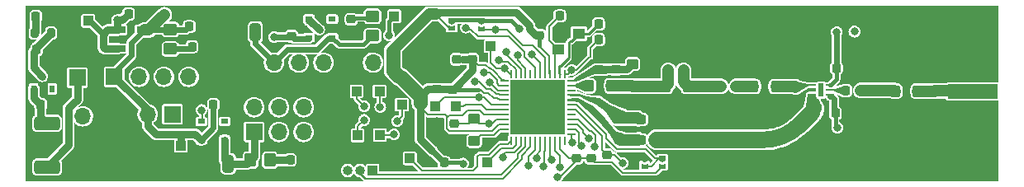
<source format=gbr>
%TF.GenerationSoftware,KiCad,Pcbnew,6.0.0*%
%TF.CreationDate,2022-04-11T19:56:14-05:00*%
%TF.ProjectId,main_board_bodged,6d61696e-5f62-46f6-9172-645f626f6467,rev?*%
%TF.SameCoordinates,Original*%
%TF.FileFunction,Copper,L1,Top*%
%TF.FilePolarity,Positive*%
%FSLAX46Y46*%
G04 Gerber Fmt 4.6, Leading zero omitted, Abs format (unit mm)*
G04 Created by KiCad (PCBNEW 6.0.0) date 2022-04-11 19:56:14*
%MOMM*%
%LPD*%
G01*
G04 APERTURE LIST*
G04 Aperture macros list*
%AMRoundRect*
0 Rectangle with rounded corners*
0 $1 Rounding radius*
0 $2 $3 $4 $5 $6 $7 $8 $9 X,Y pos of 4 corners*
0 Add a 4 corners polygon primitive as box body*
4,1,4,$2,$3,$4,$5,$6,$7,$8,$9,$2,$3,0*
0 Add four circle primitives for the rounded corners*
1,1,$1+$1,$2,$3*
1,1,$1+$1,$4,$5*
1,1,$1+$1,$6,$7*
1,1,$1+$1,$8,$9*
0 Add four rect primitives between the rounded corners*
20,1,$1+$1,$2,$3,$4,$5,0*
20,1,$1+$1,$4,$5,$6,$7,0*
20,1,$1+$1,$6,$7,$8,$9,0*
20,1,$1+$1,$8,$9,$2,$3,0*%
%AMFreePoly0*
4,1,6,0.400000,0.000000,0.250000,-0.375000,-0.250000,-0.375000,-0.250000,0.375000,0.250000,0.375000,0.400000,0.000000,0.400000,0.000000,$1*%
%AMFreePoly1*
4,1,6,0.250000,-0.375000,-0.325000,-0.375000,-0.150000,0.000000,-0.325000,0.375000,0.250000,0.375000,0.250000,-0.375000,0.250000,-0.375000,$1*%
G04 Aperture macros list end*
%TA.AperFunction,SMDPad,CuDef*%
%ADD10RoundRect,0.250000X-0.350000X0.275000X-0.350000X-0.275000X0.350000X-0.275000X0.350000X0.275000X0*%
%TD*%
%TA.AperFunction,ComponentPad*%
%ADD11R,1.000000X1.000000*%
%TD*%
%TA.AperFunction,ComponentPad*%
%ADD12O,1.000000X1.000000*%
%TD*%
%TA.AperFunction,SMDPad,CuDef*%
%ADD13R,1.000000X1.000000*%
%TD*%
%TA.AperFunction,SMDPad,CuDef*%
%ADD14RoundRect,0.225000X0.250000X-0.225000X0.250000X0.225000X-0.250000X0.225000X-0.250000X-0.225000X0*%
%TD*%
%TA.AperFunction,SMDPad,CuDef*%
%ADD15RoundRect,0.225000X-0.250000X0.225000X-0.250000X-0.225000X0.250000X-0.225000X0.250000X0.225000X0*%
%TD*%
%TA.AperFunction,SMDPad,CuDef*%
%ADD16R,0.550000X0.800000*%
%TD*%
%TA.AperFunction,SMDPad,CuDef*%
%ADD17RoundRect,0.250000X-0.275000X-0.350000X0.275000X-0.350000X0.275000X0.350000X-0.275000X0.350000X0*%
%TD*%
%TA.AperFunction,SMDPad,CuDef*%
%ADD18RoundRect,0.250000X0.325000X0.650000X-0.325000X0.650000X-0.325000X-0.650000X0.325000X-0.650000X0*%
%TD*%
%TA.AperFunction,SMDPad,CuDef*%
%ADD19RoundRect,0.225000X-0.225000X-0.250000X0.225000X-0.250000X0.225000X0.250000X-0.225000X0.250000X0*%
%TD*%
%TA.AperFunction,SMDPad,CuDef*%
%ADD20RoundRect,0.250000X-0.350000X-0.450000X0.350000X-0.450000X0.350000X0.450000X-0.350000X0.450000X0*%
%TD*%
%TA.AperFunction,SMDPad,CuDef*%
%ADD21FreePoly0,270.000000*%
%TD*%
%TA.AperFunction,SMDPad,CuDef*%
%ADD22FreePoly1,270.000000*%
%TD*%
%TA.AperFunction,SMDPad,CuDef*%
%ADD23RoundRect,0.200000X-0.200000X-0.275000X0.200000X-0.275000X0.200000X0.275000X-0.200000X0.275000X0*%
%TD*%
%TA.AperFunction,SMDPad,CuDef*%
%ADD24RoundRect,0.225000X0.225000X0.250000X-0.225000X0.250000X-0.225000X-0.250000X0.225000X-0.250000X0*%
%TD*%
%TA.AperFunction,ComponentPad*%
%ADD25R,1.700000X1.700000*%
%TD*%
%TA.AperFunction,ComponentPad*%
%ADD26O,1.700000X1.700000*%
%TD*%
%TA.AperFunction,SMDPad,CuDef*%
%ADD27RoundRect,0.062500X0.375000X0.062500X-0.375000X0.062500X-0.375000X-0.062500X0.375000X-0.062500X0*%
%TD*%
%TA.AperFunction,SMDPad,CuDef*%
%ADD28R,0.600000X1.370000*%
%TD*%
%TA.AperFunction,SMDPad,CuDef*%
%ADD29RoundRect,0.250000X0.450000X-0.350000X0.450000X0.350000X-0.450000X0.350000X-0.450000X-0.350000X0*%
%TD*%
%TA.AperFunction,ComponentPad*%
%ADD30C,0.700000*%
%TD*%
%TA.AperFunction,ComponentPad*%
%ADD31C,4.400000*%
%TD*%
%TA.AperFunction,SMDPad,CuDef*%
%ADD32RoundRect,0.250000X-0.450000X0.350000X-0.450000X-0.350000X0.450000X-0.350000X0.450000X0.350000X0*%
%TD*%
%TA.AperFunction,SMDPad,CuDef*%
%ADD33RoundRect,0.062500X0.062500X-0.375000X0.062500X0.375000X-0.062500X0.375000X-0.062500X-0.375000X0*%
%TD*%
%TA.AperFunction,SMDPad,CuDef*%
%ADD34RoundRect,0.062500X0.375000X-0.062500X0.375000X0.062500X-0.375000X0.062500X-0.375000X-0.062500X0*%
%TD*%
%TA.AperFunction,SMDPad,CuDef*%
%ADD35R,5.600000X5.600000*%
%TD*%
%TA.AperFunction,SMDPad,CuDef*%
%ADD36R,0.800000X0.550000*%
%TD*%
%TA.AperFunction,SMDPad,CuDef*%
%ADD37RoundRect,0.218750X0.256250X-0.218750X0.256250X0.218750X-0.256250X0.218750X-0.256250X-0.218750X0*%
%TD*%
%TA.AperFunction,SMDPad,CuDef*%
%ADD38RoundRect,0.250000X-1.075000X0.425000X-1.075000X-0.425000X1.075000X-0.425000X1.075000X0.425000X0*%
%TD*%
%TA.AperFunction,SMDPad,CuDef*%
%ADD39RoundRect,0.218750X0.218750X0.256250X-0.218750X0.256250X-0.218750X-0.256250X0.218750X-0.256250X0*%
%TD*%
%TA.AperFunction,SMDPad,CuDef*%
%ADD40R,1.300000X1.100000*%
%TD*%
%TA.AperFunction,SMDPad,CuDef*%
%ADD41R,1.560000X0.650000*%
%TD*%
%TA.AperFunction,SMDPad,CuDef*%
%ADD42R,5.080000X1.500000*%
%TD*%
%TA.AperFunction,ViaPad*%
%ADD43C,0.800000*%
%TD*%
%TA.AperFunction,Conductor*%
%ADD44C,0.250000*%
%TD*%
%TA.AperFunction,Conductor*%
%ADD45C,0.200000*%
%TD*%
%TA.AperFunction,Conductor*%
%ADD46C,0.400000*%
%TD*%
%TA.AperFunction,Conductor*%
%ADD47C,1.450000*%
%TD*%
%TA.AperFunction,Conductor*%
%ADD48C,0.800000*%
%TD*%
%TA.AperFunction,Conductor*%
%ADD49C,0.600000*%
%TD*%
%TA.AperFunction,Conductor*%
%ADD50C,1.200000*%
%TD*%
%TA.AperFunction,Conductor*%
%ADD51C,1.726680*%
%TD*%
G04 APERTURE END LIST*
D10*
%TO.P,L1,1,1*%
%TO.N,Net-(C5-Pad1)*%
X172992000Y-143404000D03*
%TO.P,L1,2,2*%
%TO.N,Net-(L1-Pad2)*%
X172992000Y-145704000D03*
%TD*%
D11*
%TO.P,J7,1,Pin_1*%
%TO.N,USART1_TX*%
X162575000Y-148725000D03*
D12*
%TO.P,J7,2,Pin_2*%
%TO.N,I2C1_SDA*%
X161305000Y-148725000D03*
%TO.P,J7,3,Pin_3*%
%TO.N,+3V3*%
X160035000Y-148725000D03*
%TO.P,J7,4,Pin_4*%
%TO.N,GND*%
X158765000Y-148725000D03*
%TD*%
D13*
%TO.P,TP6,1,1*%
%TO.N,Net-(TP6-Pad1)*%
X163325000Y-145100000D03*
%TD*%
D14*
%TO.P,C20,1*%
%TO.N,Net-(C20-Pad1)*%
X185777635Y-138345000D03*
%TO.P,C20,2*%
%TO.N,GND*%
X185777635Y-136795000D03*
%TD*%
D15*
%TO.P,C8,1*%
%TO.N,NRST*%
X186625000Y-147125000D03*
%TO.P,C8,2*%
%TO.N,GND*%
X186625000Y-148675000D03*
%TD*%
D16*
%TO.P,U5,1,VIN*%
%TO.N,Net-(C38-Pad1)*%
X127825000Y-140325000D03*
%TO.P,U5,2,GND*%
%TO.N,GND*%
X128775000Y-140325000D03*
%TO.P,U5,3,NC*%
%TO.N,unconnected-(U5-Pad3)*%
X129725000Y-140325000D03*
%TO.P,U5,4,NC*%
%TO.N,GND*%
X129725000Y-137925000D03*
%TO.P,U5,5,VOUT*%
%TO.N,+5V*%
X127825000Y-137925000D03*
%TD*%
D17*
%TO.P,L3,1,1*%
%TO.N,Net-(L3-Pad1)*%
X184750000Y-140030000D03*
%TO.P,L3,2,2*%
%TO.N,Net-(C22-Pad1)*%
X187050000Y-140030000D03*
%TD*%
D13*
%TO.P,TP7,1,1*%
%TO.N,Net-(TP7-Pad1)*%
X160940000Y-140600000D03*
%TD*%
%TO.P,TP1,1,1*%
%TO.N,Net-(TP1-Pad1)*%
X164800000Y-132875000D03*
%TD*%
D10*
%TO.P,L2,1,1*%
%TO.N,Net-(C20-Pad1)*%
X189230000Y-137780000D03*
%TO.P,L2,2,2*%
%TO.N,Net-(C22-Pad1)*%
X189230000Y-140080000D03*
%TD*%
D18*
%TO.P,C45,1*%
%TO.N,+5V_GPS*%
X150555000Y-134500000D03*
%TO.P,C45,2*%
%TO.N,GND*%
X147605000Y-134500000D03*
%TD*%
D19*
%TO.P,C40,1*%
%TO.N,+5V*%
X128125000Y-136275000D03*
%TO.P,C40,2*%
%TO.N,GND*%
X129675000Y-136275000D03*
%TD*%
D14*
%TO.P,C43,1*%
%TO.N,+5V*%
X154250000Y-134925000D03*
%TO.P,C43,2*%
%TO.N,GND*%
X154250000Y-133375000D03*
%TD*%
D20*
%TO.P,R12,1*%
%TO.N,+3V3_RFID*%
X150050000Y-147675000D03*
%TO.P,R12,2*%
%TO.N,Net-(D5-Pad2)*%
X152050000Y-147675000D03*
%TD*%
D21*
%TO.P,JP4,1,A*%
%TO.N,Net-(C47-Pad1)*%
X173750000Y-133350000D03*
D22*
%TO.P,JP4,2,B*%
%TO.N,Net-(C5-Pad1)*%
X173750000Y-134150000D03*
%TD*%
D23*
%TO.P,R15,1*%
%TO.N,Net-(D8-Pad2)*%
X127950000Y-134625000D03*
%TO.P,R15,2*%
%TO.N,+5V*%
X129600000Y-134625000D03*
%TD*%
D24*
%TO.P,C17,1*%
%TO.N,GND*%
X183325000Y-132850000D03*
%TO.P,C17,2*%
%TO.N,Net-(C17-Pad2)*%
X181775000Y-132850000D03*
%TD*%
D14*
%TO.P,C4,1*%
%TO.N,+3V3*%
X171174259Y-137300000D03*
%TO.P,C4,2*%
%TO.N,GND*%
X171174259Y-135750000D03*
%TD*%
D25*
%TO.P,J8,1,Pin_1*%
%TO.N,Net-(D4-Pad2)*%
X132300000Y-139200000D03*
D26*
%TO.P,J8,2,Pin_2*%
%TO.N,GND*%
X132300000Y-136660000D03*
%TD*%
D27*
%TO.P,U3,1,VC1*%
%TO.N,RFSW_VC1*%
X209497500Y-140970000D03*
%TO.P,U3,2,RFC*%
%TO.N,Net-(C32-Pad1)*%
X209497500Y-140470000D03*
%TO.P,U3,3,VC2*%
%TO.N,RFSW_VC2*%
X209497500Y-139970000D03*
%TO.P,U3,4,RF2*%
%TO.N,Net-(C25-Pad1)*%
X207622500Y-139970000D03*
%TO.P,U3,5,GND*%
%TO.N,GND*%
X207622500Y-140470000D03*
%TO.P,U3,6,RF1*%
%TO.N,Net-(C29-Pad2)*%
X207622500Y-140970000D03*
D28*
%TO.P,U3,7*%
%TO.N,N/C*%
X208560000Y-140470000D03*
%TD*%
D15*
%TO.P,C5,1*%
%TO.N,Net-(C5-Pad1)*%
X170962000Y-143919000D03*
%TO.P,C5,2*%
%TO.N,GND*%
X170962000Y-145469000D03*
%TD*%
D13*
%TO.P,TP20,1,1*%
%TO.N,DEBUG_JTRST*%
X174300000Y-147900000D03*
%TD*%
D15*
%TO.P,C1,1*%
%TO.N,+3V3*%
X183450000Y-147500000D03*
%TO.P,C1,2*%
%TO.N,GND*%
X183450000Y-149050000D03*
%TD*%
D14*
%TO.P,C21,1*%
%TO.N,Net-(C20-Pad1)*%
X187507635Y-138345000D03*
%TO.P,C21,2*%
%TO.N,GND*%
X187507635Y-136795000D03*
%TD*%
%TO.P,C3,1*%
%TO.N,+3V3*%
X172824259Y-137300000D03*
%TO.P,C3,2*%
%TO.N,GND*%
X172824259Y-135750000D03*
%TD*%
D29*
%TO.P,R13,1*%
%TO.N,+5V_GPS*%
X162560000Y-134890000D03*
%TO.P,R13,2*%
%TO.N,Net-(D6-Pad2)*%
X162560000Y-132890000D03*
%TD*%
D13*
%TO.P,TP4,1,1*%
%TO.N,Net-(TP4-Pad1)*%
X163280000Y-140600000D03*
%TD*%
D19*
%TO.P,C24,1*%
%TO.N,Net-(C23-Pad2)*%
X198305000Y-140080000D03*
%TO.P,C24,2*%
%TO.N,Net-(C24-Pad2)*%
X199855000Y-140080000D03*
%TD*%
D13*
%TO.P,TP13,1,1*%
%TO.N,+3V3*%
X142900000Y-146200000D03*
%TD*%
D19*
%TO.P,C47,1*%
%TO.N,Net-(C47-Pad1)*%
X185750000Y-135300000D03*
%TO.P,C47,2*%
%TO.N,GND*%
X187300000Y-135300000D03*
%TD*%
D30*
%TO.P,H1,1,1*%
%TO.N,GND*%
X139250000Y-147250000D03*
X138766726Y-146083274D03*
D31*
X137600000Y-147250000D03*
D30*
X137600000Y-148900000D03*
X137600000Y-145600000D03*
X135950000Y-147250000D03*
X136433274Y-146083274D03*
X138766726Y-148416726D03*
X136433274Y-148416726D03*
%TD*%
D15*
%TO.P,C22,1*%
%TO.N,Net-(C22-Pad1)*%
X190970000Y-140135000D03*
%TO.P,C22,2*%
%TO.N,GND*%
X190970000Y-141685000D03*
%TD*%
D19*
%TO.P,C42,1*%
%TO.N,+3V3*%
X146245000Y-141940000D03*
%TO.P,C42,2*%
%TO.N,GND*%
X147795000Y-141940000D03*
%TD*%
D21*
%TO.P,JP3,1,A*%
%TO.N,GND*%
X190462500Y-147475000D03*
D22*
%TO.P,JP3,2,B*%
%TO.N,Net-(JP2-Pad1)*%
X190462500Y-148275000D03*
%TD*%
D15*
%TO.P,C31,1*%
%TO.N,GND*%
X193850000Y-143830000D03*
%TO.P,C31,2*%
%TO.N,Net-(C29-Pad2)*%
X193850000Y-145380000D03*
%TD*%
%TO.P,C25,1*%
%TO.N,Net-(C25-Pad1)*%
X205935000Y-140160000D03*
%TO.P,C25,2*%
%TO.N,GND*%
X205935000Y-141710000D03*
%TD*%
D32*
%TO.P,R14,1*%
%TO.N,+3V3*%
X141850000Y-134250000D03*
%TO.P,R14,2*%
%TO.N,Net-(D7-Pad2)*%
X141850000Y-136250000D03*
%TD*%
D19*
%TO.P,C39,1*%
%TO.N,+5V*%
X137565000Y-132630000D03*
%TO.P,C39,2*%
%TO.N,GND*%
X139115000Y-132630000D03*
%TD*%
D15*
%TO.P,C33,1*%
%TO.N,Net-(C32-Pad2)*%
X214375000Y-140500000D03*
%TO.P,C33,2*%
%TO.N,GND*%
X214375000Y-142050000D03*
%TD*%
D33*
%TO.P,U1,1,PB3*%
%TO.N,DBUG_JTDO_SWO*%
X176760000Y-145677500D03*
%TO.P,U1,2,PB4*%
%TO.N,DEBUG_JTRST*%
X177260000Y-145677500D03*
%TO.P,U1,3,PB5*%
%TO.N,RFID_NRST*%
X177760000Y-145677500D03*
%TO.P,U1,4,PB6*%
%TO.N,USART1_TX*%
X178260000Y-145677500D03*
%TO.P,U1,5,PB7*%
%TO.N,I2C1_SDA*%
X178760000Y-145677500D03*
%TO.P,U1,6,PB8*%
%TO.N,I2C1_SCL*%
X179260000Y-145677500D03*
%TO.P,U1,7,PA0*%
%TO.N,RFID_TAG_IN_RANGE*%
X179760000Y-145677500D03*
%TO.P,U1,8,PA1*%
%TO.N,RFID_DATA1*%
X180260000Y-145677500D03*
%TO.P,U1,9,PA2*%
%TO.N,ALARM_ON*%
X180760000Y-145677500D03*
%TO.P,U1,10,PA3*%
%TO.N,RFSW_VC1*%
X181260000Y-145677500D03*
%TO.P,U1,11,VDD*%
%TO.N,+3V3*%
X181760000Y-145677500D03*
%TO.P,U1,12,PA4*%
%TO.N,unconnected-(U1-Pad12)*%
X182260000Y-145677500D03*
D34*
%TO.P,U1,13,PA5*%
%TO.N,GPS_~{PWR}*%
X182947500Y-144990000D03*
%TO.P,U1,14,PA6*%
%TO.N,RFID_~{PWR}*%
X182947500Y-144490000D03*
%TO.P,U1,15,PA7*%
%TO.N,Net-(TP6-Pad1)*%
X182947500Y-143990000D03*
%TO.P,U1,16,PA8*%
%TO.N,Net-(TP2-Pad1)*%
X182947500Y-143490000D03*
%TO.P,U1,17,PA9*%
%TO.N,unconnected-(U1-Pad17)*%
X182947500Y-142990000D03*
%TO.P,U1,18,NRST*%
%TO.N,NRST*%
X182947500Y-142490000D03*
%TO.P,U1,19,PH3-BOOT0*%
%TO.N,Net-(JP2-Pad1)*%
X182947500Y-141990000D03*
%TO.P,U1,20,RFI_P*%
%TO.N,Net-(C29-Pad1)*%
X182947500Y-141490000D03*
%TO.P,U1,21,RFI_N*%
%TO.N,Net-(C28-Pad1)*%
X182947500Y-140990000D03*
%TO.P,U1,22,RFO_LP*%
%TO.N,unconnected-(U1-Pad22)*%
X182947500Y-140490000D03*
%TO.P,U1,23,RFO_HP*%
%TO.N,Net-(L3-Pad1)*%
X182947500Y-139990000D03*
%TO.P,U1,24,VR_PA*%
%TO.N,Net-(C20-Pad1)*%
X182947500Y-139490000D03*
D33*
%TO.P,U1,25,VDDPA*%
%TO.N,Net-(C47-Pad1)*%
X182260000Y-138802500D03*
%TO.P,U1,26,OSC_IN*%
%TO.N,Net-(C19-Pad2)*%
X181760000Y-138802500D03*
%TO.P,U1,27,OSC_OUT*%
%TO.N,Net-(C17-Pad2)*%
X181260000Y-138802500D03*
%TO.P,U1,28,VDDRF*%
%TO.N,+3V3*%
X180760000Y-138802500D03*
%TO.P,U1,29,VDDRF1V55*%
%TO.N,Net-(C5-Pad1)*%
X180260000Y-138802500D03*
%TO.P,U1,30,PB0-VDD_TXCO*%
%TO.N,Net-(TP1-Pad1)*%
X179760000Y-138802500D03*
%TO.P,U1,31,PB2*%
%TO.N,RFSW_VC2*%
X179260000Y-138802500D03*
%TO.P,U1,32,PB12*%
%TO.N,unconnected-(U1-Pad32)*%
X178760000Y-138802500D03*
%TO.P,U1,33,PA10*%
%TO.N,USART1_RX*%
X178260000Y-138802500D03*
%TO.P,U1,34,PA11*%
%TO.N,GPS_STATE*%
X177760000Y-138802500D03*
%TO.P,U1,35,PA12*%
%TO.N,RFID_DATA0*%
X177260000Y-138802500D03*
%TO.P,U1,36,PA13*%
%TO.N,DEBUG_JTMS_SWDIO*%
X176760000Y-138802500D03*
D34*
%TO.P,U1,37,VBAT*%
%TO.N,+3V3*%
X176072500Y-139490000D03*
%TO.P,U1,38,PC13*%
%TO.N,Net-(TP7-Pad1)*%
X176072500Y-139990000D03*
%TO.P,U1,39,PC14-OSC32_IN*%
%TO.N,Net-(TP5-Pad1)*%
X176072500Y-140490000D03*
%TO.P,U1,40,PC15-OSC32_OUT*%
%TO.N,Net-(TP4-Pad1)*%
X176072500Y-140990000D03*
%TO.P,U1,41,VDDA*%
%TO.N,+3V3*%
X176072500Y-141490000D03*
%TO.P,U1,42,PA14*%
%TO.N,DEBUG_JTCK_SWCLK*%
X176072500Y-141990000D03*
%TO.P,U1,43,PA15*%
%TO.N,DEBUG_JTDI*%
X176072500Y-142490000D03*
%TO.P,U1,44,VDD*%
%TO.N,+3V3*%
X176072500Y-142990000D03*
%TO.P,U1,45,VFBSMPS*%
%TO.N,Net-(C5-Pad1)*%
X176072500Y-143490000D03*
%TO.P,U1,46,VDDSMPS*%
%TO.N,+3V3*%
X176072500Y-143990000D03*
%TO.P,U1,47,VLXSMPS*%
%TO.N,Net-(L1-Pad2)*%
X176072500Y-144490000D03*
%TO.P,U1,48,VSSSMPS*%
%TO.N,GND*%
X176072500Y-144990000D03*
D35*
%TO.P,U1,49*%
%TO.N,N/C*%
X179510000Y-142240000D03*
%TD*%
D25*
%TO.P,J3,1,Pin_1*%
%TO.N,GND*%
X149925000Y-137650000D03*
D26*
%TO.P,J3,2,Pin_2*%
%TO.N,+5V_GPS*%
X152465000Y-137650000D03*
%TO.P,J3,3,Pin_3*%
%TO.N,USART1_RX*%
X155005000Y-137650000D03*
%TO.P,J3,4,Pin_4*%
%TO.N,GPS_STATE*%
X157545000Y-137650000D03*
%TO.P,J3,5,Pin_5*%
%TO.N,GND*%
X160085000Y-137650000D03*
%TO.P,J3,6,Pin_6*%
%TO.N,unconnected-(J3-Pad6)*%
X162625000Y-137650000D03*
%TD*%
D13*
%TO.P,TP5,1,1*%
%TO.N,Net-(TP5-Pad1)*%
X161050000Y-145125000D03*
%TD*%
%TO.P,TP8,1,1*%
%TO.N,DEBUG_JTCK_SWCLK*%
X169000000Y-142150000D03*
%TD*%
%TO.P,TP21,1,1*%
%TO.N,DBUG_JTDO_SWO*%
X166400000Y-147490000D03*
%TD*%
D14*
%TO.P,C7,1*%
%TO.N,+3V3*%
X169150000Y-140375000D03*
%TO.P,C7,2*%
%TO.N,GND*%
X169150000Y-138825000D03*
%TD*%
D19*
%TO.P,C29,1*%
%TO.N,Net-(C29-Pad1)*%
X190135000Y-145565000D03*
%TO.P,C29,2*%
%TO.N,Net-(C29-Pad2)*%
X191685000Y-145565000D03*
%TD*%
D15*
%TO.P,C30,1*%
%TO.N,Net-(C23-Pad2)*%
X196640000Y-140065000D03*
%TO.P,C30,2*%
%TO.N,GND*%
X196640000Y-141615000D03*
%TD*%
D24*
%TO.P,C10,1*%
%TO.N,+3V3*%
X169908217Y-147925000D03*
%TO.P,C10,2*%
%TO.N,GND*%
X168358217Y-147925000D03*
%TD*%
D25*
%TO.P,J2,1,Pin_1*%
%TO.N,+3V3_RFID*%
X150425000Y-144775000D03*
D26*
%TO.P,J2,2,Pin_2*%
%TO.N,RFID_LED*%
X150425000Y-142235000D03*
%TO.P,J2,3,Pin_3*%
%TO.N,I2C1_SCL*%
X152965000Y-144775000D03*
%TO.P,J2,4,Pin_4*%
%TO.N,RFID_DATA1*%
X152965000Y-142235000D03*
%TO.P,J2,5,Pin_5*%
%TO.N,RFID_NRST*%
X155505000Y-144775000D03*
%TO.P,J2,6,Pin_6*%
%TO.N,RFID_TAG_IN_RANGE*%
X155505000Y-142235000D03*
%TO.P,J2,7,Pin_7*%
%TO.N,GND*%
X158045000Y-144775000D03*
%TO.P,J2,8,Pin_8*%
X158045000Y-142235000D03*
%TD*%
D36*
%TO.P,U8,1,OUT*%
%TO.N,+5V_GPS*%
X158450000Y-135070000D03*
%TO.P,U8,2,GND*%
%TO.N,GND*%
X158450000Y-134120000D03*
%TO.P,U8,3,FLG*%
%TO.N,unconnected-(U8-Pad3)*%
X158450000Y-133170000D03*
%TO.P,U8,4,~{EN}*%
%TO.N,GPS_~{PWR}*%
X156050000Y-133170000D03*
%TO.P,U8,5,IN*%
%TO.N,+5V*%
X156050000Y-135070000D03*
%TD*%
D21*
%TO.P,JP2,1,A*%
%TO.N,Net-(JP2-Pad1)*%
X192287500Y-147475000D03*
D22*
%TO.P,JP2,2,B*%
%TO.N,+3V3*%
X192287500Y-148275000D03*
%TD*%
D30*
%TO.P,H2,1,1*%
%TO.N,GND*%
X218855000Y-134905000D03*
X217205000Y-136555000D03*
X217205000Y-133255000D03*
X218371726Y-136071726D03*
X218371726Y-133738274D03*
D31*
X217205000Y-134905000D03*
D30*
X216038274Y-136071726D03*
X215555000Y-134905000D03*
X216038274Y-133738274D03*
%TD*%
D24*
%TO.P,C19,1*%
%TO.N,GND*%
X187300000Y-133675000D03*
%TO.P,C19,2*%
%TO.N,Net-(C19-Pad2)*%
X185750000Y-133675000D03*
%TD*%
D19*
%TO.P,C23,1*%
%TO.N,Net-(C22-Pad1)*%
X192895000Y-138420000D03*
%TO.P,C23,2*%
%TO.N,Net-(C23-Pad2)*%
X194445000Y-138420000D03*
%TD*%
D10*
%TO.P,L6,1,1*%
%TO.N,Net-(C28-Pad1)*%
X187975000Y-143180000D03*
%TO.P,L6,2,2*%
%TO.N,Net-(C29-Pad1)*%
X187975000Y-145480000D03*
%TD*%
D19*
%TO.P,C41,1*%
%TO.N,+3V3*%
X143775000Y-133950000D03*
%TO.P,C41,2*%
%TO.N,GND*%
X145325000Y-133950000D03*
%TD*%
D21*
%TO.P,JP1,1,A*%
%TO.N,Net-(C47-Pad1)*%
X170700000Y-133300000D03*
D22*
%TO.P,JP1,2,B*%
%TO.N,+3V3*%
X170700000Y-134100000D03*
%TD*%
D13*
%TO.P,TP3,1,1*%
%TO.N,DEBUG_JTDI*%
X171100000Y-142150000D03*
%TD*%
D36*
%TO.P,U7,1,OUT*%
%TO.N,+3V3_RFID*%
X147400000Y-145600000D03*
%TO.P,U7,2,GND*%
%TO.N,GND*%
X147400000Y-144650000D03*
%TO.P,U7,3,FLG*%
%TO.N,unconnected-(U7-Pad3)*%
X147400000Y-143700000D03*
%TO.P,U7,4,~{EN}*%
%TO.N,RFID_~{PWR}*%
X145000000Y-143700000D03*
%TO.P,U7,5,IN*%
%TO.N,+3V3*%
X145000000Y-145600000D03*
%TD*%
D17*
%TO.P,L5,1,1*%
%TO.N,Net-(C24-Pad2)*%
X201630000Y-140100000D03*
%TO.P,L5,2,2*%
%TO.N,Net-(C25-Pad1)*%
X203930000Y-140100000D03*
%TD*%
D14*
%TO.P,C6,1*%
%TO.N,+3V3*%
X170775000Y-140400000D03*
%TO.P,C6,2*%
%TO.N,GND*%
X170775000Y-138850000D03*
%TD*%
D17*
%TO.P,L4,1,1*%
%TO.N,Net-(C22-Pad1)*%
X192630000Y-140090000D03*
%TO.P,L4,2,2*%
%TO.N,Net-(C23-Pad2)*%
X194930000Y-140090000D03*
%TD*%
D37*
%TO.P,D6,1,K*%
%TO.N,GND*%
X160390000Y-134767500D03*
%TO.P,D6,2,A*%
%TO.N,Net-(D6-Pad2)*%
X160390000Y-133192500D03*
%TD*%
D38*
%TO.P,D4,1,K*%
%TO.N,Net-(C38-Pad1)*%
X129200000Y-143875000D03*
%TO.P,D4,2,A*%
%TO.N,Net-(D4-Pad2)*%
X129200000Y-148375000D03*
%TD*%
D18*
%TO.P,C44,1*%
%TO.N,+3V3_RFID*%
X147775000Y-148050000D03*
%TO.P,C44,2*%
%TO.N,GND*%
X144825000Y-148050000D03*
%TD*%
D39*
%TO.P,D7,1,K*%
%TO.N,GND*%
X145637500Y-136000000D03*
%TO.P,D7,2,A*%
%TO.N,Net-(D7-Pad2)*%
X144062500Y-136000000D03*
%TD*%
D19*
%TO.P,C32,1*%
%TO.N,Net-(C32-Pad1)*%
X211090000Y-140505000D03*
%TO.P,C32,2*%
%TO.N,Net-(C32-Pad2)*%
X212640000Y-140505000D03*
%TD*%
D15*
%TO.P,C34,1*%
%TO.N,Net-(C34-Pad1)*%
X220235000Y-140560000D03*
%TO.P,C34,2*%
%TO.N,GND*%
X220235000Y-142110000D03*
%TD*%
D30*
%TO.P,H4,1,1*%
%TO.N,GND*%
X217099000Y-148427000D03*
X215932274Y-147943726D03*
D31*
X217099000Y-146777000D03*
D30*
X218265726Y-147943726D03*
X215449000Y-146777000D03*
X218749000Y-146777000D03*
X218265726Y-145610274D03*
X217099000Y-145127000D03*
X215932274Y-145610274D03*
%TD*%
D13*
%TO.P,TP14,1,1*%
%TO.N,+5V*%
X133410000Y-133350000D03*
%TD*%
D24*
%TO.P,C26,1*%
%TO.N,GND*%
X211587000Y-142852000D03*
%TO.P,C26,2*%
%TO.N,RFSW_VC1*%
X210037000Y-142852000D03*
%TD*%
D13*
%TO.P,TP2,1,1*%
%TO.N,Net-(TP2-Pad1)*%
X165575000Y-141975000D03*
%TD*%
D40*
%TO.P,Y1,1,1*%
%TO.N,Net-(C17-Pad2)*%
X181625000Y-136325000D03*
%TO.P,Y1,2,2*%
%TO.N,GND*%
X183725000Y-136325000D03*
%TO.P,Y1,3,3*%
%TO.N,Net-(C19-Pad2)*%
X183725000Y-134675000D03*
%TO.P,Y1,4,4*%
%TO.N,GND*%
X181625000Y-134675000D03*
%TD*%
D17*
%TO.P,L7,1,1*%
%TO.N,Net-(C32-Pad2)*%
X216155000Y-140575000D03*
%TO.P,L7,2,2*%
%TO.N,Net-(C34-Pad1)*%
X218455000Y-140575000D03*
%TD*%
D41*
%TO.P,U6,1,VIN*%
%TO.N,+5V*%
X136450000Y-134300000D03*
%TO.P,U6,2,VSS*%
%TO.N,GND*%
X136450000Y-135250000D03*
%TO.P,U6,3,ON*%
%TO.N,+5V*%
X136450000Y-136200000D03*
%TO.P,U6,4,NC*%
%TO.N,GND*%
X139150000Y-136200000D03*
%TO.P,U6,5,VOUT*%
%TO.N,+3V3*%
X139150000Y-134300000D03*
%TD*%
D13*
%TO.P,TP9,1,1*%
%TO.N,DEBUG_JTMS_SWDIO*%
X174700000Y-135950000D03*
%TD*%
D39*
%TO.P,D8,1,K*%
%TO.N,GND*%
X129612500Y-132900000D03*
%TO.P,D8,2,A*%
%TO.N,Net-(D8-Pad2)*%
X128037500Y-132900000D03*
%TD*%
%TO.P,D5,1,K*%
%TO.N,GND*%
X155737500Y-147625000D03*
%TO.P,D5,2,A*%
%TO.N,Net-(D5-Pad2)*%
X154162500Y-147625000D03*
%TD*%
D19*
%TO.P,C28,1*%
%TO.N,Net-(C28-Pad1)*%
X190175000Y-143485000D03*
%TO.P,C28,2*%
%TO.N,GND*%
X191725000Y-143485000D03*
%TD*%
D25*
%TO.P,J1,1,Pin_1*%
%TO.N,ALARM_ON*%
X142050000Y-142950000D03*
D26*
%TO.P,J1,2,Pin_2*%
%TO.N,+3V3*%
X139510000Y-142950000D03*
%TO.P,J1,3,Pin_3*%
%TO.N,GND*%
X136970000Y-142950000D03*
%TD*%
D25*
%TO.P,SW1,1,1*%
%TO.N,GND*%
X132870000Y-145710000D03*
D26*
%TO.P,SW1,2,2*%
%TO.N,NRST*%
X132870000Y-143170000D03*
%TD*%
D42*
%TO.P,J6,1,In*%
%TO.N,Net-(C34-Pad1)*%
X224100000Y-140625000D03*
%TO.P,J6,2,Ext*%
%TO.N,GND*%
X224100000Y-136375000D03*
X224100000Y-144875000D03*
%TD*%
D19*
%TO.P,C38,1*%
%TO.N,Net-(C38-Pad1)*%
X128550000Y-141975000D03*
%TO.P,C38,2*%
%TO.N,GND*%
X130100000Y-141975000D03*
%TD*%
D25*
%TO.P,J5,1,Pin_1*%
%TO.N,+3V3*%
X136093745Y-139096248D03*
D26*
%TO.P,J5,2,Pin_2*%
%TO.N,NRST*%
X138633745Y-139096248D03*
%TO.P,J5,3,Pin_3*%
%TO.N,DEBUG_JTMS_SWDIO*%
X141173745Y-139096248D03*
%TO.P,J5,4,Pin_4*%
%TO.N,DEBUG_JTCK_SWCLK*%
X143713745Y-139096248D03*
%TO.P,J5,5,Pin_5*%
%TO.N,GND*%
X146253745Y-139096248D03*
%TD*%
D15*
%TO.P,C2,1*%
%TO.N,+3V3*%
X185000000Y-147500000D03*
%TO.P,C2,2*%
%TO.N,GND*%
X185000000Y-149050000D03*
%TD*%
D19*
%TO.P,C27,1*%
%TO.N,RFSW_VC2*%
X210135000Y-138200000D03*
%TO.P,C27,2*%
%TO.N,GND*%
X211685000Y-138200000D03*
%TD*%
D14*
%TO.P,C9,1*%
%TO.N,+3V3*%
X179700000Y-134850000D03*
%TO.P,C9,2*%
%TO.N,GND*%
X179700000Y-133300000D03*
%TD*%
D43*
%TO.N,GND*%
X184570000Y-133290000D03*
%TO.N,*%
X211975000Y-134465000D03*
%TO.N,+3V3*%
X141216000Y-132723000D03*
X171850000Y-148025000D03*
X181525000Y-149400000D03*
X169090000Y-132650000D03*
%TO.N,GND*%
X204975000Y-148100000D03*
X198000000Y-134500000D03*
X208425000Y-136265000D03*
X219275000Y-138815000D03*
X222900000Y-138815000D03*
X222400000Y-132540000D03*
X188950000Y-136275000D03*
X208510000Y-137950000D03*
X203400000Y-134500000D03*
X199800000Y-142000000D03*
X221100000Y-138815000D03*
X207000000Y-134500000D03*
X211850000Y-148090000D03*
X208425000Y-134465000D03*
X199475000Y-148100000D03*
X207035000Y-137985000D03*
X192575000Y-136300000D03*
X208275000Y-146265000D03*
X194375000Y-134500000D03*
X199800000Y-143800000D03*
X198000000Y-136300000D03*
X213575000Y-137990000D03*
X201600000Y-134500000D03*
X194100000Y-142000000D03*
X201600000Y-138100000D03*
X222400000Y-148665000D03*
X166100000Y-144450000D03*
X224700000Y-138790000D03*
X203175000Y-148100000D03*
X201600000Y-142000000D03*
X203400000Y-142000000D03*
X199800000Y-134500000D03*
X195900000Y-143800000D03*
X224650000Y-142065000D03*
X196175000Y-136300000D03*
X203400000Y-143800000D03*
X192575000Y-134500000D03*
X201600000Y-143800000D03*
X198000000Y-138100000D03*
X169300000Y-134050000D03*
X224200000Y-134340000D03*
X194075000Y-148100000D03*
X206775000Y-148100000D03*
X216300000Y-142590000D03*
X199800000Y-138100000D03*
X203400000Y-138100000D03*
X197700000Y-143800000D03*
X199800000Y-136300000D03*
X208250000Y-148065000D03*
X211900000Y-146265000D03*
X224200000Y-132540000D03*
X207000000Y-136300000D03*
X208360000Y-144350000D03*
X188950000Y-134475000D03*
X189200000Y-141800000D03*
X222400000Y-134340000D03*
X224200000Y-146865000D03*
X203400000Y-136300000D03*
X205200000Y-136300000D03*
X218350000Y-142590000D03*
X211960000Y-144350000D03*
X166175000Y-137200000D03*
X197675000Y-148100000D03*
X205200000Y-138100000D03*
X222400000Y-146865000D03*
X206800000Y-146275000D03*
X215575000Y-138790000D03*
X194375000Y-136300000D03*
X190750000Y-134475000D03*
X211850000Y-136240000D03*
X201375000Y-148100000D03*
X189325000Y-147325000D03*
X222850000Y-142065000D03*
X196175000Y-134500000D03*
X205200000Y-134500000D03*
X169200000Y-143700000D03*
X201600000Y-136300000D03*
X190750000Y-136275000D03*
X195875000Y-148100000D03*
X224200000Y-148665000D03*
%TO.N,Net-(C5-Pad1)*%
X174520489Y-143879511D03*
X175150000Y-134250000D03*
%TO.N,NRST*%
X188200000Y-147950000D03*
%TO.N,RFSW_VC1*%
X181775000Y-148400000D03*
X210210000Y-144325000D03*
%TO.N,RFSW_VC2*%
X172150000Y-134050000D03*
X210150000Y-134515000D03*
%TO.N,+5V*%
X152490000Y-135000000D03*
X128700000Y-139050000D03*
X136370000Y-133280000D03*
%TO.N,ALARM_ON*%
X180925000Y-147680000D03*
%TO.N,RFID_DATA1*%
X180050000Y-148280000D03*
%TO.N,RFID_NRST*%
X175950000Y-147350000D03*
%TO.N,RFID_TAG_IN_RANGE*%
X179400000Y-147475000D03*
%TO.N,GPS_STATE*%
X176250000Y-136550000D03*
%TO.N,DEBUG_JTMS_SWDIO*%
X176115000Y-138225000D03*
%TO.N,DEBUG_JTCK_SWCLK*%
X173450000Y-141200000D03*
%TO.N,Net-(C47-Pad1)*%
X183000000Y-138400000D03*
X177650000Y-134200000D03*
%TO.N,I2C1_SCL*%
X178575000Y-148250000D03*
%TO.N,Net-(TP1-Pad1)*%
X164275000Y-134825000D03*
X178900000Y-136775000D03*
%TO.N,GPS_~{PWR}*%
X183040000Y-145830000D03*
X157100000Y-134250000D03*
%TO.N,RFID_~{PWR}*%
X184010000Y-146190000D03*
X145050000Y-142525000D03*
%TO.N,Net-(TP2-Pad1)*%
X165090000Y-143640000D03*
X185325000Y-146250000D03*
%TO.N,Net-(TP4-Pad1)*%
X173100000Y-139589259D03*
X163360000Y-142200000D03*
%TO.N,Net-(TP5-Pad1)*%
X174550000Y-139650000D03*
X161705495Y-143540489D03*
%TO.N,Net-(TP6-Pad1)*%
X164775000Y-145025000D03*
X184725000Y-145400000D03*
%TO.N,Net-(TP7-Pad1)*%
X161710000Y-142140000D03*
X174000000Y-138700000D03*
%TO.N,USART1_RX*%
X177420000Y-136870000D03*
%TO.N,RFID_DATA0*%
X175490000Y-137380000D03*
%TD*%
D44*
%TO.N,Net-(C19-Pad2)*%
X181840000Y-137990000D02*
X181710000Y-137990000D01*
X182670000Y-137160000D02*
X181840000Y-137990000D01*
X182930000Y-135470000D02*
X182780000Y-135470000D01*
X183725000Y-134675000D02*
X182930000Y-135470000D01*
X182780000Y-135470000D02*
X182670000Y-135580000D01*
X182670000Y-135580000D02*
X182670000Y-137160000D01*
X181710000Y-137990000D02*
X181710000Y-138752500D01*
X181710000Y-138752500D02*
X181760000Y-138802500D01*
X183725000Y-134675000D02*
X184750000Y-134675000D01*
X184750000Y-134675000D02*
X185750000Y-133675000D01*
D45*
%TO.N,Net-(C17-Pad2)*%
X180675489Y-133949511D02*
X181775000Y-132850000D01*
X180675489Y-135375489D02*
X180675489Y-133949511D01*
D46*
%TO.N,+3V3*%
X171750000Y-147925000D02*
X171850000Y-148025000D01*
D45*
X174999520Y-138534514D02*
X175887506Y-139422500D01*
X170475000Y-144675000D02*
X174859994Y-144675000D01*
X187124520Y-147874520D02*
X188225000Y-148975000D01*
X185000000Y-147500000D02*
X185374520Y-147874520D01*
X174450000Y-140749031D02*
X175016959Y-141315990D01*
D47*
X167500000Y-141125000D02*
X167500000Y-141800000D01*
D45*
X174859994Y-144675000D02*
X175544994Y-143990000D01*
D48*
X177314004Y-132450480D02*
X169289520Y-132450480D01*
D45*
X175558021Y-141490000D02*
X176072500Y-141490000D01*
X181764259Y-149400000D02*
X183450000Y-147714260D01*
X181525000Y-149400000D02*
X181764259Y-149400000D01*
X173650489Y-140400489D02*
X173999031Y-140749031D01*
D49*
X146245000Y-144355000D02*
X146245000Y-141940000D01*
D48*
X168250000Y-140375000D02*
X169150000Y-140375000D01*
D45*
X188225000Y-148975000D02*
X191587500Y-148975000D01*
X174709636Y-138255371D02*
X174988779Y-138534514D01*
D48*
X178675000Y-133811477D02*
X178675000Y-134175000D01*
D45*
X176072500Y-139490000D02*
X176072500Y-139422500D01*
X173424748Y-137900489D02*
X174189748Y-137900489D01*
X175544994Y-143990000D02*
X176072500Y-143990000D01*
X181760000Y-145677500D02*
X181760000Y-146535000D01*
D49*
X168658217Y-146675000D02*
X169908217Y-147925000D01*
D45*
X175384011Y-141315990D02*
X175558021Y-141490000D01*
D46*
X169908217Y-147925000D02*
X171750000Y-147925000D01*
D50*
X168370000Y-132650000D02*
X169090000Y-132650000D01*
D48*
X172824259Y-138441788D02*
X170866047Y-140400000D01*
X142900000Y-146200000D02*
X142900000Y-145000000D01*
D45*
X169090000Y-132740000D02*
X169090000Y-132650000D01*
X174189748Y-137900489D02*
X174544630Y-138255371D01*
D48*
X167500000Y-145516783D02*
X168658217Y-146675000D01*
X139510000Y-142512503D02*
X136093745Y-139096248D01*
D47*
X165275000Y-139100000D02*
X165475000Y-139100000D01*
D49*
X143425000Y-134300000D02*
X143775000Y-133950000D01*
D45*
X180684520Y-136994514D02*
X180684520Y-138727020D01*
X179725000Y-136034994D02*
X180684520Y-136994514D01*
X182725000Y-147500000D02*
X183450000Y-147500000D01*
D49*
X139150000Y-134300000D02*
X143425000Y-134300000D01*
D48*
X169150000Y-140375000D02*
X170750000Y-140375000D01*
D45*
X173527121Y-142536983D02*
X172313017Y-142536983D01*
X173999031Y-140749031D02*
X174450000Y-140749031D01*
X171750000Y-143100000D02*
X170450000Y-143100000D01*
X173980138Y-142990000D02*
X173527121Y-142536983D01*
D49*
X145000000Y-145600000D02*
X146245000Y-144355000D01*
D50*
X164675000Y-136425000D02*
X164675000Y-136345000D01*
D45*
X172313017Y-142536983D02*
X171750000Y-143100000D01*
X185374520Y-147874520D02*
X187124520Y-147874520D01*
X167500000Y-142249022D02*
X168251467Y-143000489D01*
X170450000Y-143100000D02*
X170187480Y-143362520D01*
X183450000Y-147500000D02*
X185000000Y-147500000D01*
X175887506Y-139422500D02*
X176072500Y-139422500D01*
X176072500Y-142990000D02*
X173980138Y-142990000D01*
D47*
X164675000Y-138500000D02*
X165275000Y-139100000D01*
D45*
X180684520Y-138727020D02*
X180760000Y-138802500D01*
X181760000Y-146535000D02*
X182725000Y-147500000D01*
D48*
X139510000Y-144152081D02*
X140352919Y-144995000D01*
D50*
X164675000Y-136345000D02*
X168370000Y-132650000D01*
D48*
X167500000Y-141125000D02*
X168250000Y-140375000D01*
X172824259Y-137300000D02*
X172824259Y-138441788D01*
X140352919Y-144995000D02*
X142895000Y-144995000D01*
D46*
X171174259Y-137300000D02*
X171750000Y-137300000D01*
D48*
X170866047Y-140400000D02*
X170775000Y-140400000D01*
D45*
X175016959Y-141315990D02*
X175384011Y-141315990D01*
X174988779Y-138534514D02*
X174999520Y-138534514D01*
D48*
X142895000Y-144995000D02*
X144395000Y-144995000D01*
D45*
X170187480Y-143362520D02*
X170187480Y-144387480D01*
X191587500Y-148975000D02*
X192287500Y-148275000D01*
D47*
X164675000Y-136425000D02*
X164675000Y-138500000D01*
D48*
X179350000Y-134850000D02*
X179700000Y-134850000D01*
D45*
X173400489Y-140400489D02*
X173650489Y-140400489D01*
D49*
X137860000Y-135590000D02*
X139150000Y-134300000D01*
D45*
X167500000Y-141800000D02*
X167500000Y-142249022D01*
D48*
X142900000Y-145000000D02*
X142895000Y-144995000D01*
D50*
X139639000Y-134300000D02*
X141216000Y-132723000D01*
D45*
X170025489Y-143000489D02*
X170287500Y-143262500D01*
D47*
X165475000Y-139100000D02*
X167500000Y-141125000D01*
D45*
X170187480Y-144387480D02*
X170475000Y-144675000D01*
D48*
X167500000Y-141800000D02*
X167500000Y-145516783D01*
D45*
X174544630Y-138255371D02*
X174709636Y-138255371D01*
D48*
X144395000Y-144995000D02*
X145000000Y-145600000D01*
D50*
X139150000Y-134300000D02*
X139639000Y-134300000D01*
D48*
X169289520Y-132450480D02*
X169090000Y-132650000D01*
D49*
X137860000Y-136894022D02*
X137860000Y-135590000D01*
D46*
X169175489Y-140400489D02*
X173400489Y-140400489D01*
D48*
X178675000Y-134175000D02*
X179350000Y-134850000D01*
D45*
X168251467Y-143000489D02*
X170025489Y-143000489D01*
D48*
X139510000Y-142950000D02*
X139510000Y-144152081D01*
D45*
X170450000Y-134100000D02*
X169090000Y-132740000D01*
X172824259Y-137300000D02*
X173424748Y-137900489D01*
D48*
X171750000Y-137300000D02*
X172824259Y-137300000D01*
D46*
X179700000Y-134850000D02*
X179700000Y-135868572D01*
D48*
X177314004Y-132450480D02*
X178675000Y-133811477D01*
D49*
X136093745Y-138660277D02*
X137860000Y-136894022D01*
D45*
%TO.N,GND*%
X175675006Y-144990000D02*
X176072500Y-144990000D01*
X172153520Y-146528520D02*
X173569618Y-146528520D01*
X171094000Y-145469000D02*
X172153520Y-146528520D01*
X128775000Y-140325000D02*
X128775000Y-140650000D01*
X174025000Y-146073138D02*
X174591868Y-146073138D01*
X173569618Y-146528520D02*
X174025000Y-146073138D01*
X174591868Y-146073138D02*
X175675006Y-144990000D01*
X128775000Y-140650000D02*
X130100000Y-141975000D01*
%TO.N,Net-(C5-Pad1)*%
X176354265Y-134250000D02*
X175150000Y-134250000D01*
X180260000Y-137135000D02*
X179025000Y-135900000D01*
X173467511Y-143879511D02*
X174520489Y-143879511D01*
X174859748Y-143879511D02*
X175249259Y-143490000D01*
X178004265Y-135900000D02*
X176354265Y-134250000D01*
X180260000Y-138802500D02*
X180260000Y-137135000D01*
X175150000Y-134250000D02*
X173850000Y-134250000D01*
X175249259Y-143490000D02*
X176072500Y-143490000D01*
X172992000Y-143404000D02*
X173467511Y-143879511D01*
X172477000Y-143919000D02*
X172992000Y-143404000D01*
X174520489Y-143879511D02*
X174859748Y-143879511D01*
X179025000Y-135900000D02*
X178004265Y-135900000D01*
X170962000Y-143919000D02*
X172477000Y-143919000D01*
%TO.N,NRST*%
X185727133Y-144847868D02*
X186100000Y-145220734D01*
X187375000Y-147125000D02*
X188200000Y-147950000D01*
X183396973Y-142490000D02*
X185727133Y-144820160D01*
X185727133Y-144820160D02*
X185727133Y-144847868D01*
X182947500Y-142490000D02*
X183396973Y-142490000D01*
X186100000Y-145220734D02*
X186100000Y-146600000D01*
X186100000Y-146600000D02*
X186625000Y-147125000D01*
X186625000Y-147125000D02*
X187375000Y-147125000D01*
%TO.N,Net-(C17-Pad2)*%
X181260000Y-137791922D02*
X181259039Y-137790961D01*
X181625000Y-136325000D02*
X180675489Y-135375489D01*
X181260000Y-138802500D02*
X181260000Y-137791922D01*
X181259039Y-137790961D02*
X181259039Y-138290961D01*
X181259039Y-136690961D02*
X181259039Y-137790961D01*
%TO.N,Net-(C19-Pad2)*%
X181760000Y-138290000D02*
X181760000Y-138802500D01*
D48*
%TO.N,Net-(C20-Pad1)*%
X185777635Y-138345000D02*
X187507635Y-138345000D01*
X188665000Y-138345000D02*
X189230000Y-137780000D01*
X187507635Y-138345000D02*
X188665000Y-138345000D01*
D50*
%TO.N,Net-(C22-Pad1)*%
X192895000Y-139825000D02*
X192630000Y-140090000D01*
X192620000Y-140080000D02*
X192630000Y-140090000D01*
X192895000Y-138420000D02*
X192895000Y-139825000D01*
X187050000Y-140030000D02*
X189180000Y-140030000D01*
X189230000Y-140080000D02*
X192620000Y-140080000D01*
X189180000Y-140030000D02*
X189230000Y-140080000D01*
%TO.N,Net-(C23-Pad2)*%
X194445000Y-138420000D02*
X194445000Y-139605000D01*
X194445000Y-139605000D02*
X194930000Y-140090000D01*
X198295000Y-140090000D02*
X198305000Y-140080000D01*
X194930000Y-140090000D02*
X198295000Y-140090000D01*
%TO.N,Net-(C24-Pad2)*%
X201605000Y-140075000D02*
X201630000Y-140100000D01*
X200825000Y-140075000D02*
X201605000Y-140075000D01*
X200820000Y-140080000D02*
X200825000Y-140075000D01*
X199855000Y-140080000D02*
X200820000Y-140080000D01*
D45*
%TO.N,RFSW_VC1*%
X181260000Y-146735000D02*
X181775000Y-147250000D01*
X181775000Y-147250000D02*
X181775000Y-148400000D01*
D49*
X209622020Y-141094520D02*
X209497500Y-141094520D01*
D46*
X210037000Y-142852000D02*
X210037000Y-144152000D01*
D49*
X209862000Y-141334500D02*
X209622020Y-141094520D01*
D45*
X181260000Y-145677500D02*
X181260000Y-146735000D01*
D46*
X210037000Y-144152000D02*
X210210000Y-144325000D01*
D49*
X209862000Y-142852000D02*
X209862000Y-141334500D01*
%TO.N,RFSW_VC2*%
X210150000Y-134515000D02*
X210150000Y-138185000D01*
D45*
X179260000Y-138180001D02*
X178119511Y-137039512D01*
X172675480Y-134250000D02*
X173375480Y-134950000D01*
X176489259Y-134950000D02*
X173375480Y-134950000D01*
X179260000Y-138802500D02*
X179260000Y-138180001D01*
X178119511Y-136580252D02*
X176489259Y-134950000D01*
D46*
X209522020Y-139945480D02*
X209497500Y-139945480D01*
X210135000Y-138200000D02*
X210135000Y-139332500D01*
X210135000Y-139332500D02*
X209522020Y-139945480D01*
D49*
X210150000Y-138185000D02*
X210135000Y-138200000D01*
D45*
X172150000Y-134250000D02*
X172675480Y-134250000D01*
X178119511Y-137039512D02*
X178119511Y-136580252D01*
D50*
%TO.N,Net-(C28-Pad1)*%
X189735000Y-143335000D02*
X189835000Y-143435000D01*
X187975000Y-143335000D02*
X189735000Y-143335000D01*
%TO.N,Net-(C29-Pad1)*%
X189805000Y-145635000D02*
X189865000Y-145575000D01*
X187975000Y-145635000D02*
X189805000Y-145635000D01*
D51*
%TO.N,Net-(C29-Pad2)*%
X206253331Y-144148331D02*
X207622028Y-142779635D01*
X202610000Y-145590000D02*
X191710000Y-145590000D01*
X191710000Y-145590000D02*
X191685000Y-145565000D01*
X207622028Y-142779635D02*
G75*
G03*
X207810000Y-142325832I-453811J453807D01*
G01*
X202610000Y-145590000D02*
G75*
G03*
X206368128Y-144033331I-5J5314804D01*
G01*
D50*
%TO.N,Net-(C32-Pad2)*%
X212640000Y-140505000D02*
X214370000Y-140505000D01*
X216080000Y-140500000D02*
X216155000Y-140575000D01*
X214370000Y-140505000D02*
X214375000Y-140500000D01*
X214375000Y-140500000D02*
X216080000Y-140500000D01*
%TO.N,Net-(C34-Pad1)*%
X224170000Y-140560000D02*
X224225000Y-140615000D01*
X220220000Y-140575000D02*
X220235000Y-140560000D01*
X220235000Y-140560000D02*
X224170000Y-140560000D01*
X218455000Y-140575000D02*
X220220000Y-140575000D01*
D48*
%TO.N,+3V3_RFID*%
X150425000Y-144775000D02*
X150425000Y-147300000D01*
X147775000Y-148050000D02*
X149675000Y-148050000D01*
X147400000Y-145600000D02*
X147400000Y-147675000D01*
X147400000Y-147675000D02*
X147775000Y-148050000D01*
X150425000Y-147300000D02*
X150050000Y-147675000D01*
X149675000Y-148050000D02*
X150050000Y-147675000D01*
%TO.N,Net-(C38-Pad1)*%
X127825000Y-141250000D02*
X128550000Y-141975000D01*
X129200000Y-143875000D02*
X129841047Y-143875000D01*
X128550000Y-143225000D02*
X129200000Y-143875000D01*
X128550000Y-141975000D02*
X128550000Y-143225000D01*
X127825000Y-140325000D02*
X127825000Y-141250000D01*
X128550000Y-141975000D02*
X128398598Y-141975000D01*
D49*
%TO.N,+5V*%
X152490000Y-135000000D02*
X154175000Y-135000000D01*
X156050000Y-135200000D02*
X154525000Y-135200000D01*
X133590000Y-133350000D02*
X134970000Y-134730000D01*
D48*
X129600000Y-134625000D02*
X128125000Y-136100000D01*
X135095978Y-136200000D02*
X134970000Y-136074022D01*
X134970000Y-134730000D02*
X135400000Y-134300000D01*
X136450000Y-136200000D02*
X135095978Y-136200000D01*
X127825000Y-137925000D02*
X127825000Y-136575000D01*
X136370000Y-133280000D02*
X136370000Y-134220000D01*
X134970000Y-136074022D02*
X134970000Y-134730000D01*
X128125000Y-136100000D02*
X128125000Y-136275000D01*
X136915000Y-133280000D02*
X137565000Y-132630000D01*
X135400000Y-134300000D02*
X136450000Y-134300000D01*
X127825000Y-136575000D02*
X128125000Y-136275000D01*
X136370000Y-133280000D02*
X136915000Y-133280000D01*
X127825000Y-138175000D02*
X128700000Y-139050000D01*
D49*
X154525000Y-135200000D02*
X154250000Y-134925000D01*
D48*
X127825000Y-137925000D02*
X127825000Y-138175000D01*
X136370000Y-134220000D02*
X136450000Y-134300000D01*
D49*
%TO.N,+5V_GPS*%
X156875000Y-136275000D02*
X153840000Y-136275000D01*
X150555000Y-135740000D02*
X152465000Y-137650000D01*
X153840000Y-136275000D02*
X152465000Y-137650000D01*
D46*
X158450000Y-135070000D02*
X159184520Y-135804520D01*
D49*
X150555000Y-134500000D02*
X150555000Y-135740000D01*
X157950000Y-135200000D02*
X157062500Y-136087500D01*
X157062500Y-136087500D02*
X156875000Y-136275000D01*
D46*
X159184520Y-135804520D02*
X161645480Y-135804520D01*
D49*
X158450000Y-135200000D02*
X157950000Y-135200000D01*
D46*
X161645480Y-135804520D02*
X162560000Y-134890000D01*
D48*
%TO.N,Net-(D4-Pad2)*%
X132300000Y-141416046D02*
X131745523Y-141970523D01*
X131420489Y-146154511D02*
X129200000Y-148375000D01*
X132300000Y-139200000D02*
X132300000Y-141416046D01*
X131420489Y-142295558D02*
X131420489Y-146154511D01*
X132100000Y-141616047D02*
X131420489Y-142295558D01*
D49*
X131745523Y-141970523D02*
X131420489Y-142295558D01*
D48*
%TO.N,Net-(D5-Pad2)*%
X152050000Y-147675000D02*
X153962500Y-147675000D01*
D46*
%TO.N,Net-(D6-Pad2)*%
X160390000Y-133042500D02*
X162407500Y-133042500D01*
D49*
%TO.N,Net-(D7-Pad2)*%
X143662500Y-136250000D02*
X143912500Y-136000000D01*
X141850000Y-136250000D02*
X143662500Y-136250000D01*
D48*
%TO.N,Net-(D8-Pad2)*%
X128037500Y-132900000D02*
X128037500Y-134537500D01*
X128037500Y-134537500D02*
X127950000Y-134625000D01*
D45*
%TO.N,ALARM_ON*%
X180760000Y-147335000D02*
X180925000Y-147500000D01*
X180760000Y-145677500D02*
X180760000Y-147335000D01*
%TO.N,RFID_DATA1*%
X180184520Y-146785480D02*
X180270000Y-146700000D01*
X180050000Y-148280000D02*
X180225489Y-148104511D01*
X180270000Y-146700000D02*
X180270000Y-145687500D01*
X180184520Y-148145480D02*
X180184520Y-146785480D01*
%TO.N,RFID_NRST*%
X175950000Y-147100000D02*
X175950000Y-147350000D01*
X177760000Y-145677500D02*
X177760000Y-146191979D01*
X177101979Y-146850000D02*
X176200000Y-146850000D01*
X176200000Y-146850000D02*
X175950000Y-147100000D01*
X177760000Y-146191979D02*
X177101979Y-146850000D01*
%TO.N,RFID_TAG_IN_RANGE*%
X179760000Y-145677500D02*
X179760000Y-146740000D01*
X179760000Y-146740000D02*
X179400000Y-147100000D01*
X179400000Y-147100000D02*
X179400000Y-147475000D01*
%TO.N,GPS_STATE*%
X176250000Y-136774994D02*
X177760000Y-138284994D01*
X176250000Y-136550000D02*
X176250000Y-136774994D01*
X177760000Y-138284994D02*
X177760000Y-138802500D01*
%TO.N,DEBUG_JTMS_SWDIO*%
X174700000Y-137669988D02*
X174700000Y-135950000D01*
X176692500Y-138802500D02*
X176115000Y-138225000D01*
X175255012Y-138225000D02*
X174700000Y-137669988D01*
X176760000Y-138802500D02*
X176692500Y-138802500D01*
X176115000Y-138225000D02*
X175255012Y-138225000D01*
%TO.N,DEBUG_JTCK_SWCLK*%
X169950000Y-141200000D02*
X169000000Y-142150000D01*
X174790000Y-141990000D02*
X176072500Y-141990000D01*
X173450000Y-141200000D02*
X174000000Y-141200000D01*
X173450000Y-141200000D02*
X169950000Y-141200000D01*
X174000000Y-141200000D02*
X174790000Y-141990000D01*
%TO.N,Net-(C47-Pad1)*%
X184799022Y-137050000D02*
X184900000Y-137050000D01*
D46*
X173650489Y-133250489D02*
X173750000Y-133350000D01*
D45*
X182597500Y-138802500D02*
X183000000Y-138400000D01*
D46*
X170749511Y-133250489D02*
X173650489Y-133250489D01*
D45*
X182260000Y-138802500D02*
X182597500Y-138802500D01*
D46*
X176800000Y-133350000D02*
X177650000Y-134200000D01*
X173750000Y-133350000D02*
X176800000Y-133350000D01*
D45*
X184900000Y-137050000D02*
X184900000Y-136150000D01*
X183000000Y-138400000D02*
X183449022Y-138400000D01*
X184900000Y-136150000D02*
X185750000Y-135300000D01*
X183449022Y-138400000D02*
X184799022Y-137050000D01*
%TO.N,Net-(JP2-Pad1)*%
X182947500Y-141990000D02*
X183461979Y-141990000D01*
X191511086Y-147475000D02*
X192287500Y-147475000D01*
X190570606Y-146534520D02*
X191511086Y-147475000D01*
X191163914Y-148275000D02*
X191963914Y-147475000D01*
X183461979Y-141990000D02*
X186525000Y-145053021D01*
X190462500Y-148275000D02*
X191163914Y-148275000D01*
X187602407Y-146534520D02*
X190570606Y-146534520D01*
X186525000Y-145457113D02*
X187602407Y-146534520D01*
X186525000Y-145053021D02*
X186525000Y-145457113D01*
%TO.N,Net-(L1-Pad2)*%
X175025481Y-145074519D02*
X173621480Y-145074520D01*
X176072500Y-144490000D02*
X175610000Y-144490000D01*
X173621480Y-145074520D02*
X172992000Y-145704000D01*
X175610000Y-144490000D02*
X175025481Y-145074519D01*
D50*
%TO.N,Net-(C25-Pad1)*%
X203930000Y-140100000D02*
X205875000Y-140100000D01*
X205875000Y-140100000D02*
X205935000Y-140160000D01*
D45*
%TO.N,I2C1_SCL*%
X178575000Y-147310741D02*
X178575000Y-148250000D01*
X179260000Y-145677500D02*
X179260000Y-146625741D01*
X179260000Y-146625741D02*
X178575000Y-147310741D01*
%TO.N,I2C1_SDA*%
X178760000Y-145677500D02*
X178760000Y-146321992D01*
X178760000Y-146321992D02*
X177869520Y-147212472D01*
X177869520Y-147212472D02*
X177869519Y-147595967D01*
X161305000Y-148980000D02*
X161875000Y-149550000D01*
X161800978Y-149550000D02*
X161305000Y-149054022D01*
X175915486Y-149550000D02*
X161800978Y-149550000D01*
X177869519Y-147595967D02*
X175915486Y-149550000D01*
D46*
%TO.N,Net-(TP1-Pad1)*%
X164275000Y-133400000D02*
X164800000Y-132875000D01*
X164275000Y-134825000D02*
X164275000Y-133400000D01*
D45*
X179760000Y-137635000D02*
X179760000Y-138802500D01*
X178900000Y-136775000D02*
X179760000Y-137635000D01*
%TO.N,DBUG_JTDO_SWO*%
X176760000Y-145715000D02*
X176460000Y-146015000D01*
X173500489Y-147100489D02*
X173300000Y-147300978D01*
X167609520Y-148699520D02*
X171520481Y-148699520D01*
X171571921Y-148750960D02*
X172924040Y-148750960D01*
X172924040Y-148725960D02*
X172924040Y-148750960D01*
X173300000Y-147300978D02*
X173300000Y-148350000D01*
X166400000Y-147490000D02*
X167609520Y-148699520D01*
X176460000Y-146015000D02*
X175619993Y-146015001D01*
X173300000Y-148350000D02*
X172924040Y-148725960D01*
X175619993Y-146015001D02*
X174534505Y-147100489D01*
X171520481Y-148699520D02*
X171571921Y-148750960D01*
X174534505Y-147100489D02*
X173500489Y-147100489D01*
%TO.N,DEBUG_JTRST*%
X176972453Y-146414520D02*
X177260000Y-146126973D01*
X177260000Y-146126973D02*
X177260000Y-145677500D01*
X175785480Y-146414520D02*
X174300000Y-147900000D01*
X176972453Y-146414520D02*
X175785480Y-146414520D01*
%TO.N,GPS_~{PWR}*%
X182947500Y-144990000D02*
X182947500Y-145622500D01*
X182947500Y-145622500D02*
X183175000Y-145850000D01*
D48*
X156050000Y-133300000D02*
X156150000Y-133300000D01*
X156150000Y-133300000D02*
X157100000Y-134250000D01*
D45*
%TO.N,RFID_~{PWR}*%
X182947500Y-144490000D02*
X183396973Y-144490000D01*
X183750000Y-144843027D02*
X183750000Y-145930000D01*
X145107503Y-142657503D02*
X145107503Y-143592497D01*
X183750000Y-145930000D02*
X184010000Y-146190000D01*
X183396973Y-144490000D02*
X183750000Y-144843027D01*
%TO.N,Net-(TP2-Pad1)*%
X185424511Y-145110252D02*
X185424511Y-146150489D01*
X165575000Y-143155000D02*
X165090000Y-143640000D01*
X165575000Y-141975000D02*
X165575000Y-143155000D01*
X184549519Y-144449519D02*
X184800489Y-144700489D01*
X184549519Y-144434513D02*
X184549519Y-144449519D01*
X185424511Y-146150489D02*
X185325000Y-146250000D01*
X184800489Y-144700489D02*
X185014748Y-144700489D01*
X182947500Y-143490000D02*
X183605006Y-143490000D01*
X183605006Y-143490000D02*
X184549519Y-144434513D01*
X185014748Y-144700489D02*
X185424511Y-145110252D01*
%TO.N,Net-(TP4-Pad1)*%
X163280000Y-140600000D02*
X163280000Y-142120000D01*
X163280000Y-142120000D02*
X163360000Y-142200000D01*
X174260252Y-140349511D02*
X173500000Y-139589259D01*
X176072500Y-140990000D02*
X175623027Y-140990000D01*
X175623027Y-140990000D02*
X175522547Y-140889520D01*
X175522547Y-140889520D02*
X175224514Y-140889520D01*
X175224514Y-140889520D02*
X174684505Y-140349511D01*
X174684505Y-140349511D02*
X174260252Y-140349511D01*
X173100000Y-139589259D02*
X173500000Y-139589259D01*
%TO.N,Net-(TP5-Pad1)*%
X161050000Y-144195984D02*
X161050000Y-145125000D01*
X175390000Y-140490000D02*
X176072500Y-140490000D01*
X161705495Y-143540489D02*
X161050000Y-144195984D01*
X174550000Y-139650000D02*
X175390000Y-140490000D01*
%TO.N,Net-(TP6-Pad1)*%
X163325000Y-145100000D02*
X164700000Y-145100000D01*
X184150000Y-144600000D02*
X183540000Y-143990000D01*
X183540000Y-143990000D02*
X182947500Y-143990000D01*
X164700000Y-145100000D02*
X164775000Y-145025000D01*
X184725000Y-145400000D02*
X184150000Y-144825000D01*
X184150000Y-144825000D02*
X184150000Y-144600000D01*
%TO.N,Net-(TP7-Pad1)*%
X160940000Y-140600000D02*
X160940000Y-141370000D01*
X174589259Y-138700000D02*
X175335480Y-139446221D01*
X175335480Y-139435480D02*
X175335480Y-139785480D01*
X175550000Y-140000000D02*
X176062500Y-140000000D01*
X175335480Y-139785480D02*
X175550000Y-140000000D01*
X174000000Y-138700000D02*
X174589259Y-138700000D01*
X160940000Y-141370000D02*
X161710000Y-142140000D01*
%TO.N,DEBUG_JTDI*%
X172100000Y-141950000D02*
X173700000Y-141950000D01*
X174240000Y-142490000D02*
X176072500Y-142490000D01*
X173700000Y-141950000D02*
X174240000Y-142490000D01*
X171900000Y-142150000D02*
X172100000Y-141950000D01*
X171100000Y-142150000D02*
X171900000Y-142150000D01*
%TO.N,USART1_TX*%
X177470000Y-147430480D02*
X177470000Y-147055000D01*
X177475480Y-147049520D02*
X177475480Y-147041505D01*
X177470000Y-147055000D02*
X177475480Y-147049520D01*
X175750000Y-149150480D02*
X177470000Y-147430480D01*
X163000480Y-149150480D02*
X175750000Y-149150480D01*
X162575000Y-148725000D02*
X163000480Y-149150480D01*
X177475480Y-147041505D02*
X178260000Y-146256986D01*
X178260000Y-145677500D02*
X178260000Y-146256986D01*
%TO.N,USART1_RX*%
X178260000Y-138219988D02*
X178260000Y-138802500D01*
X177420000Y-137379988D02*
X178260000Y-138219988D01*
X177420000Y-136870000D02*
X177420000Y-137379988D01*
%TO.N,RFID_DATA0*%
X176404748Y-137525489D02*
X175890000Y-137525489D01*
X177260000Y-138802500D02*
X177260000Y-138350000D01*
X175490000Y-137380000D02*
X175744511Y-137380000D01*
X177260000Y-138350000D02*
X176455370Y-137545370D01*
X176455370Y-137545370D02*
X176424629Y-137545370D01*
X176424629Y-137545370D02*
X176404748Y-137525489D01*
X175744511Y-137380000D02*
X175890000Y-137525489D01*
%TD*%
%TA.AperFunction,Conductor*%
%TO.N,Net-(C25-Pad1)*%
G36*
X206396650Y-139702212D02*
G01*
X207169183Y-139848896D01*
X207169188Y-139848896D01*
X207175000Y-139850000D01*
X207180920Y-139850000D01*
X207181143Y-139850021D01*
X207247090Y-139876318D01*
X207288351Y-139934093D01*
X207291827Y-140005005D01*
X207256413Y-140066538D01*
X207200944Y-140097439D01*
X207191061Y-140100000D01*
X207175000Y-140100000D01*
X206407585Y-140526342D01*
X206303541Y-140584144D01*
X206242350Y-140600000D01*
X206082311Y-140600000D01*
X206014190Y-140579998D01*
X205967697Y-140526342D01*
X205956461Y-140467847D01*
X205988141Y-139819847D01*
X206011446Y-139752785D01*
X206067308Y-139708967D01*
X206113991Y-139700000D01*
X206373146Y-139700000D01*
X206396650Y-139702212D01*
G37*
%TD.AperFunction*%
%TD*%
%TA.AperFunction,Conductor*%
%TO.N,Net-(C32-Pad1)*%
G36*
X211384127Y-140085862D02*
G01*
X211431371Y-140138858D01*
X211443497Y-140194274D01*
X211436448Y-140800465D01*
X211415656Y-140868349D01*
X211361463Y-140914214D01*
X211310457Y-140925000D01*
X210758268Y-140925000D01*
X210713269Y-140916691D01*
X209966001Y-140630971D01*
X209909516Y-140587959D01*
X209885252Y-140521238D01*
X209885000Y-140513280D01*
X209885000Y-140441665D01*
X209905002Y-140373544D01*
X209958658Y-140327051D01*
X209972209Y-140321785D01*
X210716952Y-140080839D01*
X210753963Y-140074733D01*
X211315732Y-140066821D01*
X211384127Y-140085862D01*
G37*
%TD.AperFunction*%
%TD*%
%TA.AperFunction,Conductor*%
%TO.N,GND*%
G36*
X226746073Y-131778927D02*
G01*
X226749500Y-131787200D01*
X226749500Y-139685138D01*
X226746073Y-139693411D01*
X226737800Y-139696838D01*
X226731300Y-139694866D01*
X226719189Y-139686773D01*
X226719188Y-139686773D01*
X226718231Y-139686133D01*
X226717102Y-139685908D01*
X226717101Y-139685908D01*
X226660317Y-139674613D01*
X226660315Y-139674613D01*
X226659748Y-139674500D01*
X221540252Y-139674500D01*
X221539685Y-139674613D01*
X221539683Y-139674613D01*
X221482899Y-139685908D01*
X221482898Y-139685908D01*
X221481769Y-139686133D01*
X221480811Y-139686773D01*
X221450499Y-139707027D01*
X221415448Y-139730448D01*
X221400462Y-139752877D01*
X221399511Y-139754300D01*
X221392066Y-139759275D01*
X221389783Y-139759500D01*
X220243459Y-139759500D01*
X220243336Y-139759499D01*
X220240676Y-139759471D01*
X220153593Y-139758559D01*
X220128705Y-139763940D01*
X220106040Y-139768840D01*
X220104872Y-139769031D01*
X220062412Y-139773794D01*
X220057010Y-139774400D01*
X220056769Y-139774427D01*
X220055465Y-139774500D01*
X218126166Y-139774500D01*
X218125892Y-139774526D01*
X218125890Y-139774526D01*
X218095339Y-139777414D01*
X218095338Y-139777414D01*
X218094631Y-139777481D01*
X217966816Y-139822366D01*
X217966110Y-139822887D01*
X217966109Y-139822888D01*
X217860241Y-139901084D01*
X217857850Y-139902850D01*
X217857330Y-139903554D01*
X217785260Y-140001129D01*
X217777366Y-140011816D01*
X217732481Y-140139631D01*
X217729500Y-140171166D01*
X217729500Y-140223952D01*
X217728822Y-140227877D01*
X217670719Y-140391049D01*
X217670642Y-140391699D01*
X217670641Y-140391701D01*
X217649532Y-140568726D01*
X217649532Y-140568730D01*
X217649455Y-140569376D01*
X217662333Y-140691901D01*
X217668134Y-140747094D01*
X217668227Y-140747983D01*
X217668436Y-140748597D01*
X217724481Y-140913227D01*
X217726103Y-140917993D01*
X217727767Y-140920697D01*
X217729500Y-140926825D01*
X217729500Y-140978834D01*
X217729526Y-140979108D01*
X217729526Y-140979110D01*
X217732278Y-141008220D01*
X217732481Y-141010369D01*
X217777366Y-141138184D01*
X217777887Y-141138890D01*
X217777888Y-141138891D01*
X217833295Y-141213905D01*
X217857850Y-141247150D01*
X217858554Y-141247670D01*
X217956122Y-141319735D01*
X217966816Y-141327634D01*
X218094631Y-141372519D01*
X218095338Y-141372586D01*
X218095339Y-141372586D01*
X218125890Y-141375474D01*
X218125892Y-141375474D01*
X218126166Y-141375500D01*
X220211541Y-141375500D01*
X220211666Y-141375501D01*
X220301407Y-141376441D01*
X220333211Y-141369565D01*
X220348960Y-141366160D01*
X220350128Y-141365969D01*
X220398231Y-141360573D01*
X220399535Y-141360500D01*
X221347800Y-141360500D01*
X221356073Y-141363927D01*
X221359500Y-141372200D01*
X221359500Y-141394748D01*
X221359613Y-141395315D01*
X221359613Y-141395317D01*
X221370176Y-141448418D01*
X221371133Y-141453231D01*
X221415448Y-141519552D01*
X221416406Y-141520192D01*
X221470795Y-141556534D01*
X221481769Y-141563867D01*
X221482898Y-141564092D01*
X221482899Y-141564092D01*
X221539683Y-141575387D01*
X221539685Y-141575387D01*
X221540252Y-141575500D01*
X226659748Y-141575500D01*
X226660315Y-141575387D01*
X226660317Y-141575387D01*
X226717101Y-141564092D01*
X226717102Y-141564092D01*
X226718231Y-141563867D01*
X226731301Y-141555134D01*
X226740082Y-141553387D01*
X226747528Y-141558362D01*
X226749500Y-141564862D01*
X226749500Y-149862800D01*
X226746073Y-149871073D01*
X226737800Y-149874500D01*
X226345250Y-149874500D01*
X186275000Y-149825000D01*
X181976479Y-149828984D01*
X181968203Y-149825565D01*
X181964768Y-149817295D01*
X181967186Y-149810162D01*
X182049065Y-149703455D01*
X182049065Y-149703454D01*
X182049536Y-149702841D01*
X182110044Y-149556762D01*
X182121287Y-149471362D01*
X182124614Y-149464616D01*
X183435304Y-148153927D01*
X183443577Y-148150500D01*
X183733488Y-148150500D01*
X183833126Y-148134719D01*
X183953220Y-148073528D01*
X184048528Y-147978220D01*
X184109719Y-147858126D01*
X184115389Y-147822328D01*
X184117283Y-147810370D01*
X184121962Y-147802734D01*
X184128839Y-147800500D01*
X184321161Y-147800500D01*
X184329434Y-147803927D01*
X184332717Y-147810370D01*
X184334611Y-147822328D01*
X184340281Y-147858126D01*
X184401472Y-147978220D01*
X184496780Y-148073528D01*
X184616874Y-148134719D01*
X184716512Y-148150500D01*
X185241920Y-148150500D01*
X185248536Y-148152551D01*
X185250666Y-148154012D01*
X185282821Y-148161643D01*
X185284446Y-148162157D01*
X185303679Y-148169830D01*
X185314377Y-148174098D01*
X185314378Y-148174098D01*
X185315142Y-148174403D01*
X185319209Y-148174802D01*
X185321147Y-148174992D01*
X185321152Y-148174992D01*
X185321435Y-148175020D01*
X185337821Y-148175020D01*
X185340523Y-148175336D01*
X185358536Y-148179611D01*
X185358537Y-148179611D01*
X185359586Y-148179860D01*
X185394364Y-148175127D01*
X185395942Y-148175020D01*
X186995203Y-148175020D01*
X187003476Y-148178447D01*
X187975591Y-149150562D01*
X187977829Y-149153697D01*
X187979575Y-149157269D01*
X188010006Y-149185498D01*
X188017052Y-149192034D01*
X188017368Y-149192339D01*
X188032277Y-149207248D01*
X188032720Y-149207552D01*
X188036083Y-149209860D01*
X188037420Y-149210929D01*
X188060853Y-149232666D01*
X188060855Y-149232667D01*
X188061646Y-149233401D01*
X188062649Y-149233801D01*
X188062652Y-149233803D01*
X188081359Y-149241266D01*
X188083636Y-149242481D01*
X188101146Y-149254493D01*
X188133303Y-149262124D01*
X188134935Y-149262640D01*
X188165622Y-149274883D01*
X188169689Y-149275282D01*
X188171627Y-149275472D01*
X188171632Y-149275472D01*
X188171915Y-149275500D01*
X188188301Y-149275500D01*
X188191002Y-149275816D01*
X188209016Y-149280091D01*
X188209017Y-149280091D01*
X188210066Y-149280340D01*
X188244844Y-149275607D01*
X188246422Y-149275500D01*
X191535283Y-149275500D01*
X191539081Y-149276134D01*
X191542842Y-149277425D01*
X191543917Y-149277385D01*
X191543919Y-149277385D01*
X191593913Y-149275508D01*
X191594352Y-149275500D01*
X191615448Y-149275500D01*
X191618889Y-149274859D01*
X191619982Y-149274656D01*
X191621684Y-149274466D01*
X191653627Y-149273267D01*
X191653629Y-149273267D01*
X191654708Y-149273226D01*
X191674216Y-149264845D01*
X191676682Y-149264096D01*
X191697553Y-149260209D01*
X191713346Y-149250474D01*
X191725681Y-149242871D01*
X191727201Y-149242081D01*
X191749114Y-149232666D01*
X191757563Y-149229036D01*
X191762449Y-149225022D01*
X191774034Y-149213437D01*
X191776168Y-149211750D01*
X191791930Y-149202034D01*
X191792848Y-149201468D01*
X191814094Y-149173528D01*
X191815134Y-149172337D01*
X192254616Y-148732855D01*
X192262889Y-148729428D01*
X192662500Y-148729428D01*
X192663067Y-148729315D01*
X192663069Y-148729315D01*
X192739601Y-148714092D01*
X192739602Y-148714092D01*
X192740731Y-148713867D01*
X192749090Y-148708282D01*
X192806094Y-148670192D01*
X192807052Y-148669552D01*
X192851367Y-148603231D01*
X192852573Y-148597171D01*
X192866815Y-148525569D01*
X192866815Y-148525567D01*
X192866928Y-148525000D01*
X192866928Y-147950000D01*
X192866912Y-147949240D01*
X192866745Y-147941666D01*
X192866731Y-147941023D01*
X192858431Y-147907146D01*
X192848024Y-147864671D01*
X192848023Y-147864669D01*
X192847749Y-147863550D01*
X192833397Y-147843988D01*
X192831266Y-147835290D01*
X192833102Y-147830567D01*
X192850727Y-147804189D01*
X192851367Y-147803231D01*
X192851848Y-147800816D01*
X192866815Y-147725569D01*
X192866815Y-147725567D01*
X192866928Y-147725000D01*
X192866928Y-147225000D01*
X192866815Y-147224431D01*
X192851592Y-147147899D01*
X192851592Y-147147898D01*
X192851367Y-147146769D01*
X192846598Y-147139631D01*
X192816679Y-147094856D01*
X192807052Y-147080448D01*
X192740731Y-147036133D01*
X192739602Y-147035908D01*
X192739601Y-147035908D01*
X192663069Y-147020685D01*
X192663067Y-147020685D01*
X192662500Y-147020572D01*
X191912500Y-147020572D01*
X191911933Y-147020685D01*
X191911931Y-147020685D01*
X191835399Y-147035908D01*
X191835398Y-147035908D01*
X191834269Y-147036133D01*
X191767948Y-147080448D01*
X191758321Y-147094856D01*
X191728403Y-147139631D01*
X191723633Y-147146769D01*
X191723408Y-147147898D01*
X191723408Y-147147899D01*
X191719990Y-147165083D01*
X191715015Y-147172528D01*
X191708515Y-147174500D01*
X191640404Y-147174500D01*
X191632131Y-147171073D01*
X190820015Y-146358958D01*
X190817777Y-146355823D01*
X190816505Y-146353221D01*
X190816031Y-146352251D01*
X190778554Y-146317486D01*
X190778238Y-146317181D01*
X190763329Y-146302272D01*
X190762452Y-146301670D01*
X190759523Y-146299660D01*
X190758186Y-146298591D01*
X190734753Y-146276854D01*
X190734751Y-146276853D01*
X190733960Y-146276119D01*
X190732957Y-146275719D01*
X190732954Y-146275717D01*
X190719496Y-146270348D01*
X190714244Y-146268253D01*
X190711967Y-146267038D01*
X190694460Y-146255028D01*
X190693410Y-146254779D01*
X190693408Y-146254778D01*
X190673272Y-146250000D01*
X190662305Y-146247397D01*
X190660680Y-146246883D01*
X190641447Y-146239210D01*
X190630749Y-146234942D01*
X190630748Y-146234942D01*
X190629984Y-146234637D01*
X190625917Y-146234238D01*
X190623979Y-146234048D01*
X190623974Y-146234048D01*
X190623691Y-146234020D01*
X190607305Y-146234020D01*
X190604603Y-146233704D01*
X190586590Y-146229429D01*
X190586589Y-146229429D01*
X190585540Y-146229180D01*
X190553311Y-146233566D01*
X190550762Y-146233913D01*
X190549184Y-146234020D01*
X190523606Y-146234020D01*
X190515333Y-146230593D01*
X190511906Y-146222320D01*
X190515333Y-146214047D01*
X190518294Y-146211895D01*
X190530684Y-146205582D01*
X190613220Y-146163528D01*
X190708528Y-146068220D01*
X190712112Y-146061186D01*
X190717525Y-146050564D01*
X190724335Y-146044749D01*
X190733262Y-146045451D01*
X190738337Y-146050492D01*
X190788206Y-146146700D01*
X190788209Y-146146705D01*
X190788472Y-146147212D01*
X190788828Y-146147658D01*
X190788830Y-146147661D01*
X190890206Y-146274653D01*
X190890212Y-146274659D01*
X190890407Y-146274904D01*
X190916269Y-146300766D01*
X190917114Y-146301708D01*
X190921059Y-146306614D01*
X190946238Y-146337931D01*
X190946667Y-146338291D01*
X190946672Y-146338296D01*
X190990576Y-146375135D01*
X190991328Y-146375825D01*
X190994869Y-146379366D01*
X191018404Y-146398697D01*
X191030308Y-146408475D01*
X191030403Y-146408553D01*
X191088559Y-146457352D01*
X191106058Y-146472036D01*
X191106557Y-146472310D01*
X191106561Y-146472313D01*
X191110033Y-146474222D01*
X191111822Y-146475433D01*
X191114879Y-146477944D01*
X191114886Y-146477948D01*
X191115327Y-146478311D01*
X191115833Y-146478582D01*
X191115834Y-146478583D01*
X191142425Y-146492841D01*
X191202326Y-146524960D01*
X191288881Y-146572544D01*
X191289421Y-146572715D01*
X191289425Y-146572717D01*
X191293202Y-146573915D01*
X191295193Y-146574755D01*
X191299193Y-146576900D01*
X191393633Y-146605773D01*
X191487745Y-146635627D01*
X191488313Y-146635691D01*
X191488314Y-146635691D01*
X191492252Y-146636133D01*
X191494366Y-146636571D01*
X191497178Y-146637430D01*
X191498706Y-146637897D01*
X191596918Y-146647873D01*
X191636906Y-146652358D01*
X191649785Y-146653803D01*
X191649787Y-146653803D01*
X191650116Y-146653840D01*
X191655074Y-146653840D01*
X191656255Y-146653900D01*
X191706268Y-146658980D01*
X191706839Y-146658926D01*
X191706882Y-146658922D01*
X191760093Y-146653892D01*
X191761194Y-146653840D01*
X202541973Y-146653840D01*
X202543439Y-146653932D01*
X202579825Y-146658529D01*
X202580153Y-146658570D01*
X202580479Y-146658575D01*
X202580485Y-146658575D01*
X202595077Y-146658778D01*
X202610001Y-146658987D01*
X202626968Y-146657323D01*
X202627667Y-146657276D01*
X203065338Y-146641644D01*
X203403792Y-146605257D01*
X203518160Y-146592961D01*
X203518164Y-146592960D01*
X203518354Y-146592940D01*
X203518544Y-146592906D01*
X203518549Y-146592905D01*
X203966539Y-146512078D01*
X203966549Y-146512076D01*
X203966742Y-146512041D01*
X203966928Y-146511993D01*
X203966935Y-146511992D01*
X204408020Y-146399411D01*
X204408019Y-146399411D01*
X204408216Y-146399361D01*
X204529607Y-146358958D01*
X204840314Y-146255545D01*
X204840325Y-146255541D01*
X204840526Y-146255474D01*
X204840727Y-146255391D01*
X204840737Y-146255387D01*
X205064075Y-146162877D01*
X205261471Y-146081113D01*
X205465771Y-145978848D01*
X205668709Y-145877265D01*
X205668717Y-145877260D01*
X205668904Y-145877167D01*
X206024371Y-145666258D01*
X206060557Y-145644788D01*
X206060559Y-145644787D01*
X206060749Y-145644674D01*
X206435011Y-145384820D01*
X206435164Y-145384697D01*
X206435177Y-145384687D01*
X206789605Y-145099070D01*
X206789608Y-145099068D01*
X206789781Y-145098928D01*
X206921582Y-144976217D01*
X206922238Y-144975652D01*
X206949510Y-144953881D01*
X206962984Y-144943125D01*
X206962990Y-144943119D01*
X206963235Y-144942924D01*
X207042646Y-144863513D01*
X207042946Y-144863223D01*
X207058153Y-144849065D01*
X207087035Y-144822175D01*
X207087832Y-144821497D01*
X207089385Y-144820293D01*
X207092507Y-144817871D01*
X207102358Y-144810230D01*
X207102365Y-144810224D01*
X207102615Y-144810030D01*
X207124016Y-144789219D01*
X207135209Y-144775593D01*
X207156197Y-144750041D01*
X207156965Y-144749194D01*
X208326173Y-143579987D01*
X208327275Y-143579015D01*
X208356262Y-143556531D01*
X208356269Y-143556525D01*
X208356519Y-143556331D01*
X208356746Y-143556110D01*
X208356752Y-143556105D01*
X208377682Y-143535750D01*
X208377919Y-143535520D01*
X208406981Y-143500139D01*
X208407193Y-143499888D01*
X208524285Y-143366370D01*
X208603600Y-143247666D01*
X208648289Y-143180784D01*
X208648290Y-143180782D01*
X208648500Y-143180468D01*
X208747388Y-142979944D01*
X208756439Y-142953282D01*
X208795523Y-142838143D01*
X208819256Y-142768227D01*
X208819986Y-142764560D01*
X208840028Y-142663801D01*
X208862876Y-142548942D01*
X208869225Y-142452084D01*
X208872257Y-142405831D01*
X208872324Y-142405130D01*
X208878529Y-142356015D01*
X208878530Y-142356000D01*
X208878570Y-142355687D01*
X208878667Y-142348780D01*
X208878871Y-142334159D01*
X208878987Y-142325839D01*
X208858629Y-142118205D01*
X208857512Y-142114503D01*
X208798494Y-141919018D01*
X208798493Y-141919016D01*
X208798331Y-141918479D01*
X208794766Y-141911773D01*
X208733358Y-141796282D01*
X208700386Y-141734270D01*
X208651495Y-141674322D01*
X208650068Y-141672100D01*
X208551191Y-141471129D01*
X208502599Y-141372365D01*
X208502021Y-141363429D01*
X208507932Y-141356702D01*
X208513097Y-141355500D01*
X208879748Y-141355500D01*
X208880315Y-141355387D01*
X208880317Y-141355387D01*
X208937101Y-141344092D01*
X208937102Y-141344092D01*
X208938231Y-141343867D01*
X208942440Y-141341055D01*
X208994242Y-141306441D01*
X209004552Y-141299552D01*
X209012205Y-141288098D01*
X209019649Y-141283124D01*
X209028432Y-141284871D01*
X209033181Y-141291384D01*
X209035697Y-141300188D01*
X209035701Y-141300197D01*
X209035928Y-141300991D01*
X209112430Y-141422240D01*
X209219888Y-141517143D01*
X209349663Y-141578073D01*
X209350488Y-141578201D01*
X209350493Y-141578203D01*
X209351602Y-141578376D01*
X209359249Y-141583036D01*
X209361500Y-141589936D01*
X209361500Y-142887940D01*
X209376677Y-142993918D01*
X209377022Y-142994677D01*
X209377023Y-142994680D01*
X209385451Y-143013217D01*
X209386500Y-143018059D01*
X209386500Y-143135488D01*
X209402281Y-143235126D01*
X209463472Y-143355220D01*
X209558780Y-143450528D01*
X209618383Y-143480897D01*
X209630112Y-143486873D01*
X209635927Y-143493682D01*
X209636500Y-143497298D01*
X209636500Y-144138042D01*
X209635609Y-144142519D01*
X209624956Y-144168238D01*
X209614774Y-144245582D01*
X209605368Y-144317028D01*
X209604318Y-144325000D01*
X209624956Y-144481762D01*
X209685464Y-144627841D01*
X209685935Y-144628454D01*
X209685935Y-144628455D01*
X209719575Y-144672295D01*
X209781718Y-144753282D01*
X209782328Y-144753750D01*
X209884581Y-144832211D01*
X209907159Y-144849536D01*
X210053238Y-144910044D01*
X210210000Y-144930682D01*
X210366762Y-144910044D01*
X210512841Y-144849536D01*
X210535420Y-144832211D01*
X210637672Y-144753750D01*
X210638282Y-144753282D01*
X210700425Y-144672295D01*
X210734065Y-144628455D01*
X210734065Y-144628454D01*
X210734536Y-144627841D01*
X210795044Y-144481762D01*
X210815682Y-144325000D01*
X210814633Y-144317028D01*
X210805226Y-144245582D01*
X210795044Y-144168238D01*
X210734536Y-144022159D01*
X210723982Y-144008404D01*
X210643368Y-143903346D01*
X210638282Y-143896718D01*
X210538714Y-143820317D01*
X210513455Y-143800935D01*
X210513454Y-143800935D01*
X210512841Y-143800464D01*
X210444723Y-143772249D01*
X210438391Y-143765917D01*
X210437500Y-143761440D01*
X210437500Y-143497298D01*
X210440927Y-143489025D01*
X210443888Y-143486873D01*
X210455617Y-143480897D01*
X210515220Y-143450528D01*
X210610528Y-143355220D01*
X210671719Y-143235126D01*
X210687500Y-143135488D01*
X210687500Y-142568512D01*
X210685232Y-142554189D01*
X210677099Y-142502841D01*
X210671719Y-142468874D01*
X210610528Y-142348780D01*
X210515220Y-142253472D01*
X210395126Y-142192281D01*
X210377566Y-142189500D01*
X210372370Y-142188677D01*
X210364735Y-142183998D01*
X210362500Y-142177121D01*
X210362500Y-141391914D01*
X210362788Y-141389332D01*
X210366019Y-141375053D01*
X210365853Y-141372365D01*
X210362522Y-141318691D01*
X210362500Y-141317966D01*
X210362500Y-141298560D01*
X210360402Y-141283908D01*
X210360306Y-141282977D01*
X210357193Y-141232794D01*
X210357192Y-141232791D01*
X210357141Y-141231962D01*
X210350622Y-141213903D01*
X210350045Y-141211590D01*
X210348208Y-141198762D01*
X210347323Y-141192582D01*
X210341797Y-141180428D01*
X210326167Y-141146051D01*
X210325813Y-141145181D01*
X210316422Y-141119168D01*
X210308460Y-141097113D01*
X210299519Y-141084874D01*
X210297135Y-141081610D01*
X210295932Y-141079551D01*
X210288330Y-141062833D01*
X210287984Y-141062072D01*
X210254617Y-141023348D01*
X210254052Y-141022638D01*
X210243478Y-141008164D01*
X210229726Y-140994412D01*
X210229136Y-140993776D01*
X210213388Y-140975500D01*
X210197624Y-140957204D01*
X210194819Y-140948701D01*
X210198850Y-140940705D01*
X210207354Y-140937900D01*
X210210665Y-140938640D01*
X210590795Y-141083983D01*
X210594890Y-141086638D01*
X210611780Y-141103528D01*
X210731874Y-141164719D01*
X210769877Y-141170738D01*
X210825167Y-141179495D01*
X210831512Y-141180500D01*
X211348488Y-141180500D01*
X211354834Y-141179495D01*
X211410123Y-141170738D01*
X211448126Y-141164719D01*
X211568220Y-141103528D01*
X211663528Y-141008220D01*
X211724719Y-140888126D01*
X211738520Y-140800989D01*
X211740428Y-140788943D01*
X211740428Y-140788942D01*
X211740500Y-140788488D01*
X211740500Y-140499376D01*
X211834455Y-140499376D01*
X211844389Y-140593891D01*
X211852722Y-140673174D01*
X211853227Y-140677983D01*
X211911103Y-140847993D01*
X211911445Y-140848549D01*
X211911446Y-140848551D01*
X211958716Y-140925387D01*
X212005206Y-141000955D01*
X212005667Y-141001426D01*
X212005668Y-141001427D01*
X212013788Y-141009719D01*
X212130859Y-141129268D01*
X212131407Y-141129621D01*
X212131408Y-141129622D01*
X212189890Y-141167311D01*
X212281817Y-141226554D01*
X212450578Y-141287978D01*
X212589283Y-141305500D01*
X214361541Y-141305500D01*
X214361666Y-141305501D01*
X214451407Y-141306441D01*
X214452039Y-141306304D01*
X214452042Y-141306304D01*
X214477664Y-141300764D01*
X214480137Y-141300500D01*
X215626228Y-141300500D01*
X215633179Y-141302789D01*
X215650658Y-141315699D01*
X215666816Y-141327634D01*
X215794631Y-141372519D01*
X215795338Y-141372586D01*
X215795339Y-141372586D01*
X215825890Y-141375474D01*
X215825892Y-141375474D01*
X215826166Y-141375500D01*
X216140892Y-141375500D01*
X216241351Y-141375851D01*
X216241353Y-141375851D01*
X216242000Y-141375853D01*
X216242634Y-141375711D01*
X216243289Y-141375640D01*
X216243293Y-141375674D01*
X216244871Y-141375500D01*
X216483834Y-141375500D01*
X216484108Y-141375474D01*
X216484110Y-141375474D01*
X216514661Y-141372586D01*
X216514662Y-141372586D01*
X216515369Y-141372519D01*
X216643184Y-141327634D01*
X216653879Y-141319735D01*
X216751446Y-141247670D01*
X216752150Y-141247150D01*
X216776705Y-141213905D01*
X216832112Y-141138891D01*
X216832113Y-141138890D01*
X216832634Y-141138184D01*
X216877519Y-141010369D01*
X216877722Y-141008220D01*
X216880474Y-140979110D01*
X216880474Y-140979108D01*
X216880500Y-140978834D01*
X216880500Y-140916527D01*
X216881702Y-140911361D01*
X216889225Y-140896073D01*
X216912941Y-140847875D01*
X216943091Y-140721316D01*
X216954407Y-140673817D01*
X216954407Y-140673815D01*
X216954560Y-140673174D01*
X216954803Y-140650024D01*
X216956108Y-140525369D01*
X216956441Y-140493593D01*
X216930202Y-140372231D01*
X216918627Y-140318695D01*
X216918626Y-140318693D01*
X216918489Y-140318058D01*
X216910205Y-140300293D01*
X216881596Y-140238940D01*
X216880500Y-140233995D01*
X216880500Y-140171166D01*
X216877519Y-140139631D01*
X216832634Y-140011816D01*
X216824741Y-140001129D01*
X216752670Y-139903554D01*
X216752150Y-139902850D01*
X216749759Y-139901084D01*
X216643891Y-139822888D01*
X216643890Y-139822887D01*
X216643184Y-139822366D01*
X216515369Y-139777481D01*
X216514662Y-139777414D01*
X216514661Y-139777414D01*
X216484110Y-139774526D01*
X216484108Y-139774526D01*
X216483834Y-139774500D01*
X216429403Y-139774500D01*
X216425401Y-139773794D01*
X216419280Y-139771566D01*
X216392468Y-139761807D01*
X216391381Y-139761348D01*
X216347578Y-139740173D01*
X216346943Y-139740026D01*
X216346942Y-139740026D01*
X216330079Y-139736133D01*
X216308485Y-139731148D01*
X216307125Y-139730744D01*
X216269422Y-139717022D01*
X216221149Y-139710924D01*
X216219987Y-139710716D01*
X216172589Y-139699774D01*
X216157456Y-139699721D01*
X216132467Y-139699633D01*
X216131443Y-139699568D01*
X216131443Y-139699569D01*
X216131087Y-139699547D01*
X216130717Y-139699500D01*
X216094108Y-139699500D01*
X216093822Y-139699499D01*
X215993649Y-139699149D01*
X215993647Y-139699149D01*
X215993000Y-139699147D01*
X215992366Y-139699289D01*
X215991711Y-139699360D01*
X215991707Y-139699326D01*
X215990129Y-139699500D01*
X214383459Y-139699500D01*
X214383336Y-139699499D01*
X214380834Y-139699473D01*
X214293593Y-139698559D01*
X214292961Y-139698696D01*
X214292958Y-139698696D01*
X214267336Y-139704236D01*
X214264863Y-139704500D01*
X212594845Y-139704500D01*
X212594516Y-139704537D01*
X212594514Y-139704537D01*
X212462177Y-139719381D01*
X212462175Y-139719381D01*
X212461528Y-139719454D01*
X212402453Y-139740026D01*
X212294219Y-139777717D01*
X212291927Y-139778515D01*
X212139625Y-139873684D01*
X212106511Y-139906568D01*
X212014871Y-139997571D01*
X212012193Y-140000230D01*
X212011846Y-140000777D01*
X212011845Y-140000778D01*
X211975040Y-140058773D01*
X211915963Y-140151864D01*
X211855719Y-140321049D01*
X211855642Y-140321699D01*
X211855641Y-140321701D01*
X211834532Y-140498726D01*
X211834532Y-140498730D01*
X211834455Y-140499376D01*
X211740500Y-140499376D01*
X211740500Y-140221512D01*
X211736906Y-140198817D01*
X211732062Y-140168238D01*
X211724719Y-140121874D01*
X211663528Y-140001780D01*
X211568220Y-139906472D01*
X211448126Y-139845281D01*
X211348488Y-139829500D01*
X210831512Y-139829500D01*
X210731874Y-139845281D01*
X210622351Y-139901086D01*
X210620648Y-139901789D01*
X210150800Y-140053799D01*
X210141875Y-140053085D01*
X210136068Y-140046268D01*
X210135500Y-140042667D01*
X210135499Y-139903240D01*
X210138926Y-139894967D01*
X210440484Y-139593409D01*
X210440487Y-139593405D01*
X210463050Y-139570842D01*
X210477123Y-139543221D01*
X210478082Y-139541658D01*
X210495754Y-139517335D01*
X210496296Y-139516589D01*
X210497151Y-139513960D01*
X210505872Y-139487118D01*
X210506574Y-139485422D01*
X210520228Y-139458624D01*
X210520646Y-139457804D01*
X210525494Y-139427193D01*
X210525923Y-139425407D01*
X210535215Y-139396811D01*
X210535215Y-139396809D01*
X210535500Y-139395933D01*
X210535500Y-138845298D01*
X210538927Y-138837025D01*
X210541888Y-138834873D01*
X210544589Y-138833497D01*
X210613220Y-138798528D01*
X210708528Y-138703220D01*
X210769719Y-138583126D01*
X210785500Y-138483488D01*
X210785500Y-137916512D01*
X210769719Y-137816874D01*
X210708528Y-137696780D01*
X210653927Y-137642179D01*
X210650500Y-137633906D01*
X210650500Y-134853137D01*
X210652918Y-134846014D01*
X210674067Y-134818452D01*
X210674536Y-134817841D01*
X210735044Y-134671762D01*
X210755682Y-134515000D01*
X210749099Y-134465000D01*
X211369318Y-134465000D01*
X211389956Y-134621762D01*
X211450464Y-134767841D01*
X211450935Y-134768454D01*
X211450935Y-134768455D01*
X211494620Y-134825387D01*
X211546718Y-134893282D01*
X211547328Y-134893750D01*
X211669102Y-134987190D01*
X211672159Y-134989536D01*
X211818238Y-135050044D01*
X211975000Y-135070682D01*
X212131762Y-135050044D01*
X212277841Y-134989536D01*
X212280899Y-134987190D01*
X212402672Y-134893750D01*
X212403282Y-134893282D01*
X212455380Y-134825387D01*
X212499065Y-134768455D01*
X212499065Y-134768454D01*
X212499536Y-134767841D01*
X212560044Y-134621762D01*
X212580682Y-134465000D01*
X212560044Y-134308238D01*
X212499536Y-134162159D01*
X212480289Y-134137075D01*
X212403750Y-134037328D01*
X212403282Y-134036718D01*
X212347082Y-133993594D01*
X212278455Y-133940935D01*
X212278454Y-133940935D01*
X212277841Y-133940464D01*
X212131762Y-133879956D01*
X211975000Y-133859318D01*
X211818238Y-133879956D01*
X211672159Y-133940464D01*
X211671546Y-133940935D01*
X211671545Y-133940935D01*
X211602918Y-133993594D01*
X211546718Y-134036718D01*
X211546250Y-134037328D01*
X211469712Y-134137075D01*
X211450464Y-134162159D01*
X211389956Y-134308238D01*
X211369318Y-134465000D01*
X210749099Y-134465000D01*
X210735044Y-134358238D01*
X210674536Y-134212159D01*
X210664823Y-134199500D01*
X210610348Y-134128507D01*
X210578282Y-134086718D01*
X210535548Y-134053927D01*
X210453455Y-133990935D01*
X210453454Y-133990935D01*
X210452841Y-133990464D01*
X210306762Y-133929956D01*
X210150000Y-133909318D01*
X209993238Y-133929956D01*
X209847159Y-133990464D01*
X209846546Y-133990935D01*
X209846545Y-133990935D01*
X209764452Y-134053927D01*
X209721718Y-134086718D01*
X209689652Y-134128507D01*
X209635178Y-134199500D01*
X209625464Y-134212159D01*
X209564956Y-134358238D01*
X209544318Y-134515000D01*
X209564956Y-134671762D01*
X209625464Y-134817841D01*
X209625933Y-134818452D01*
X209647082Y-134846014D01*
X209649500Y-134853137D01*
X209649500Y-137603906D01*
X209646073Y-137612179D01*
X209561472Y-137696780D01*
X209500281Y-137816874D01*
X209484500Y-137916512D01*
X209484500Y-138483488D01*
X209500281Y-138583126D01*
X209561472Y-138703220D01*
X209656780Y-138798528D01*
X209725411Y-138833497D01*
X209728112Y-138834873D01*
X209733927Y-138841682D01*
X209734500Y-138845298D01*
X209734500Y-139161761D01*
X209731073Y-139170034D01*
X209310461Y-139590646D01*
X209307500Y-139592798D01*
X209300955Y-139596133D01*
X209259158Y-139617430D01*
X209235514Y-139641074D01*
X209227241Y-139644501D01*
X209096600Y-139644501D01*
X209096034Y-139644614D01*
X209096030Y-139644614D01*
X209025408Y-139658661D01*
X209016626Y-139656914D01*
X209013398Y-139653687D01*
X209010660Y-139649589D01*
X209004552Y-139640448D01*
X208964104Y-139613421D01*
X208939189Y-139596773D01*
X208938231Y-139596133D01*
X208937102Y-139595908D01*
X208937101Y-139595908D01*
X208880317Y-139584613D01*
X208880315Y-139584613D01*
X208879748Y-139584500D01*
X208240252Y-139584500D01*
X208239685Y-139584613D01*
X208239683Y-139584613D01*
X208182899Y-139595908D01*
X208182898Y-139595908D01*
X208181769Y-139596133D01*
X208180811Y-139596773D01*
X208155896Y-139613421D01*
X208115448Y-139640448D01*
X208109354Y-139649569D01*
X208106603Y-139653686D01*
X208099158Y-139658661D01*
X208094592Y-139658661D01*
X208023970Y-139644613D01*
X208023968Y-139644613D01*
X208023401Y-139644500D01*
X208022821Y-139644500D01*
X207622501Y-139644501D01*
X207221600Y-139644501D01*
X207221034Y-139644614D01*
X207221030Y-139644614D01*
X207196117Y-139649569D01*
X207191652Y-139649589D01*
X206434070Y-139505744D01*
X206434060Y-139505742D01*
X206433958Y-139505723D01*
X206415390Y-139503092D01*
X206415194Y-139503074D01*
X206414739Y-139503030D01*
X206407483Y-139499568D01*
X206386638Y-139478282D01*
X206384141Y-139475732D01*
X206343244Y-139449376D01*
X206342283Y-139448685D01*
X206304776Y-139418743D01*
X206304775Y-139418743D01*
X206304266Y-139418336D01*
X206294670Y-139413697D01*
X206268151Y-139400877D01*
X206266905Y-139400178D01*
X206233732Y-139378800D01*
X206233183Y-139378446D01*
X206187468Y-139361807D01*
X206186381Y-139361348D01*
X206142578Y-139340173D01*
X206141943Y-139340026D01*
X206141942Y-139340026D01*
X206128646Y-139336956D01*
X206103485Y-139331148D01*
X206102125Y-139330744D01*
X206064422Y-139317022D01*
X206016149Y-139310924D01*
X206014987Y-139310716D01*
X205967589Y-139299774D01*
X205952456Y-139299721D01*
X205927467Y-139299633D01*
X205926443Y-139299568D01*
X205926443Y-139299569D01*
X205926087Y-139299547D01*
X205925717Y-139299500D01*
X205889108Y-139299500D01*
X205788649Y-139299149D01*
X205788647Y-139299149D01*
X205788000Y-139299147D01*
X205787366Y-139299289D01*
X205786711Y-139299360D01*
X205786707Y-139299326D01*
X205785129Y-139299500D01*
X203601166Y-139299500D01*
X203600892Y-139299526D01*
X203600890Y-139299526D01*
X203570339Y-139302414D01*
X203570338Y-139302414D01*
X203569631Y-139302481D01*
X203441816Y-139347366D01*
X203441110Y-139347887D01*
X203441109Y-139347888D01*
X203333554Y-139427330D01*
X203332850Y-139427850D01*
X203332330Y-139428554D01*
X203260288Y-139526091D01*
X203252366Y-139536816D01*
X203207481Y-139664631D01*
X203204500Y-139696166D01*
X203204500Y-139748952D01*
X203203822Y-139752877D01*
X203145719Y-139916049D01*
X203145642Y-139916699D01*
X203145641Y-139916701D01*
X203124532Y-140093726D01*
X203124532Y-140093730D01*
X203124455Y-140094376D01*
X203143227Y-140272983D01*
X203143436Y-140273597D01*
X203200275Y-140440560D01*
X203201103Y-140442993D01*
X203202767Y-140445697D01*
X203204500Y-140451825D01*
X203204500Y-140503834D01*
X203207481Y-140535369D01*
X203252366Y-140663184D01*
X203252887Y-140663890D01*
X203252888Y-140663891D01*
X203304364Y-140733583D01*
X203332850Y-140772150D01*
X203333554Y-140772670D01*
X203435533Y-140847993D01*
X203441816Y-140852634D01*
X203569631Y-140897519D01*
X203570338Y-140897586D01*
X203570339Y-140897586D01*
X203600890Y-140900474D01*
X203600892Y-140900474D01*
X203601166Y-140900500D01*
X205624762Y-140900500D01*
X205629854Y-140901666D01*
X205667422Y-140919827D01*
X205668057Y-140919974D01*
X205668058Y-140919974D01*
X205719243Y-140931791D01*
X205842411Y-140960227D01*
X205932206Y-140960540D01*
X206021349Y-140960851D01*
X206021351Y-140960851D01*
X206022000Y-140960853D01*
X206022635Y-140960711D01*
X206022636Y-140960711D01*
X206196623Y-140921820D01*
X206197267Y-140921676D01*
X206359498Y-140844644D01*
X206360018Y-140844235D01*
X206500117Y-140733987D01*
X206500119Y-140733985D01*
X206500630Y-140733583D01*
X206543571Y-140680555D01*
X206546980Y-140677692D01*
X207232276Y-140296972D01*
X207237957Y-140295500D01*
X207896790Y-140295499D01*
X208023400Y-140295499D01*
X208023966Y-140295386D01*
X208023970Y-140295386D01*
X208045518Y-140291100D01*
X208054300Y-140292847D01*
X208059275Y-140300293D01*
X208059500Y-140302575D01*
X208059500Y-140637424D01*
X208056073Y-140645697D01*
X208047800Y-140649124D01*
X208045518Y-140648899D01*
X208023972Y-140644613D01*
X208023966Y-140644612D01*
X208023401Y-140644500D01*
X208022821Y-140644500D01*
X207622501Y-140644501D01*
X207221600Y-140644501D01*
X207221034Y-140644614D01*
X207221030Y-140644614D01*
X207149127Y-140658915D01*
X207275000Y-140575000D01*
X207700000Y-140575000D01*
X207700000Y-140350000D01*
X207175000Y-140350000D01*
X205935000Y-141385000D01*
X205905000Y-142165000D01*
X206425000Y-142165000D01*
X206595000Y-141955000D01*
X206975000Y-140775000D01*
X207055655Y-140721230D01*
X206999760Y-140804883D01*
X206999535Y-140806012D01*
X206999535Y-140806013D01*
X206984718Y-140880501D01*
X206984500Y-140881599D01*
X206984500Y-140882179D01*
X206984501Y-140997084D01*
X206984314Y-140999164D01*
X206919108Y-141359882D01*
X206811695Y-141954082D01*
X206811334Y-141955539D01*
X206796933Y-142000935D01*
X206764374Y-142103570D01*
X206764311Y-142104135D01*
X206764310Y-142104138D01*
X206761139Y-142132412D01*
X206757785Y-142139381D01*
X206202016Y-142695149D01*
X205659694Y-143237471D01*
X205658721Y-143238341D01*
X205622867Y-143266963D01*
X205594440Y-143300602D01*
X205593418Y-143301665D01*
X205383869Y-143493682D01*
X205342843Y-143531275D01*
X205342061Y-143531931D01*
X205048652Y-143757071D01*
X205047816Y-143757657D01*
X204986779Y-143796542D01*
X204735895Y-143956373D01*
X204735033Y-143956871D01*
X204412058Y-144125000D01*
X204406981Y-144127643D01*
X204406061Y-144128072D01*
X204147724Y-144235079D01*
X204064383Y-144269600D01*
X204063427Y-144269948D01*
X203710716Y-144381157D01*
X203709746Y-144381418D01*
X203446151Y-144439856D01*
X203348666Y-144461468D01*
X203347661Y-144461645D01*
X202981001Y-144509916D01*
X202979984Y-144510005D01*
X202654012Y-144524238D01*
X202652198Y-144524176D01*
X202625495Y-144521181D01*
X202625494Y-144521181D01*
X202624924Y-144521117D01*
X202624352Y-144521165D01*
X202565358Y-144526119D01*
X202564379Y-144526160D01*
X191927667Y-144526160D01*
X191924246Y-144525649D01*
X191908421Y-144520811D01*
X191896293Y-144517103D01*
X191688731Y-144496019D01*
X191481028Y-144515654D01*
X191480477Y-144515818D01*
X191480473Y-144515819D01*
X191381061Y-144545455D01*
X191281093Y-144575256D01*
X191096544Y-144672558D01*
X191096108Y-144672911D01*
X191096105Y-144672913D01*
X190934852Y-144803493D01*
X190934849Y-144803496D01*
X190934408Y-144803853D01*
X190934043Y-144804291D01*
X190934041Y-144804293D01*
X190801228Y-144963700D01*
X190801225Y-144963704D01*
X190800862Y-144964140D01*
X190791407Y-144981481D01*
X190738038Y-145079366D01*
X190731069Y-145084989D01*
X190722165Y-145084037D01*
X190717341Y-145079077D01*
X190708945Y-145062599D01*
X190708528Y-145061780D01*
X190613220Y-144966472D01*
X190493126Y-144905281D01*
X190411413Y-144892339D01*
X190393943Y-144889572D01*
X190393942Y-144889572D01*
X190393488Y-144889500D01*
X190287817Y-144889500D01*
X190282651Y-144888298D01*
X190137875Y-144817059D01*
X190015057Y-144787800D01*
X189963817Y-144775593D01*
X189963815Y-144775593D01*
X189963174Y-144775440D01*
X189962515Y-144775433D01*
X189962514Y-144775433D01*
X189899824Y-144774776D01*
X189783593Y-144773559D01*
X189697019Y-144792277D01*
X189608695Y-144811373D01*
X189608693Y-144811374D01*
X189608058Y-144811511D01*
X189607469Y-144811786D01*
X189607468Y-144811786D01*
X189561108Y-144833404D01*
X189556163Y-144834500D01*
X188585542Y-144834500D01*
X188578591Y-144832211D01*
X188538891Y-144802888D01*
X188538890Y-144802887D01*
X188538184Y-144802366D01*
X188410369Y-144757481D01*
X188409662Y-144757414D01*
X188409661Y-144757414D01*
X188379110Y-144754526D01*
X188379108Y-144754526D01*
X188378834Y-144754500D01*
X188377786Y-144754500D01*
X188374719Y-144754091D01*
X187675846Y-144564223D01*
X187669992Y-144560502D01*
X187423331Y-144269795D01*
X187297648Y-144121668D01*
X187294908Y-144113143D01*
X187298999Y-144105178D01*
X187307525Y-144102438D01*
X187309865Y-144102873D01*
X187357238Y-144116783D01*
X187357245Y-144116785D01*
X187357635Y-144116899D01*
X187358038Y-144116957D01*
X187358043Y-144116958D01*
X187390812Y-144121669D01*
X187413981Y-144125000D01*
X187840426Y-144125000D01*
X187841893Y-144125092D01*
X187924283Y-144135500D01*
X189442020Y-144135500D01*
X189447112Y-144136666D01*
X189567422Y-144194827D01*
X189568057Y-144194974D01*
X189568058Y-144194974D01*
X189594277Y-144201027D01*
X189742410Y-144235226D01*
X189832205Y-144235540D01*
X189921349Y-144235851D01*
X189921351Y-144235851D01*
X189922000Y-144235853D01*
X189922635Y-144235711D01*
X189922636Y-144235711D01*
X190096628Y-144196819D01*
X190096631Y-144196818D01*
X190097266Y-144196676D01*
X190100851Y-144194974D01*
X190171070Y-144161631D01*
X190176089Y-144160500D01*
X190433488Y-144160500D01*
X190441160Y-144159285D01*
X190466701Y-144155240D01*
X190533126Y-144144719D01*
X190653220Y-144083528D01*
X190748528Y-143988220D01*
X190809719Y-143868126D01*
X190825500Y-143768488D01*
X190825500Y-143201512D01*
X190823598Y-143189500D01*
X190811871Y-143115464D01*
X190809719Y-143101874D01*
X190748528Y-142981780D01*
X190653220Y-142886472D01*
X190533126Y-142825281D01*
X190442365Y-142810906D01*
X190433943Y-142809572D01*
X190433942Y-142809572D01*
X190433488Y-142809500D01*
X190346424Y-142809500D01*
X190338151Y-142806073D01*
X190307054Y-142774976D01*
X190306968Y-142774889D01*
X190278366Y-142745682D01*
X190244141Y-142710732D01*
X190228429Y-142700606D01*
X190203244Y-142684376D01*
X190202283Y-142683685D01*
X190164776Y-142653743D01*
X190164775Y-142653743D01*
X190164266Y-142653336D01*
X190163679Y-142653052D01*
X190128151Y-142635877D01*
X190126905Y-142635178D01*
X190093732Y-142613800D01*
X190093183Y-142613446D01*
X190047468Y-142596807D01*
X190046381Y-142596348D01*
X190046247Y-142596283D01*
X190002578Y-142575173D01*
X190001943Y-142575026D01*
X190001942Y-142575026D01*
X189973726Y-142568512D01*
X189963485Y-142566148D01*
X189962125Y-142565744D01*
X189924422Y-142552022D01*
X189876149Y-142545924D01*
X189874987Y-142545716D01*
X189827589Y-142534774D01*
X189812456Y-142534721D01*
X189787467Y-142534633D01*
X189786443Y-142534568D01*
X189786443Y-142534569D01*
X189786087Y-142534547D01*
X189785717Y-142534500D01*
X189749108Y-142534500D01*
X189648649Y-142534149D01*
X189648647Y-142534149D01*
X189648000Y-142534147D01*
X189647366Y-142534289D01*
X189646711Y-142534360D01*
X189646707Y-142534326D01*
X189645129Y-142534500D01*
X188648426Y-142534500D01*
X188642334Y-142532789D01*
X188602774Y-142508660D01*
X188602773Y-142508659D01*
X188602418Y-142508443D01*
X187744491Y-142140760D01*
X186950514Y-141800484D01*
X186948255Y-141799202D01*
X185995673Y-141108580D01*
X185995671Y-141108579D01*
X185995350Y-141108346D01*
X185948377Y-141083076D01*
X185948015Y-141082940D01*
X185948011Y-141082938D01*
X185886405Y-141059762D01*
X185886399Y-141059760D01*
X185886037Y-141059624D01*
X185874303Y-141056925D01*
X185834440Y-141047756D01*
X185834435Y-141047755D01*
X185834056Y-141047668D01*
X185299046Y-140998130D01*
X184547091Y-140928504D01*
X184544021Y-140927793D01*
X183867779Y-140671288D01*
X183867777Y-140671287D01*
X183867523Y-140671191D01*
X183832647Y-140661467D01*
X183787961Y-140653277D01*
X183751906Y-140650000D01*
X183612052Y-140650000D01*
X183604099Y-140650533D01*
X183601659Y-140650440D01*
X183598599Y-140650000D01*
X183585514Y-140650000D01*
X183577241Y-140646573D01*
X183573814Y-140638300D01*
X183574039Y-140636017D01*
X183585387Y-140578970D01*
X183585387Y-140578968D01*
X183585500Y-140578401D01*
X183585499Y-140472883D01*
X183588926Y-140464610D01*
X183597199Y-140461183D01*
X183602118Y-140462267D01*
X183767513Y-140538913D01*
X184207493Y-140742806D01*
X184209525Y-140744011D01*
X184261816Y-140782634D01*
X184389631Y-140827519D01*
X184390338Y-140827586D01*
X184390339Y-140827586D01*
X184420890Y-140830474D01*
X184420892Y-140830474D01*
X184421166Y-140830500D01*
X185078834Y-140830500D01*
X185079108Y-140830474D01*
X185079110Y-140830474D01*
X185109661Y-140827586D01*
X185109662Y-140827586D01*
X185110369Y-140827519D01*
X185238184Y-140782634D01*
X185285098Y-140747983D01*
X185346446Y-140702670D01*
X185347150Y-140702150D01*
X185385651Y-140650024D01*
X185427112Y-140593891D01*
X185427113Y-140593890D01*
X185427634Y-140593184D01*
X185472519Y-140465369D01*
X185475500Y-140433834D01*
X185475500Y-140024376D01*
X186244455Y-140024376D01*
X186256118Y-140135340D01*
X186262722Y-140198174D01*
X186263227Y-140202983D01*
X186263436Y-140203597D01*
X186320844Y-140372231D01*
X186321103Y-140372993D01*
X186322767Y-140375697D01*
X186324500Y-140381825D01*
X186324500Y-140433834D01*
X186327481Y-140465369D01*
X186372366Y-140593184D01*
X186372887Y-140593890D01*
X186372888Y-140593891D01*
X186414349Y-140650024D01*
X186452850Y-140702150D01*
X186453554Y-140702670D01*
X186514903Y-140747983D01*
X186561816Y-140782634D01*
X186689631Y-140827519D01*
X186690338Y-140827586D01*
X186690339Y-140827586D01*
X186720890Y-140830474D01*
X186720892Y-140830474D01*
X186721166Y-140830500D01*
X188940449Y-140830500D01*
X188945541Y-140831666D01*
X188962423Y-140839827D01*
X188963058Y-140839974D01*
X188963059Y-140839974D01*
X188972320Y-140842112D01*
X189001516Y-140848852D01*
X189002876Y-140849256D01*
X189040578Y-140862978D01*
X189088845Y-140869075D01*
X189090006Y-140869283D01*
X189137411Y-140880227D01*
X189151876Y-140880277D01*
X189177533Y-140880367D01*
X189178550Y-140880432D01*
X189178550Y-140880430D01*
X189178910Y-140880453D01*
X189179283Y-140880500D01*
X189215731Y-140880500D01*
X189316352Y-140880851D01*
X189316354Y-140880851D01*
X189317001Y-140880853D01*
X189317635Y-140880711D01*
X189318290Y-140880640D01*
X189318294Y-140880674D01*
X189319872Y-140880500D01*
X192247649Y-140880500D01*
X192251526Y-140881161D01*
X192252773Y-140881599D01*
X192269631Y-140887519D01*
X192270338Y-140887586D01*
X192270339Y-140887586D01*
X192300890Y-140890474D01*
X192300892Y-140890474D01*
X192301166Y-140890500D01*
X192615892Y-140890500D01*
X192624407Y-140890530D01*
X192624488Y-140890531D01*
X192664843Y-140890953D01*
X192711407Y-140891441D01*
X192712038Y-140891304D01*
X192712043Y-140891304D01*
X192712928Y-140891112D01*
X192715444Y-140890847D01*
X192717000Y-140890853D01*
X192717636Y-140890711D01*
X192718289Y-140890640D01*
X192718293Y-140890674D01*
X192719871Y-140890500D01*
X192958834Y-140890500D01*
X192959108Y-140890474D01*
X192959110Y-140890474D01*
X192989661Y-140887586D01*
X192989662Y-140887586D01*
X192990369Y-140887519D01*
X193118184Y-140842634D01*
X193121786Y-140839974D01*
X193226446Y-140762670D01*
X193227150Y-140762150D01*
X193301516Y-140661467D01*
X193307112Y-140653891D01*
X193307113Y-140653890D01*
X193307634Y-140653184D01*
X193352519Y-140525369D01*
X193353993Y-140509776D01*
X193354818Y-140501057D01*
X193358193Y-140493885D01*
X193455024Y-140397054D01*
X193455111Y-140396968D01*
X193461787Y-140390430D01*
X193519268Y-140334141D01*
X193524979Y-140325280D01*
X193545624Y-140293244D01*
X193546315Y-140292283D01*
X193576257Y-140254776D01*
X193576257Y-140254775D01*
X193576664Y-140254266D01*
X193584108Y-140238867D01*
X193594123Y-140218150D01*
X193594822Y-140216904D01*
X193608334Y-140195938D01*
X193616554Y-140183183D01*
X193633192Y-140137471D01*
X193633651Y-140136384D01*
X193634156Y-140135340D01*
X193654828Y-140092577D01*
X193655091Y-140091440D01*
X193661514Y-140063615D01*
X193663854Y-140053479D01*
X193664259Y-140052114D01*
X193667698Y-140042667D01*
X193677978Y-140014422D01*
X193684075Y-139966158D01*
X193684283Y-139964994D01*
X193684821Y-139962666D01*
X193687668Y-139950334D01*
X193690467Y-139938210D01*
X193695667Y-139930920D01*
X193704499Y-139929442D01*
X193711789Y-139934642D01*
X193712915Y-139936991D01*
X193718515Y-139953073D01*
X193739772Y-139987091D01*
X193740452Y-139988343D01*
X193757409Y-140024707D01*
X193787229Y-140063149D01*
X193787902Y-140064114D01*
X193813684Y-140105375D01*
X193814143Y-140105837D01*
X193841952Y-140133842D01*
X193842629Y-140134610D01*
X193842877Y-140134891D01*
X193843099Y-140135177D01*
X193868959Y-140161037D01*
X193940230Y-140232807D01*
X193940786Y-140233160D01*
X193941292Y-140233567D01*
X193941270Y-140233595D01*
X193942509Y-140234587D01*
X194201807Y-140493885D01*
X194205182Y-140501057D01*
X194206007Y-140509776D01*
X194207481Y-140525369D01*
X194252366Y-140653184D01*
X194252887Y-140653890D01*
X194252888Y-140653891D01*
X194258484Y-140661467D01*
X194332850Y-140762150D01*
X194333554Y-140762670D01*
X194438215Y-140839974D01*
X194441816Y-140842634D01*
X194569631Y-140887519D01*
X194570338Y-140887586D01*
X194570339Y-140887586D01*
X194600890Y-140890474D01*
X194600892Y-140890474D01*
X194601166Y-140890500D01*
X194915731Y-140890500D01*
X195016352Y-140890851D01*
X195016354Y-140890851D01*
X195017001Y-140890853D01*
X195017635Y-140890711D01*
X195018290Y-140890640D01*
X195018294Y-140890674D01*
X195019872Y-140890500D01*
X198286541Y-140890500D01*
X198286666Y-140890501D01*
X198376407Y-140891441D01*
X198408211Y-140884565D01*
X198423960Y-140881160D01*
X198425128Y-140880969D01*
X198472823Y-140875619D01*
X198472825Y-140875619D01*
X198473472Y-140875546D01*
X198511358Y-140862353D01*
X198512732Y-140861966D01*
X198551305Y-140853627D01*
X198551307Y-140853626D01*
X198551942Y-140853489D01*
X198552531Y-140853214D01*
X198552535Y-140853213D01*
X198596036Y-140832929D01*
X198597132Y-140832484D01*
X198642456Y-140816700D01*
X198642457Y-140816700D01*
X198643073Y-140816485D01*
X198677093Y-140795227D01*
X198678343Y-140794548D01*
X198714707Y-140777591D01*
X198753155Y-140747767D01*
X198754114Y-140747098D01*
X198795375Y-140721316D01*
X198814676Y-140702150D01*
X198823842Y-140693048D01*
X198824610Y-140692371D01*
X198824891Y-140692123D01*
X198825177Y-140691901D01*
X198851037Y-140666041D01*
X198922807Y-140594770D01*
X198934448Y-140576427D01*
X198939530Y-140568419D01*
X198940265Y-140567389D01*
X198986257Y-140509776D01*
X198986257Y-140509775D01*
X198986664Y-140509266D01*
X198989157Y-140504110D01*
X199017046Y-140446417D01*
X199017702Y-140445239D01*
X199018687Y-140443687D01*
X199019037Y-140443136D01*
X199019954Y-140440559D01*
X199020442Y-140439392D01*
X199021908Y-140436359D01*
X199064827Y-140347578D01*
X199064974Y-140346942D01*
X199069975Y-140325280D01*
X199075175Y-140317990D01*
X199084007Y-140316512D01*
X199091297Y-140321712D01*
X199092451Y-140324140D01*
X199126103Y-140422993D01*
X199126445Y-140423549D01*
X199126446Y-140423551D01*
X199169145Y-140492957D01*
X199220206Y-140575955D01*
X199345859Y-140704268D01*
X199346407Y-140704621D01*
X199346408Y-140704622D01*
X199409554Y-140745317D01*
X199496817Y-140801554D01*
X199665578Y-140862978D01*
X199804283Y-140880500D01*
X200811541Y-140880500D01*
X200811666Y-140880501D01*
X200901407Y-140881441D01*
X200902039Y-140881304D01*
X200902042Y-140881304D01*
X200927664Y-140875764D01*
X200930137Y-140875500D01*
X201204934Y-140875500D01*
X201208811Y-140876161D01*
X201216528Y-140878871D01*
X201269631Y-140897519D01*
X201270338Y-140897586D01*
X201270339Y-140897586D01*
X201300890Y-140900474D01*
X201300892Y-140900474D01*
X201301166Y-140900500D01*
X201615891Y-140900500D01*
X201716351Y-140900851D01*
X201716353Y-140900851D01*
X201717000Y-140900853D01*
X201717634Y-140900711D01*
X201718289Y-140900640D01*
X201718293Y-140900674D01*
X201719871Y-140900500D01*
X201958834Y-140900500D01*
X201959108Y-140900474D01*
X201959110Y-140900474D01*
X201989661Y-140897586D01*
X201989662Y-140897586D01*
X201990369Y-140897519D01*
X202118184Y-140852634D01*
X202124468Y-140847993D01*
X202226446Y-140772670D01*
X202227150Y-140772150D01*
X202255636Y-140733583D01*
X202307112Y-140663891D01*
X202307113Y-140663890D01*
X202307634Y-140663184D01*
X202352519Y-140535369D01*
X202355500Y-140503834D01*
X202355500Y-140441525D01*
X202356702Y-140436359D01*
X202357809Y-140434110D01*
X202387940Y-140372875D01*
X202419848Y-140238940D01*
X202429407Y-140198817D01*
X202429407Y-140198815D01*
X202429560Y-140198174D01*
X202429724Y-140182567D01*
X202431072Y-140053799D01*
X202431441Y-140018593D01*
X202397204Y-139860241D01*
X202393627Y-139843695D01*
X202393626Y-139843693D01*
X202393489Y-139843058D01*
X202387349Y-139829891D01*
X202356596Y-139763940D01*
X202355500Y-139758995D01*
X202355500Y-139696166D01*
X202352519Y-139664631D01*
X202307634Y-139536816D01*
X202299713Y-139526091D01*
X202227670Y-139428554D01*
X202227150Y-139427850D01*
X202226446Y-139427330D01*
X202118891Y-139347888D01*
X202118890Y-139347887D01*
X202118184Y-139347366D01*
X201990369Y-139302481D01*
X201989662Y-139302414D01*
X201989661Y-139302414D01*
X201959110Y-139299526D01*
X201959108Y-139299526D01*
X201958834Y-139299500D01*
X201817030Y-139299500D01*
X201813028Y-139298794D01*
X201794422Y-139292022D01*
X201746149Y-139285924D01*
X201744987Y-139285716D01*
X201697589Y-139274774D01*
X201682456Y-139274721D01*
X201657467Y-139274633D01*
X201656443Y-139274568D01*
X201656443Y-139274569D01*
X201656087Y-139274547D01*
X201655717Y-139274500D01*
X201619108Y-139274500D01*
X201618822Y-139274499D01*
X201518649Y-139274149D01*
X201518647Y-139274149D01*
X201518000Y-139274147D01*
X201517366Y-139274289D01*
X201516711Y-139274360D01*
X201516707Y-139274326D01*
X201515129Y-139274500D01*
X200833459Y-139274500D01*
X200833336Y-139274499D01*
X200830834Y-139274473D01*
X200743593Y-139273559D01*
X200742961Y-139273696D01*
X200742958Y-139273696D01*
X200717336Y-139279236D01*
X200714863Y-139279500D01*
X199809845Y-139279500D01*
X199809516Y-139279537D01*
X199809514Y-139279537D01*
X199677177Y-139294381D01*
X199677175Y-139294381D01*
X199676528Y-139294454D01*
X199628865Y-139311052D01*
X199510916Y-139352126D01*
X199506927Y-139353515D01*
X199354625Y-139448684D01*
X199289855Y-139513004D01*
X199277179Y-139525592D01*
X199227193Y-139575230D01*
X199226846Y-139575777D01*
X199226845Y-139575778D01*
X199180016Y-139649569D01*
X199130963Y-139726864D01*
X199119628Y-139758697D01*
X199092587Y-139834636D01*
X199086584Y-139841280D01*
X199077640Y-139841733D01*
X199070996Y-139835730D01*
X199070147Y-139833263D01*
X199069394Y-139829891D01*
X199066676Y-139817733D01*
X199060061Y-139803802D01*
X198989923Y-139656092D01*
X198989922Y-139656090D01*
X198989643Y-139655503D01*
X198989243Y-139654994D01*
X198989240Y-139654990D01*
X198895689Y-139536109D01*
X198878583Y-139514371D01*
X198739015Y-139401350D01*
X198577875Y-139322059D01*
X198451451Y-139291941D01*
X198403817Y-139280593D01*
X198403815Y-139280593D01*
X198403174Y-139280440D01*
X198402515Y-139280433D01*
X198402514Y-139280433D01*
X198342373Y-139279803D01*
X198223593Y-139278559D01*
X198222961Y-139278696D01*
X198222958Y-139278696D01*
X198174210Y-139289236D01*
X198171737Y-139289500D01*
X195266424Y-139289500D01*
X195258151Y-139286073D01*
X195248927Y-139276849D01*
X195245500Y-139268576D01*
X195245500Y-138374845D01*
X195242391Y-138347130D01*
X195230619Y-138242177D01*
X195230619Y-138242175D01*
X195230546Y-138241528D01*
X195199648Y-138152800D01*
X195171700Y-138072544D01*
X195171699Y-138072543D01*
X195171485Y-138071927D01*
X195076316Y-137919625D01*
X194975183Y-137817784D01*
X194950228Y-137792654D01*
X194950227Y-137792653D01*
X194949770Y-137792193D01*
X194939489Y-137785668D01*
X194821356Y-137710699D01*
X194798136Y-137695963D01*
X194628951Y-137635719D01*
X194628301Y-137635642D01*
X194628299Y-137635641D01*
X194451274Y-137614532D01*
X194451270Y-137614532D01*
X194450624Y-137614455D01*
X194304588Y-137629804D01*
X194272663Y-137633159D01*
X194272662Y-137633159D01*
X194272017Y-137633227D01*
X194271403Y-137633436D01*
X194266039Y-137635262D01*
X194102007Y-137691103D01*
X194101451Y-137691445D01*
X194101449Y-137691446D01*
X193999054Y-137754440D01*
X193949045Y-137785206D01*
X193948574Y-137785667D01*
X193948573Y-137785668D01*
X193929334Y-137804508D01*
X193820732Y-137910859D01*
X193820379Y-137911407D01*
X193820378Y-137911408D01*
X193805460Y-137934557D01*
X193723446Y-138061817D01*
X193681975Y-138175760D01*
X193680778Y-138179048D01*
X193674729Y-138185650D01*
X193665782Y-138186040D01*
X193659180Y-138179991D01*
X193658735Y-138178894D01*
X193621700Y-138072544D01*
X193621699Y-138072543D01*
X193621485Y-138071927D01*
X193526316Y-137919625D01*
X193425183Y-137817784D01*
X193400228Y-137792654D01*
X193400227Y-137792653D01*
X193399770Y-137792193D01*
X193389489Y-137785668D01*
X193271356Y-137710699D01*
X193248136Y-137695963D01*
X193078951Y-137635719D01*
X193078301Y-137635642D01*
X193078299Y-137635641D01*
X192901274Y-137614532D01*
X192901270Y-137614532D01*
X192900624Y-137614455D01*
X192754588Y-137629804D01*
X192722663Y-137633159D01*
X192722662Y-137633159D01*
X192722017Y-137633227D01*
X192721403Y-137633436D01*
X192716039Y-137635262D01*
X192552007Y-137691103D01*
X192551451Y-137691445D01*
X192551449Y-137691446D01*
X192449054Y-137754440D01*
X192399045Y-137785206D01*
X192398574Y-137785667D01*
X192398573Y-137785668D01*
X192379334Y-137804508D01*
X192270732Y-137910859D01*
X192270379Y-137911407D01*
X192270378Y-137911408D01*
X192255460Y-137934557D01*
X192173446Y-138061817D01*
X192112022Y-138230578D01*
X192094500Y-138369283D01*
X192094500Y-139267800D01*
X192091073Y-139276073D01*
X192082800Y-139279500D01*
X189469552Y-139279500D01*
X189464460Y-139278334D01*
X189457400Y-139274921D01*
X189447578Y-139270173D01*
X189446943Y-139270026D01*
X189446942Y-139270026D01*
X189433646Y-139266956D01*
X189408485Y-139261148D01*
X189407125Y-139260744D01*
X189369422Y-139247022D01*
X189321149Y-139240924D01*
X189319987Y-139240716D01*
X189272589Y-139229774D01*
X189257456Y-139229721D01*
X189232467Y-139229633D01*
X189231443Y-139229568D01*
X189231443Y-139229569D01*
X189231087Y-139229547D01*
X189230717Y-139229500D01*
X189194108Y-139229500D01*
X189093649Y-139229149D01*
X189093647Y-139229149D01*
X189093000Y-139229147D01*
X189092366Y-139229289D01*
X189091711Y-139229360D01*
X189091707Y-139229326D01*
X189090129Y-139229500D01*
X186721166Y-139229500D01*
X186720892Y-139229526D01*
X186720890Y-139229526D01*
X186690339Y-139232414D01*
X186690338Y-139232414D01*
X186689631Y-139232481D01*
X186561816Y-139277366D01*
X186561110Y-139277887D01*
X186561109Y-139277888D01*
X186504499Y-139319701D01*
X186452850Y-139357850D01*
X186452330Y-139358554D01*
X186379695Y-139456894D01*
X186372366Y-139466816D01*
X186327481Y-139594631D01*
X186327414Y-139595338D01*
X186327414Y-139595339D01*
X186327279Y-139596773D01*
X186324500Y-139626166D01*
X186324500Y-139678952D01*
X186323822Y-139682877D01*
X186265719Y-139846049D01*
X186265642Y-139846699D01*
X186265641Y-139846701D01*
X186244532Y-140023726D01*
X186244532Y-140023730D01*
X186244455Y-140024376D01*
X185475500Y-140024376D01*
X185475500Y-139626166D01*
X185472722Y-139596773D01*
X185472586Y-139595339D01*
X185472586Y-139595338D01*
X185472519Y-139594631D01*
X185427634Y-139466816D01*
X185420306Y-139456894D01*
X185347670Y-139358554D01*
X185347150Y-139357850D01*
X185295501Y-139319701D01*
X185238891Y-139277888D01*
X185238890Y-139277887D01*
X185238184Y-139277366D01*
X185110369Y-139232481D01*
X185109662Y-139232414D01*
X185109661Y-139232414D01*
X185079110Y-139229526D01*
X185079108Y-139229526D01*
X185078834Y-139229500D01*
X184857211Y-139229500D01*
X184848938Y-139226073D01*
X184845511Y-139217800D01*
X184848938Y-139209527D01*
X184852818Y-139206956D01*
X185336862Y-139010856D01*
X185341255Y-139010000D01*
X186504000Y-139010000D01*
X186513935Y-139008932D01*
X186546199Y-139005464D01*
X186546205Y-139005463D01*
X186546512Y-139005430D01*
X186546811Y-139005365D01*
X186546817Y-139005364D01*
X186598799Y-138994056D01*
X186598801Y-138994055D01*
X186598854Y-138994044D01*
X186598914Y-138994029D01*
X186598937Y-138994024D01*
X186608047Y-138991797D01*
X186608049Y-138991796D01*
X186608762Y-138991622D01*
X186687314Y-138949764D01*
X186688938Y-138948357D01*
X186696599Y-138945500D01*
X187054540Y-138945500D01*
X187059852Y-138946775D01*
X187066319Y-138950070D01*
X187124509Y-138979719D01*
X187224147Y-138995500D01*
X187791123Y-138995500D01*
X187890761Y-138979719D01*
X187948951Y-138950070D01*
X187955418Y-138946775D01*
X187960730Y-138945500D01*
X188624872Y-138945500D01*
X188626398Y-138945600D01*
X188665000Y-138950682D01*
X188675217Y-138949337D01*
X188704361Y-138945500D01*
X188750043Y-138939486D01*
X188821762Y-138930044D01*
X188967841Y-138869536D01*
X188986022Y-138855585D01*
X189093282Y-138773282D01*
X189116987Y-138742389D01*
X189117996Y-138741239D01*
X189350308Y-138508927D01*
X189358581Y-138505500D01*
X189633834Y-138505500D01*
X189634108Y-138505474D01*
X189634110Y-138505474D01*
X189664661Y-138502586D01*
X189664662Y-138502586D01*
X189665369Y-138502519D01*
X189793184Y-138457634D01*
X189813612Y-138442546D01*
X189901446Y-138377670D01*
X189902150Y-138377150D01*
X189944705Y-138319535D01*
X189982112Y-138268891D01*
X189982113Y-138268890D01*
X189982634Y-138268184D01*
X190027519Y-138140369D01*
X190028190Y-138133275D01*
X190030474Y-138109110D01*
X190030474Y-138109108D01*
X190030500Y-138108834D01*
X190030500Y-137451166D01*
X190029863Y-137444422D01*
X190027586Y-137420339D01*
X190027586Y-137420338D01*
X190027519Y-137419631D01*
X189982634Y-137291816D01*
X189977140Y-137284377D01*
X189902670Y-137183554D01*
X189902150Y-137182850D01*
X189856278Y-137148968D01*
X189793891Y-137102888D01*
X189793890Y-137102887D01*
X189793184Y-137102366D01*
X189665369Y-137057481D01*
X189664662Y-137057414D01*
X189664661Y-137057414D01*
X189634110Y-137054526D01*
X189634108Y-137054526D01*
X189633834Y-137054500D01*
X188826166Y-137054500D01*
X188825892Y-137054526D01*
X188825890Y-137054526D01*
X188795339Y-137057414D01*
X188795338Y-137057414D01*
X188794631Y-137057481D01*
X188666816Y-137102366D01*
X188666110Y-137102887D01*
X188666109Y-137102888D01*
X188603722Y-137148968D01*
X188557850Y-137182850D01*
X188557330Y-137183554D01*
X188482861Y-137284377D01*
X188477366Y-137291816D01*
X188432481Y-137419631D01*
X188432414Y-137420338D01*
X188432414Y-137420339D01*
X188430138Y-137444422D01*
X188429500Y-137451166D01*
X188429500Y-137726419D01*
X188426073Y-137734692D01*
X188419692Y-137741073D01*
X188411419Y-137744500D01*
X187960730Y-137744500D01*
X187955418Y-137743225D01*
X187891581Y-137710699D01*
X187891582Y-137710699D01*
X187890761Y-137710281D01*
X187815583Y-137698374D01*
X187791578Y-137694572D01*
X187791577Y-137694572D01*
X187791123Y-137694500D01*
X187224147Y-137694500D01*
X187223693Y-137694572D01*
X187223692Y-137694572D01*
X187199687Y-137698374D01*
X187124509Y-137710281D01*
X187123688Y-137710699D01*
X187123689Y-137710699D01*
X187059852Y-137743225D01*
X187054540Y-137744500D01*
X186230730Y-137744500D01*
X186225418Y-137743225D01*
X186161581Y-137710699D01*
X186161582Y-137710699D01*
X186160761Y-137710281D01*
X186085583Y-137698374D01*
X186061578Y-137694572D01*
X186061577Y-137694572D01*
X186061123Y-137694500D01*
X185494147Y-137694500D01*
X185493693Y-137694572D01*
X185493692Y-137694572D01*
X185469687Y-137698374D01*
X185394509Y-137710281D01*
X185309550Y-137753570D01*
X185305947Y-137754719D01*
X185280266Y-137758504D01*
X185210656Y-137779478D01*
X185210276Y-137779656D01*
X185210277Y-137779656D01*
X185158254Y-137804082D01*
X185158250Y-137804084D01*
X185157863Y-137804266D01*
X183924515Y-138621718D01*
X183160886Y-139127844D01*
X183160883Y-139127847D01*
X183160535Y-139128077D01*
X183136947Y-139149091D01*
X183122977Y-139161536D01*
X183115194Y-139164500D01*
X182972326Y-139164500D01*
X182597200Y-139164501D01*
X182588927Y-139161074D01*
X182585500Y-139152801D01*
X182585500Y-139114968D01*
X182588927Y-139106695D01*
X182596761Y-139103276D01*
X182603130Y-139103037D01*
X182603914Y-139103008D01*
X182604352Y-139103000D01*
X182625448Y-139103000D01*
X182628889Y-139102359D01*
X182629982Y-139102156D01*
X182631684Y-139101966D01*
X182663627Y-139100767D01*
X182663629Y-139100767D01*
X182664708Y-139100726D01*
X182684216Y-139092345D01*
X182686682Y-139091596D01*
X182707553Y-139087709D01*
X182735681Y-139070371D01*
X182737201Y-139069581D01*
X182749197Y-139064427D01*
X182767563Y-139056536D01*
X182772449Y-139052522D01*
X182784034Y-139040937D01*
X182786168Y-139039250D01*
X182801930Y-139029534D01*
X182802848Y-139028968D01*
X182824094Y-139001028D01*
X182825134Y-138999837D01*
X182836232Y-138988739D01*
X182844505Y-138985312D01*
X182846032Y-138985412D01*
X182999240Y-139005582D01*
X183000000Y-139005682D01*
X183001915Y-139005430D01*
X183044397Y-138999837D01*
X183156762Y-138985044D01*
X183302841Y-138924536D01*
X183343630Y-138893238D01*
X183425154Y-138830682D01*
X183428282Y-138828282D01*
X183524536Y-138702841D01*
X183524828Y-138702135D01*
X183524832Y-138702129D01*
X183526839Y-138697282D01*
X183533029Y-138691010D01*
X183535733Y-138689848D01*
X183538210Y-138689095D01*
X183558012Y-138685407D01*
X183559075Y-138685209D01*
X183566260Y-138680780D01*
X183587203Y-138667871D01*
X183588723Y-138667081D01*
X183599114Y-138662617D01*
X183619085Y-138654036D01*
X183623971Y-138650022D01*
X183635556Y-138638437D01*
X183637690Y-138636750D01*
X183653452Y-138627034D01*
X183654370Y-138626468D01*
X183675616Y-138598528D01*
X183676656Y-138597337D01*
X184920107Y-137353887D01*
X184927304Y-137350510D01*
X184927412Y-137350500D01*
X184927948Y-137350500D01*
X184940027Y-137348250D01*
X184941139Y-137348099D01*
X184981696Y-137344587D01*
X184993808Y-137338667D01*
X184996804Y-137337677D01*
X185008993Y-137335407D01*
X185008996Y-137335406D01*
X185010053Y-137335209D01*
X185010972Y-137334643D01*
X185025123Y-137325920D01*
X185044713Y-137313844D01*
X185045704Y-137313298D01*
X185071840Y-137300523D01*
X185081296Y-137295901D01*
X185081297Y-137295900D01*
X185082269Y-137295425D01*
X185091349Y-137285638D01*
X185091433Y-137285547D01*
X185093870Y-137283544D01*
X185104432Y-137277033D01*
X185104433Y-137277032D01*
X185105348Y-137276468D01*
X185129982Y-137244073D01*
X185130717Y-137243198D01*
X185157669Y-137214143D01*
X185158401Y-137213354D01*
X185163396Y-137200834D01*
X185164950Y-137198088D01*
X185172453Y-137188220D01*
X185173108Y-137187359D01*
X185184429Y-137148264D01*
X185184798Y-137147187D01*
X185199578Y-137110143D01*
X185199578Y-137110142D01*
X185199883Y-137109378D01*
X185200500Y-137103085D01*
X185200500Y-137094427D01*
X185200962Y-137091173D01*
X185203945Y-137080870D01*
X185204246Y-137079832D01*
X185202305Y-137057414D01*
X185200544Y-137037087D01*
X185200500Y-137036077D01*
X185200500Y-136279317D01*
X185203927Y-136271044D01*
X185496044Y-135978927D01*
X185504317Y-135975500D01*
X186008488Y-135975500D01*
X186018957Y-135973842D01*
X186073198Y-135965251D01*
X186108126Y-135959719D01*
X186228220Y-135898528D01*
X186323528Y-135803220D01*
X186384719Y-135683126D01*
X186400500Y-135583488D01*
X186400500Y-135016512D01*
X186398653Y-135004847D01*
X186389892Y-134949535D01*
X186384719Y-134916874D01*
X186323528Y-134796780D01*
X186228220Y-134701472D01*
X186108126Y-134640281D01*
X186028534Y-134627675D01*
X186008943Y-134624572D01*
X186008942Y-134624572D01*
X186008488Y-134624500D01*
X185491512Y-134624500D01*
X185491058Y-134624572D01*
X185491057Y-134624572D01*
X185471466Y-134627675D01*
X185391874Y-134640281D01*
X185271780Y-134701472D01*
X185176472Y-134796780D01*
X185115281Y-134916874D01*
X185110108Y-134949535D01*
X185101348Y-135004847D01*
X185099500Y-135016512D01*
X185099500Y-135520683D01*
X185096073Y-135528956D01*
X184724438Y-135900591D01*
X184721303Y-135902829D01*
X184717731Y-135904575D01*
X184694778Y-135929319D01*
X184682966Y-135942052D01*
X184682661Y-135942368D01*
X184667752Y-135957277D01*
X184667448Y-135957720D01*
X184665140Y-135961083D01*
X184664071Y-135962420D01*
X184642334Y-135985853D01*
X184642333Y-135985855D01*
X184641599Y-135986646D01*
X184641199Y-135987649D01*
X184641197Y-135987652D01*
X184633734Y-136006360D01*
X184632518Y-136008639D01*
X184620508Y-136026146D01*
X184620259Y-136027196D01*
X184620258Y-136027198D01*
X184612879Y-136058296D01*
X184612363Y-136059926D01*
X184600117Y-136090622D01*
X184599500Y-136096915D01*
X184599500Y-136113301D01*
X184599184Y-136116002D01*
X184597989Y-136121037D01*
X184595324Y-136132270D01*
X184594660Y-136135066D01*
X184596246Y-136146718D01*
X184599393Y-136169844D01*
X184599500Y-136171422D01*
X184599500Y-136813409D01*
X184596073Y-136821682D01*
X184595383Y-136822227D01*
X184595394Y-136822239D01*
X184594592Y-136822966D01*
X184593674Y-136823532D01*
X184593021Y-136824391D01*
X184572428Y-136851472D01*
X184571388Y-136852663D01*
X183448158Y-137975893D01*
X183439885Y-137979320D01*
X183431612Y-137975893D01*
X183430604Y-137974744D01*
X183428749Y-137972327D01*
X183428282Y-137971718D01*
X183384319Y-137937984D01*
X183303455Y-137875935D01*
X183303454Y-137875935D01*
X183302841Y-137875464D01*
X183156762Y-137814956D01*
X183000000Y-137794318D01*
X182843238Y-137814956D01*
X182697159Y-137875464D01*
X182696546Y-137875935D01*
X182696545Y-137875935D01*
X182615681Y-137937984D01*
X182571718Y-137971718D01*
X182555453Y-137992915D01*
X182489551Y-138078801D01*
X182475464Y-138097159D01*
X182467027Y-138117528D01*
X182443208Y-138175031D01*
X182436876Y-138181363D01*
X182427922Y-138181363D01*
X182426270Y-138180481D01*
X182426075Y-138180400D01*
X182425117Y-138179760D01*
X182423988Y-138179535D01*
X182423987Y-138179535D01*
X182348970Y-138164613D01*
X182348968Y-138164613D01*
X182348401Y-138164500D01*
X182347821Y-138164500D01*
X182260001Y-138164501D01*
X182171600Y-138164501D01*
X182171034Y-138164614D01*
X182171030Y-138164614D01*
X182152287Y-138168342D01*
X182143505Y-138166595D01*
X182138530Y-138159149D01*
X182140277Y-138150367D01*
X182141732Y-138148594D01*
X182504659Y-137785668D01*
X182889751Y-137400576D01*
X182890503Y-137399886D01*
X182922411Y-137373112D01*
X182923194Y-137372455D01*
X182944528Y-137335504D01*
X182945076Y-137334643D01*
X182968967Y-137300523D01*
X182968968Y-137300521D01*
X182969554Y-137299684D01*
X182972919Y-137287126D01*
X182974086Y-137284307D01*
X182980077Y-137273930D01*
X182980588Y-137273045D01*
X182984954Y-137248288D01*
X182987999Y-137231020D01*
X182988220Y-137230024D01*
X182998997Y-137189801D01*
X182998997Y-137189799D01*
X182999263Y-137188807D01*
X182995545Y-137146308D01*
X182995500Y-137145288D01*
X182995500Y-135798788D01*
X182998927Y-135790515D01*
X183005168Y-135787266D01*
X183043045Y-135780588D01*
X183054304Y-135774088D01*
X183057123Y-135772920D01*
X183069684Y-135769554D01*
X183070521Y-135768968D01*
X183070523Y-135768967D01*
X183104632Y-135745083D01*
X183105493Y-135744535D01*
X183141568Y-135723707D01*
X183141571Y-135723704D01*
X183142455Y-135723194D01*
X183143109Y-135722415D01*
X183143111Y-135722413D01*
X183169893Y-135690495D01*
X183170583Y-135689743D01*
X183431399Y-135428927D01*
X183439672Y-135425500D01*
X184394748Y-135425500D01*
X184395315Y-135425387D01*
X184395317Y-135425387D01*
X184452101Y-135414092D01*
X184452102Y-135414092D01*
X184453231Y-135413867D01*
X184458953Y-135410044D01*
X184518594Y-135370192D01*
X184519552Y-135369552D01*
X184558165Y-135311765D01*
X184563227Y-135304189D01*
X184563867Y-135303231D01*
X184564411Y-135300499D01*
X184575387Y-135245317D01*
X184575387Y-135245315D01*
X184575500Y-135244748D01*
X184575500Y-135012200D01*
X184578927Y-135003927D01*
X184587200Y-135000500D01*
X184735280Y-135000500D01*
X184736301Y-135000545D01*
X184778807Y-135004264D01*
X184786838Y-135002112D01*
X184820030Y-134993218D01*
X184821026Y-134992997D01*
X184862035Y-134985766D01*
X184863045Y-134985588D01*
X184874304Y-134979088D01*
X184877123Y-134977920D01*
X184889684Y-134974554D01*
X184890521Y-134973968D01*
X184890523Y-134973967D01*
X184924632Y-134950083D01*
X184925493Y-134949535D01*
X184961568Y-134928707D01*
X184961571Y-134928704D01*
X184962455Y-134928194D01*
X184963109Y-134927415D01*
X184963111Y-134927413D01*
X184989893Y-134895495D01*
X184990583Y-134894743D01*
X185531399Y-134353927D01*
X185539672Y-134350500D01*
X186008488Y-134350500D01*
X186108126Y-134334719D01*
X186228220Y-134273528D01*
X186323528Y-134178220D01*
X186384719Y-134058126D01*
X186397123Y-133979808D01*
X186400428Y-133958943D01*
X186400428Y-133958942D01*
X186400500Y-133958488D01*
X186400500Y-133391512D01*
X186384719Y-133291874D01*
X186323528Y-133171780D01*
X186228220Y-133076472D01*
X186108126Y-133015281D01*
X186008488Y-132999500D01*
X185491512Y-132999500D01*
X185391874Y-133015281D01*
X185271780Y-133076472D01*
X185176472Y-133171780D01*
X185115281Y-133291874D01*
X185099500Y-133391512D01*
X185099500Y-133860328D01*
X185096073Y-133868601D01*
X184618601Y-134346073D01*
X184610328Y-134349500D01*
X184587200Y-134349500D01*
X184578927Y-134346073D01*
X184575500Y-134337800D01*
X184575500Y-134105252D01*
X184572960Y-134092481D01*
X184564092Y-134047899D01*
X184564092Y-134047898D01*
X184563867Y-134046769D01*
X184519552Y-133980448D01*
X184474159Y-133950117D01*
X184454189Y-133936773D01*
X184453231Y-133936133D01*
X184452102Y-133935908D01*
X184452101Y-133935908D01*
X184395317Y-133924613D01*
X184395315Y-133924613D01*
X184394748Y-133924500D01*
X183055252Y-133924500D01*
X183054685Y-133924613D01*
X183054683Y-133924613D01*
X182997899Y-133935908D01*
X182997898Y-133935908D01*
X182996769Y-133936133D01*
X182995811Y-133936773D01*
X182975841Y-133950117D01*
X182930448Y-133980448D01*
X182886133Y-134046769D01*
X182885908Y-134047898D01*
X182885908Y-134047899D01*
X182877040Y-134092481D01*
X182874500Y-134105252D01*
X182874500Y-135060328D01*
X182871073Y-135068601D01*
X182798953Y-135140721D01*
X182790680Y-135144148D01*
X182789669Y-135144103D01*
X182751193Y-135140737D01*
X182750200Y-135141003D01*
X182709981Y-135151780D01*
X182708985Y-135152001D01*
X182667963Y-135159234D01*
X182667962Y-135159235D01*
X182666955Y-135159412D01*
X182666070Y-135159923D01*
X182666067Y-135159924D01*
X182655689Y-135165915D01*
X182652869Y-135167083D01*
X182641930Y-135170015D01*
X182640316Y-135170447D01*
X182639479Y-135171033D01*
X182639477Y-135171034D01*
X182605370Y-135194916D01*
X182604511Y-135195464D01*
X182567545Y-135216806D01*
X182566891Y-135217585D01*
X182566889Y-135217587D01*
X182540113Y-135249498D01*
X182539423Y-135250250D01*
X182450253Y-135339420D01*
X182449501Y-135340110D01*
X182417587Y-135366889D01*
X182417585Y-135366891D01*
X182416806Y-135367545D01*
X182416296Y-135368429D01*
X182416293Y-135368432D01*
X182395465Y-135404507D01*
X182394917Y-135405368D01*
X182371072Y-135439422D01*
X182370446Y-135440316D01*
X182367187Y-135452481D01*
X182367081Y-135452875D01*
X182365912Y-135455697D01*
X182361439Y-135463445D01*
X182359412Y-135466955D01*
X182359234Y-135467965D01*
X182352003Y-135508974D01*
X182351782Y-135509970D01*
X182341002Y-135550200D01*
X182340736Y-135551193D01*
X182341423Y-135559047D01*
X182342266Y-135568684D01*
X182339574Y-135577225D01*
X182331631Y-135581359D01*
X182328329Y-135581179D01*
X182295318Y-135574613D01*
X182295314Y-135574613D01*
X182294748Y-135574500D01*
X181304317Y-135574500D01*
X181296044Y-135571073D01*
X180979416Y-135254445D01*
X180975989Y-135246172D01*
X180975989Y-134078828D01*
X180979416Y-134070555D01*
X181521045Y-133528927D01*
X181529318Y-133525500D01*
X182033488Y-133525500D01*
X182041766Y-133524189D01*
X182077091Y-133518594D01*
X182133126Y-133509719D01*
X182253220Y-133448528D01*
X182348528Y-133353220D01*
X182409719Y-133233126D01*
X182425500Y-133133488D01*
X182425500Y-132566512D01*
X182423598Y-132554500D01*
X182412818Y-132486443D01*
X182409719Y-132466874D01*
X182348528Y-132346780D01*
X182253220Y-132251472D01*
X182133126Y-132190281D01*
X182066701Y-132179760D01*
X182033943Y-132174572D01*
X182033942Y-132174572D01*
X182033488Y-132174500D01*
X181516512Y-132174500D01*
X181516058Y-132174572D01*
X181516057Y-132174572D01*
X181483299Y-132179760D01*
X181416874Y-132190281D01*
X181296780Y-132251472D01*
X181201472Y-132346780D01*
X181140281Y-132466874D01*
X181137182Y-132486443D01*
X181126403Y-132554500D01*
X181124500Y-132566512D01*
X181124500Y-133070683D01*
X181121073Y-133078956D01*
X180499927Y-133700102D01*
X180496792Y-133702340D01*
X180493220Y-133704086D01*
X180471341Y-133727672D01*
X180458455Y-133741563D01*
X180458150Y-133741879D01*
X180443241Y-133756788D01*
X180442937Y-133757231D01*
X180440629Y-133760594D01*
X180439560Y-133761931D01*
X180417823Y-133785364D01*
X180417822Y-133785366D01*
X180417088Y-133786157D01*
X180416688Y-133787160D01*
X180416686Y-133787163D01*
X180409223Y-133805871D01*
X180408007Y-133808150D01*
X180395997Y-133825657D01*
X180395748Y-133826707D01*
X180395747Y-133826709D01*
X180392162Y-133841817D01*
X180389840Y-133851605D01*
X180388368Y-133857807D01*
X180387852Y-133859437D01*
X180375606Y-133890133D01*
X180374989Y-133896426D01*
X180374989Y-133912812D01*
X180374673Y-133915514D01*
X180371176Y-133930251D01*
X180370149Y-133934577D01*
X180373341Y-133958028D01*
X180374882Y-133969355D01*
X180374989Y-133970933D01*
X180374989Y-134473108D01*
X180371562Y-134481381D01*
X180363289Y-134484808D01*
X180355016Y-134481381D01*
X180352864Y-134478420D01*
X180326715Y-134427101D01*
X180298528Y-134371780D01*
X180203220Y-134276472D01*
X180083126Y-134215281D01*
X180016701Y-134204760D01*
X179983943Y-134199572D01*
X179983942Y-134199572D01*
X179983488Y-134199500D01*
X179553581Y-134199500D01*
X179545308Y-134196073D01*
X179278927Y-133929692D01*
X179275500Y-133921419D01*
X179275500Y-133851605D01*
X179275600Y-133850078D01*
X179280582Y-133812237D01*
X179280682Y-133811477D01*
X179260044Y-133654715D01*
X179199536Y-133508636D01*
X179175738Y-133477622D01*
X179103282Y-133383195D01*
X179072389Y-133359490D01*
X179071239Y-133358481D01*
X177767000Y-132054241D01*
X177765991Y-132053091D01*
X177742752Y-132022805D01*
X177742751Y-132022804D01*
X177742286Y-132022198D01*
X177616845Y-131925944D01*
X177470766Y-131865436D01*
X177353365Y-131849980D01*
X177349719Y-131849500D01*
X177314764Y-131844898D01*
X177314004Y-131844798D01*
X177284389Y-131848697D01*
X177275403Y-131849880D01*
X177273876Y-131849980D01*
X169329648Y-131849980D01*
X169328121Y-131849880D01*
X169319136Y-131848697D01*
X169289520Y-131844798D01*
X169288760Y-131844898D01*
X169253805Y-131849500D01*
X169250159Y-131849980D01*
X169199924Y-131856593D01*
X169196932Y-131856601D01*
X169196869Y-131856593D01*
X169191953Y-131855972D01*
X169140717Y-131849500D01*
X168378459Y-131849500D01*
X168378336Y-131849499D01*
X168375676Y-131849471D01*
X168288593Y-131848559D01*
X168256789Y-131855435D01*
X168241040Y-131858840D01*
X168239872Y-131859031D01*
X168192177Y-131864381D01*
X168192175Y-131864381D01*
X168191528Y-131864454D01*
X168187861Y-131865731D01*
X168153644Y-131877647D01*
X168152268Y-131878034D01*
X168113695Y-131886373D01*
X168113693Y-131886374D01*
X168113058Y-131886511D01*
X168112469Y-131886786D01*
X168112468Y-131886786D01*
X168068964Y-131907072D01*
X168067867Y-131907517D01*
X168022544Y-131923300D01*
X168021927Y-131923515D01*
X168018040Y-131925944D01*
X167987912Y-131944770D01*
X167986660Y-131945450D01*
X167950292Y-131962409D01*
X167911841Y-131992235D01*
X167910882Y-131992904D01*
X167869625Y-132018684D01*
X167869163Y-132019143D01*
X167841158Y-132046952D01*
X167840390Y-132047629D01*
X167840109Y-132047877D01*
X167839823Y-132048099D01*
X167813963Y-132073959D01*
X167742193Y-132145230D01*
X167741840Y-132145786D01*
X167741433Y-132146292D01*
X167741405Y-132146270D01*
X167740413Y-132147509D01*
X164869026Y-135018896D01*
X164860753Y-135022323D01*
X164852480Y-135018896D01*
X164849053Y-135010623D01*
X164849944Y-135006146D01*
X164858672Y-134985075D01*
X164860044Y-134981762D01*
X164879647Y-134832864D01*
X164880582Y-134825760D01*
X164880682Y-134825000D01*
X164860044Y-134668238D01*
X164799536Y-134522159D01*
X164794783Y-134515964D01*
X164727463Y-134428231D01*
X164703282Y-134396718D01*
X164700155Y-134394318D01*
X164680077Y-134378912D01*
X164675600Y-134371157D01*
X164675500Y-134369630D01*
X164675500Y-133587200D01*
X164678927Y-133578927D01*
X164687200Y-133575500D01*
X165319748Y-133575500D01*
X165320315Y-133575387D01*
X165320317Y-133575387D01*
X165377101Y-133564092D01*
X165377102Y-133564092D01*
X165378231Y-133563867D01*
X165380023Y-133562670D01*
X165411690Y-133541510D01*
X165444552Y-133519552D01*
X165480791Y-133465317D01*
X165488227Y-133454189D01*
X165488867Y-133453231D01*
X165489803Y-133448528D01*
X165500387Y-133395317D01*
X165500387Y-133395315D01*
X165500500Y-133394748D01*
X165500500Y-132355252D01*
X165498762Y-132346512D01*
X165489092Y-132297899D01*
X165489092Y-132297898D01*
X165488867Y-132296769D01*
X165444552Y-132230448D01*
X165411392Y-132208291D01*
X165379189Y-132186773D01*
X165378231Y-132186133D01*
X165377102Y-132185908D01*
X165377101Y-132185908D01*
X165320317Y-132174613D01*
X165320315Y-132174613D01*
X165319748Y-132174500D01*
X164280252Y-132174500D01*
X164279685Y-132174613D01*
X164279683Y-132174613D01*
X164222899Y-132185908D01*
X164222898Y-132185908D01*
X164221769Y-132186133D01*
X164220811Y-132186773D01*
X164188609Y-132208290D01*
X164155448Y-132230448D01*
X164111133Y-132296769D01*
X164110908Y-132297898D01*
X164110908Y-132297899D01*
X164101238Y-132346512D01*
X164099500Y-132355252D01*
X164099500Y-133004261D01*
X164096073Y-133012534D01*
X163969516Y-133139091D01*
X163969513Y-133139095D01*
X163946950Y-133161658D01*
X163933128Y-133188786D01*
X163932879Y-133189275D01*
X163931920Y-133190838D01*
X163913704Y-133215910D01*
X163913420Y-133216784D01*
X163913419Y-133216786D01*
X163904127Y-133245384D01*
X163903425Y-133247080D01*
X163889354Y-133274696D01*
X163885226Y-133300760D01*
X163884506Y-133305307D01*
X163884077Y-133307093D01*
X163877921Y-133326040D01*
X163874500Y-133336567D01*
X163874500Y-134369630D01*
X163871073Y-134377903D01*
X163869923Y-134378912D01*
X163849846Y-134394318D01*
X163846718Y-134396718D01*
X163822537Y-134428231D01*
X163755218Y-134515964D01*
X163750464Y-134522159D01*
X163689956Y-134668238D01*
X163669318Y-134825000D01*
X163669418Y-134825760D01*
X163670353Y-134832864D01*
X163689956Y-134981762D01*
X163750464Y-135127841D01*
X163750935Y-135128454D01*
X163750935Y-135128455D01*
X163772071Y-135156000D01*
X163846718Y-135253282D01*
X163847328Y-135253750D01*
X163959608Y-135339905D01*
X163972159Y-135349536D01*
X164118238Y-135410044D01*
X164235639Y-135425500D01*
X164271734Y-135430252D01*
X164275000Y-135430682D01*
X164278267Y-135430252D01*
X164314361Y-135425500D01*
X164431762Y-135410044D01*
X164444070Y-135404946D01*
X164456146Y-135399944D01*
X164465100Y-135399944D01*
X164471432Y-135406276D01*
X164471432Y-135415230D01*
X164468896Y-135419026D01*
X164317843Y-135570079D01*
X164314329Y-135572494D01*
X164210265Y-135618826D01*
X164210258Y-135618830D01*
X164209701Y-135619078D01*
X164209205Y-135619439D01*
X164209204Y-135619439D01*
X164193593Y-135630781D01*
X164052308Y-135733431D01*
X164051901Y-135733883D01*
X164051900Y-135733884D01*
X164015700Y-135774088D01*
X163922130Y-135878008D01*
X163824856Y-136046492D01*
X163824668Y-136047071D01*
X163824667Y-136047073D01*
X163784264Y-136171422D01*
X163764738Y-136231518D01*
X163749500Y-136376496D01*
X163749500Y-138426238D01*
X163749356Y-138428068D01*
X163745677Y-138451297D01*
X163745709Y-138451908D01*
X163745709Y-138451909D01*
X163749484Y-138523938D01*
X163749500Y-138524550D01*
X163749500Y-138548504D01*
X163749532Y-138548807D01*
X163752004Y-138572329D01*
X163752052Y-138572940D01*
X163755859Y-138645578D01*
X163756019Y-138646174D01*
X163756019Y-138646176D01*
X163761945Y-138668291D01*
X163762280Y-138670096D01*
X163764738Y-138693482D01*
X163764929Y-138694070D01*
X163766856Y-138700000D01*
X163781357Y-138744629D01*
X163787212Y-138762650D01*
X163787384Y-138763229D01*
X163806212Y-138833497D01*
X163806490Y-138834042D01*
X163816889Y-138854452D01*
X163817591Y-138856147D01*
X163824856Y-138878508D01*
X163861227Y-138941504D01*
X163861511Y-138942027D01*
X163893834Y-139005464D01*
X163894535Y-139006840D01*
X163894916Y-139007310D01*
X163909331Y-139025112D01*
X163910370Y-139026625D01*
X163921820Y-139046456D01*
X163921823Y-139046460D01*
X163922130Y-139046992D01*
X163970550Y-139100767D01*
X163970800Y-139101045D01*
X163971193Y-139101505D01*
X163986275Y-139120130D01*
X164003211Y-139137066D01*
X164003633Y-139137510D01*
X164052308Y-139191569D01*
X164052808Y-139191933D01*
X164052810Y-139191934D01*
X164071335Y-139205394D01*
X164072731Y-139206586D01*
X164568414Y-139702269D01*
X164569606Y-139703665D01*
X164583066Y-139722190D01*
X164583431Y-139722692D01*
X164634822Y-139768965D01*
X164637490Y-139771367D01*
X164637934Y-139771789D01*
X164654870Y-139788725D01*
X164655106Y-139788916D01*
X164655107Y-139788917D01*
X164673489Y-139803802D01*
X164673949Y-139804195D01*
X164728008Y-139852870D01*
X164728540Y-139853177D01*
X164728544Y-139853180D01*
X164748375Y-139864630D01*
X164749888Y-139865669D01*
X164768160Y-139880465D01*
X164768696Y-139880738D01*
X164768699Y-139880740D01*
X164832973Y-139913489D01*
X164833496Y-139913773D01*
X164896492Y-139950144D01*
X164915765Y-139956406D01*
X164918852Y-139957409D01*
X164920548Y-139958111D01*
X164941503Y-139968788D01*
X165011771Y-139987616D01*
X165012333Y-139987783D01*
X165057934Y-140002599D01*
X165071276Y-140006934D01*
X165075933Y-140009788D01*
X166571073Y-141504928D01*
X166574500Y-141513201D01*
X166574500Y-141848504D01*
X166589738Y-141993482D01*
X166589929Y-141994070D01*
X166645650Y-142165562D01*
X166649856Y-142178508D01*
X166747130Y-142346992D01*
X166877308Y-142491569D01*
X166881684Y-142494748D01*
X166894677Y-142504188D01*
X166899356Y-142511824D01*
X166899500Y-142513654D01*
X166899500Y-145476655D01*
X166899400Y-145478181D01*
X166894318Y-145516783D01*
X166899500Y-145556144D01*
X166914956Y-145673545D01*
X166975464Y-145819624D01*
X166975935Y-145820237D01*
X166975935Y-145820238D01*
X166995172Y-145845308D01*
X167071718Y-145945065D01*
X167072324Y-145945530D01*
X167072325Y-145945531D01*
X167102611Y-145968770D01*
X167103761Y-145969779D01*
X168261432Y-147127450D01*
X168261732Y-147127680D01*
X168261734Y-147127682D01*
X168303359Y-147159622D01*
X168355376Y-147199536D01*
X168501455Y-147260044D01*
X168518839Y-147262333D01*
X168536664Y-147264680D01*
X168543410Y-147268007D01*
X169254290Y-147978886D01*
X169257717Y-147987159D01*
X169257717Y-148208488D01*
X169273498Y-148308126D01*
X169309483Y-148378750D01*
X169311143Y-148382008D01*
X169311845Y-148390935D01*
X169306030Y-148397745D01*
X169300718Y-148399020D01*
X167738838Y-148399020D01*
X167730565Y-148395593D01*
X167103927Y-147768956D01*
X167100500Y-147760683D01*
X167100500Y-146970252D01*
X167099465Y-146965049D01*
X167089092Y-146912899D01*
X167089092Y-146912898D01*
X167088867Y-146911769D01*
X167082908Y-146902850D01*
X167058416Y-146866197D01*
X167044552Y-146845448D01*
X166993231Y-146811156D01*
X166979189Y-146801773D01*
X166978231Y-146801133D01*
X166977102Y-146800908D01*
X166977101Y-146800908D01*
X166920317Y-146789613D01*
X166920315Y-146789613D01*
X166919748Y-146789500D01*
X165880252Y-146789500D01*
X165879685Y-146789613D01*
X165879683Y-146789613D01*
X165822899Y-146800908D01*
X165822898Y-146800908D01*
X165821769Y-146801133D01*
X165820811Y-146801773D01*
X165806769Y-146811156D01*
X165755448Y-146845448D01*
X165741584Y-146866197D01*
X165717093Y-146902850D01*
X165711133Y-146911769D01*
X165710908Y-146912898D01*
X165710908Y-146912899D01*
X165700535Y-146965049D01*
X165699500Y-146970252D01*
X165699500Y-148009748D01*
X165699613Y-148010315D01*
X165699613Y-148010317D01*
X165710182Y-148063448D01*
X165711133Y-148068231D01*
X165755448Y-148134552D01*
X165782386Y-148152552D01*
X165816485Y-148175336D01*
X165821769Y-148178867D01*
X165822898Y-148179092D01*
X165822899Y-148179092D01*
X165879683Y-148190387D01*
X165879685Y-148190387D01*
X165880252Y-148190500D01*
X166670683Y-148190500D01*
X166678956Y-148193927D01*
X167315036Y-148830007D01*
X167318463Y-148838280D01*
X167315036Y-148846553D01*
X167306763Y-148849980D01*
X163287200Y-148849980D01*
X163278927Y-148846553D01*
X163275500Y-148838280D01*
X163275500Y-148205252D01*
X163275387Y-148204683D01*
X163264092Y-148147899D01*
X163264092Y-148147898D01*
X163263867Y-148146769D01*
X163219552Y-148080448D01*
X163153231Y-148036133D01*
X163152102Y-148035908D01*
X163152101Y-148035908D01*
X163095317Y-148024613D01*
X163095315Y-148024613D01*
X163094748Y-148024500D01*
X162055252Y-148024500D01*
X162054685Y-148024613D01*
X162054683Y-148024613D01*
X161997899Y-148035908D01*
X161997898Y-148035908D01*
X161996769Y-148036133D01*
X161930448Y-148080448D01*
X161886133Y-148146769D01*
X161885908Y-148147898D01*
X161885908Y-148147899D01*
X161874613Y-148204683D01*
X161874500Y-148205252D01*
X161874500Y-148279143D01*
X161871073Y-148287416D01*
X161862800Y-148290843D01*
X161854527Y-148287416D01*
X161853158Y-148285770D01*
X161846892Y-148276653D01*
X161834312Y-148258349D01*
X161833786Y-148257881D01*
X161833784Y-148257878D01*
X161745939Y-148179611D01*
X161707721Y-148145560D01*
X161686931Y-148134552D01*
X161558508Y-148066556D01*
X161557881Y-148066224D01*
X161393441Y-148024919D01*
X161392742Y-148024915D01*
X161392739Y-148024915D01*
X161310007Y-148024482D01*
X161223895Y-148024031D01*
X161223218Y-148024194D01*
X161223214Y-148024194D01*
X161059714Y-148063448D01*
X161059712Y-148063449D01*
X161059032Y-148063612D01*
X161058408Y-148063934D01*
X161053971Y-148066224D01*
X160908369Y-148141375D01*
X160907839Y-148141837D01*
X160907838Y-148141838D01*
X160807974Y-148228955D01*
X160780604Y-148252831D01*
X160780197Y-148253410D01*
X160683520Y-148390967D01*
X160683518Y-148390971D01*
X160683113Y-148391547D01*
X160682856Y-148392206D01*
X160681235Y-148396364D01*
X160675037Y-148402827D01*
X160666084Y-148403015D01*
X160660474Y-148397989D01*
X160660345Y-148398077D01*
X160659981Y-148397547D01*
X160659980Y-148397546D01*
X160659332Y-148396602D01*
X160604500Y-148316823D01*
X160564312Y-148258349D01*
X160563786Y-148257881D01*
X160563784Y-148257878D01*
X160475939Y-148179611D01*
X160437721Y-148145560D01*
X160416931Y-148134552D01*
X160288508Y-148066556D01*
X160287881Y-148066224D01*
X160123441Y-148024919D01*
X160122742Y-148024915D01*
X160122739Y-148024915D01*
X160040007Y-148024482D01*
X159953895Y-148024031D01*
X159953218Y-148024194D01*
X159953214Y-148024194D01*
X159789714Y-148063448D01*
X159789712Y-148063449D01*
X159789032Y-148063612D01*
X159788408Y-148063934D01*
X159783971Y-148066224D01*
X159638369Y-148141375D01*
X159637839Y-148141837D01*
X159637838Y-148141838D01*
X159537974Y-148228955D01*
X159510604Y-148252831D01*
X159510197Y-148253410D01*
X159413520Y-148390967D01*
X159413518Y-148390971D01*
X159413113Y-148391547D01*
X159412856Y-148392206D01*
X159410779Y-148397533D01*
X159351524Y-148549513D01*
X159329394Y-148717611D01*
X159329471Y-148718309D01*
X159329471Y-148718311D01*
X159346788Y-148875168D01*
X159347999Y-148886135D01*
X159406266Y-149045356D01*
X159406657Y-149045937D01*
X159406657Y-149045938D01*
X159449545Y-149109762D01*
X159500830Y-149186083D01*
X159501352Y-149186558D01*
X159604257Y-149280194D01*
X159626233Y-149300191D01*
X159775235Y-149381092D01*
X159939233Y-149424116D01*
X159939932Y-149424127D01*
X160108056Y-149426768D01*
X160108760Y-149426779D01*
X160109444Y-149426622D01*
X160109447Y-149426622D01*
X160273345Y-149389085D01*
X160273348Y-149389084D01*
X160274029Y-149388928D01*
X160425498Y-149312747D01*
X160554423Y-149202634D01*
X160653361Y-149064947D01*
X160658620Y-149051865D01*
X160664886Y-149045467D01*
X160673840Y-149045373D01*
X160679187Y-149049703D01*
X160689818Y-149065523D01*
X160770830Y-149186083D01*
X160771352Y-149186558D01*
X160874257Y-149280194D01*
X160896233Y-149300191D01*
X161045235Y-149381092D01*
X161209233Y-149424116D01*
X161209932Y-149424127D01*
X161246039Y-149424695D01*
X161254128Y-149428121D01*
X161551569Y-149725562D01*
X161553807Y-149728697D01*
X161555553Y-149732269D01*
X161593001Y-149767007D01*
X161593030Y-149767034D01*
X161593346Y-149767339D01*
X161608255Y-149782248D01*
X161608698Y-149782552D01*
X161612061Y-149784860D01*
X161613398Y-149785929D01*
X161636831Y-149807666D01*
X161636833Y-149807667D01*
X161637624Y-149808401D01*
X161638627Y-149808801D01*
X161638630Y-149808803D01*
X161657337Y-149816266D01*
X161659614Y-149817481D01*
X161672703Y-149826460D01*
X161677585Y-149833965D01*
X161675731Y-149842726D01*
X161668225Y-149847609D01*
X161666094Y-149847807D01*
X159300000Y-149850000D01*
X159299998Y-149850000D01*
X127621500Y-149874500D01*
X126987200Y-149874500D01*
X126978927Y-149871073D01*
X126975500Y-149862800D01*
X126975500Y-148853834D01*
X127674500Y-148853834D01*
X127677481Y-148885369D01*
X127722366Y-149013184D01*
X127722887Y-149013890D01*
X127722888Y-149013891D01*
X127750936Y-149051865D01*
X127802850Y-149122150D01*
X127803554Y-149122670D01*
X127911042Y-149202062D01*
X127911816Y-149202634D01*
X128039631Y-149247519D01*
X128040338Y-149247586D01*
X128040339Y-149247586D01*
X128070890Y-149250474D01*
X128070892Y-149250474D01*
X128071166Y-149250500D01*
X130328834Y-149250500D01*
X130329108Y-149250474D01*
X130329110Y-149250474D01*
X130359661Y-149247586D01*
X130359662Y-149247586D01*
X130360369Y-149247519D01*
X130488184Y-149202634D01*
X130488959Y-149202062D01*
X130596446Y-149122670D01*
X130597150Y-149122150D01*
X130649064Y-149051865D01*
X130677112Y-149013891D01*
X130677113Y-149013890D01*
X130677634Y-149013184D01*
X130722519Y-148885369D01*
X130725500Y-148853834D01*
X130725500Y-147896166D01*
X130722519Y-147864631D01*
X130688404Y-147767485D01*
X130682616Y-147751003D01*
X130683108Y-147742061D01*
X130685382Y-147738853D01*
X130749235Y-147675000D01*
X146794318Y-147675000D01*
X146794418Y-147675760D01*
X146809985Y-147794000D01*
X146811492Y-147805448D01*
X146814956Y-147831762D01*
X146875464Y-147977841D01*
X146971718Y-148103282D01*
X146972324Y-148103747D01*
X146972325Y-148103748D01*
X146994923Y-148121088D01*
X146999400Y-148128843D01*
X146999500Y-148130370D01*
X146999500Y-148753834D01*
X147002481Y-148785369D01*
X147047366Y-148913184D01*
X147127850Y-149022150D01*
X147128554Y-149022670D01*
X147230372Y-149097874D01*
X147236816Y-149102634D01*
X147364631Y-149147519D01*
X147365338Y-149147586D01*
X147365339Y-149147586D01*
X147395890Y-149150474D01*
X147395892Y-149150474D01*
X147396166Y-149150500D01*
X148153834Y-149150500D01*
X148154108Y-149150474D01*
X148154110Y-149150474D01*
X148184661Y-149147586D01*
X148184662Y-149147586D01*
X148185369Y-149147519D01*
X148313184Y-149102634D01*
X148319629Y-149097874D01*
X148421446Y-149022670D01*
X148422150Y-149022150D01*
X148502634Y-148913184D01*
X148547519Y-148785369D01*
X148550500Y-148753834D01*
X148550500Y-148662200D01*
X148553927Y-148653927D01*
X148562200Y-148650500D01*
X149634872Y-148650500D01*
X149636399Y-148650600D01*
X149661670Y-148653927D01*
X149675000Y-148655682D01*
X149688331Y-148653927D01*
X149714361Y-148650500D01*
X149831762Y-148635044D01*
X149973363Y-148576391D01*
X149977840Y-148575500D01*
X150453834Y-148575500D01*
X150454108Y-148575474D01*
X150454110Y-148575474D01*
X150484661Y-148572586D01*
X150484662Y-148572586D01*
X150485369Y-148572519D01*
X150613184Y-148527634D01*
X150616721Y-148525022D01*
X150721446Y-148447670D01*
X150722150Y-148447150D01*
X150802634Y-148338184D01*
X150847519Y-148210369D01*
X150848003Y-148205252D01*
X150850474Y-148179110D01*
X150850474Y-148179108D01*
X150850500Y-148178834D01*
X151249500Y-148178834D01*
X151249526Y-148179108D01*
X151249526Y-148179110D01*
X151251997Y-148205252D01*
X151252481Y-148210369D01*
X151297366Y-148338184D01*
X151377850Y-148447150D01*
X151378554Y-148447670D01*
X151483280Y-148525022D01*
X151486816Y-148527634D01*
X151614631Y-148572519D01*
X151615338Y-148572586D01*
X151615339Y-148572586D01*
X151645890Y-148575474D01*
X151645892Y-148575474D01*
X151646166Y-148575500D01*
X152453834Y-148575500D01*
X152454108Y-148575474D01*
X152454110Y-148575474D01*
X152484661Y-148572586D01*
X152484662Y-148572586D01*
X152485369Y-148572519D01*
X152613184Y-148527634D01*
X152616721Y-148525022D01*
X152721446Y-148447670D01*
X152722150Y-148447150D01*
X152802634Y-148338184D01*
X152819259Y-148290843D01*
X152821900Y-148283323D01*
X152827874Y-148276653D01*
X152832939Y-148275500D01*
X153791221Y-148275500D01*
X153796534Y-148276775D01*
X153812580Y-148284951D01*
X153910754Y-148300500D01*
X154414246Y-148300500D01*
X154512420Y-148284951D01*
X154630751Y-148224658D01*
X154724658Y-148130751D01*
X154784951Y-148012420D01*
X154800500Y-147914246D01*
X154800500Y-147335754D01*
X154797155Y-147314631D01*
X154792627Y-147286044D01*
X154784951Y-147237580D01*
X154724658Y-147119249D01*
X154630751Y-147025342D01*
X154512420Y-146965049D01*
X154414246Y-146949500D01*
X153910754Y-146949500D01*
X153812580Y-146965049D01*
X153694249Y-147025342D01*
X153648518Y-147071073D01*
X153640245Y-147074500D01*
X152832939Y-147074500D01*
X152824666Y-147071073D01*
X152821900Y-147066677D01*
X152807384Y-147025342D01*
X152802634Y-147011816D01*
X152764994Y-146960855D01*
X152722670Y-146903554D01*
X152722150Y-146902850D01*
X152708992Y-146893131D01*
X152613891Y-146822888D01*
X152613890Y-146822887D01*
X152613184Y-146822366D01*
X152485369Y-146777481D01*
X152484662Y-146777414D01*
X152484661Y-146777414D01*
X152454110Y-146774526D01*
X152454108Y-146774526D01*
X152453834Y-146774500D01*
X151646166Y-146774500D01*
X151645892Y-146774526D01*
X151645890Y-146774526D01*
X151615339Y-146777414D01*
X151615338Y-146777414D01*
X151614631Y-146777481D01*
X151486816Y-146822366D01*
X151486110Y-146822887D01*
X151486109Y-146822888D01*
X151391008Y-146893131D01*
X151377850Y-146902850D01*
X151377330Y-146903554D01*
X151335007Y-146960855D01*
X151297366Y-147011816D01*
X151252481Y-147139631D01*
X151252414Y-147140338D01*
X151252414Y-147140339D01*
X151251180Y-147153399D01*
X151249500Y-147171166D01*
X151249500Y-148178834D01*
X150850500Y-148178834D01*
X150850500Y-147735768D01*
X150853524Y-147728468D01*
X150853282Y-147728282D01*
X150949065Y-147603455D01*
X150949065Y-147603454D01*
X150949536Y-147602841D01*
X151010044Y-147456762D01*
X151013200Y-147432791D01*
X151023999Y-147350760D01*
X151030582Y-147300760D01*
X151030682Y-147300000D01*
X151025600Y-147261398D01*
X151025500Y-147259872D01*
X151025500Y-145837200D01*
X151028927Y-145828927D01*
X151037200Y-145825500D01*
X151294748Y-145825500D01*
X151295315Y-145825387D01*
X151295317Y-145825387D01*
X151352101Y-145814092D01*
X151352102Y-145814092D01*
X151353231Y-145813867D01*
X151419552Y-145769552D01*
X151448716Y-145725906D01*
X151463227Y-145704189D01*
X151463867Y-145703231D01*
X151468323Y-145680832D01*
X151475387Y-145645317D01*
X151475387Y-145645315D01*
X151475500Y-145644748D01*
X151475500Y-144760262D01*
X151909520Y-144760262D01*
X151909568Y-144760834D01*
X151926683Y-144964643D01*
X151926759Y-144965553D01*
X151926916Y-144966100D01*
X151926916Y-144966101D01*
X151939016Y-145008300D01*
X151983544Y-145163586D01*
X152020879Y-145236232D01*
X152075122Y-145341778D01*
X152077712Y-145346818D01*
X152205677Y-145508270D01*
X152206114Y-145508642D01*
X152206115Y-145508643D01*
X152219262Y-145519832D01*
X152362564Y-145641791D01*
X152542398Y-145742297D01*
X152542937Y-145742472D01*
X152542939Y-145742473D01*
X152598852Y-145760640D01*
X152738329Y-145805959D01*
X152942894Y-145830351D01*
X152943454Y-145830308D01*
X152943456Y-145830308D01*
X153147730Y-145814590D01*
X153147731Y-145814590D01*
X153148300Y-145814546D01*
X153338326Y-145761490D01*
X153346170Y-145759300D01*
X153346725Y-145759145D01*
X153349816Y-145757584D01*
X153501758Y-145680832D01*
X153530610Y-145666258D01*
X153557414Y-145645317D01*
X153591154Y-145618956D01*
X153692951Y-145539424D01*
X153804060Y-145410702D01*
X153827193Y-145383902D01*
X153827194Y-145383901D01*
X153827564Y-145383472D01*
X153871999Y-145305252D01*
X153929040Y-145204843D01*
X153929042Y-145204839D01*
X153929323Y-145204344D01*
X153936599Y-145182474D01*
X153994172Y-145009402D01*
X153994173Y-145009399D01*
X153994351Y-145008863D01*
X154020171Y-144804474D01*
X154020201Y-144802366D01*
X154020404Y-144787800D01*
X154020583Y-144775000D01*
X154019138Y-144760262D01*
X154449520Y-144760262D01*
X154449568Y-144760834D01*
X154466683Y-144964643D01*
X154466759Y-144965553D01*
X154466916Y-144966100D01*
X154466916Y-144966101D01*
X154479016Y-145008300D01*
X154523544Y-145163586D01*
X154560879Y-145236232D01*
X154615122Y-145341778D01*
X154617712Y-145346818D01*
X154745677Y-145508270D01*
X154746114Y-145508642D01*
X154746115Y-145508643D01*
X154759262Y-145519832D01*
X154902564Y-145641791D01*
X155082398Y-145742297D01*
X155082937Y-145742472D01*
X155082939Y-145742473D01*
X155138852Y-145760640D01*
X155278329Y-145805959D01*
X155482894Y-145830351D01*
X155483454Y-145830308D01*
X155483456Y-145830308D01*
X155687730Y-145814590D01*
X155687731Y-145814590D01*
X155688300Y-145814546D01*
X155878326Y-145761490D01*
X155886170Y-145759300D01*
X155886725Y-145759145D01*
X155889816Y-145757584D01*
X156041758Y-145680832D01*
X156070610Y-145666258D01*
X156097414Y-145645317D01*
X156098142Y-145644748D01*
X160349500Y-145644748D01*
X160349613Y-145645315D01*
X160349613Y-145645317D01*
X160356678Y-145680832D01*
X160361133Y-145703231D01*
X160361773Y-145704189D01*
X160376284Y-145725906D01*
X160405448Y-145769552D01*
X160471769Y-145813867D01*
X160472898Y-145814092D01*
X160472899Y-145814092D01*
X160529683Y-145825387D01*
X160529685Y-145825387D01*
X160530252Y-145825500D01*
X161569748Y-145825500D01*
X161570315Y-145825387D01*
X161570317Y-145825387D01*
X161627101Y-145814092D01*
X161627102Y-145814092D01*
X161628231Y-145813867D01*
X161694552Y-145769552D01*
X161723716Y-145725906D01*
X161738227Y-145704189D01*
X161738867Y-145703231D01*
X161743323Y-145680832D01*
X161750387Y-145645317D01*
X161750387Y-145645315D01*
X161750500Y-145644748D01*
X161750500Y-145619748D01*
X162624500Y-145619748D01*
X162624613Y-145620315D01*
X162624613Y-145620317D01*
X162635343Y-145674257D01*
X162636133Y-145678231D01*
X162680448Y-145744552D01*
X162702288Y-145759145D01*
X162728357Y-145776564D01*
X162746769Y-145788867D01*
X162747898Y-145789092D01*
X162747899Y-145789092D01*
X162804683Y-145800387D01*
X162804685Y-145800387D01*
X162805252Y-145800500D01*
X163844748Y-145800500D01*
X163845315Y-145800387D01*
X163845317Y-145800387D01*
X163902101Y-145789092D01*
X163902102Y-145789092D01*
X163903231Y-145788867D01*
X163921644Y-145776564D01*
X163947712Y-145759145D01*
X163969552Y-145744552D01*
X164013867Y-145678231D01*
X164014658Y-145674257D01*
X164025387Y-145620317D01*
X164025387Y-145620315D01*
X164025500Y-145619748D01*
X164025500Y-145412200D01*
X164028927Y-145403927D01*
X164037200Y-145400500D01*
X164300447Y-145400500D01*
X164308720Y-145403927D01*
X164309729Y-145405077D01*
X164346718Y-145453282D01*
X164472159Y-145549536D01*
X164618238Y-145610044D01*
X164775000Y-145630682D01*
X164931762Y-145610044D01*
X165077841Y-145549536D01*
X165203282Y-145453282D01*
X165264129Y-145373985D01*
X165299065Y-145328455D01*
X165299065Y-145328454D01*
X165299536Y-145327841D01*
X165360044Y-145181762D01*
X165380502Y-145026366D01*
X165380582Y-145025760D01*
X165380682Y-145025000D01*
X165378629Y-145009402D01*
X165374165Y-144975500D01*
X165360044Y-144868238D01*
X165299536Y-144722159D01*
X165284154Y-144702112D01*
X165203750Y-144597328D01*
X165203282Y-144596718D01*
X165111275Y-144526119D01*
X165078455Y-144500935D01*
X165078454Y-144500935D01*
X165077841Y-144500464D01*
X164931762Y-144439956D01*
X164775000Y-144419318D01*
X164618238Y-144439956D01*
X164472159Y-144500464D01*
X164471546Y-144500935D01*
X164471545Y-144500935D01*
X164438725Y-144526119D01*
X164346718Y-144596718D01*
X164346250Y-144597328D01*
X164265847Y-144702112D01*
X164250464Y-144722159D01*
X164222687Y-144789219D01*
X164221420Y-144792277D01*
X164215088Y-144798609D01*
X164210611Y-144799500D01*
X164037200Y-144799500D01*
X164028927Y-144796073D01*
X164025500Y-144787800D01*
X164025500Y-144580252D01*
X164024506Y-144575256D01*
X164014092Y-144522899D01*
X164014092Y-144522898D01*
X164013867Y-144521769D01*
X164010862Y-144517271D01*
X163982874Y-144475385D01*
X163969552Y-144455448D01*
X163923236Y-144424500D01*
X163904189Y-144411773D01*
X163903231Y-144411133D01*
X163902102Y-144410908D01*
X163902101Y-144410908D01*
X163845317Y-144399613D01*
X163845315Y-144399613D01*
X163844748Y-144399500D01*
X162805252Y-144399500D01*
X162804685Y-144399613D01*
X162804683Y-144399613D01*
X162747899Y-144410908D01*
X162747898Y-144410908D01*
X162746769Y-144411133D01*
X162745811Y-144411773D01*
X162726764Y-144424500D01*
X162680448Y-144455448D01*
X162667126Y-144475385D01*
X162639139Y-144517271D01*
X162636133Y-144521769D01*
X162635908Y-144522898D01*
X162635908Y-144522899D01*
X162625494Y-144575256D01*
X162624500Y-144580252D01*
X162624500Y-145619748D01*
X161750500Y-145619748D01*
X161750500Y-144605252D01*
X161750357Y-144604533D01*
X161739092Y-144547899D01*
X161739092Y-144547898D01*
X161738867Y-144546769D01*
X161719045Y-144517103D01*
X161709512Y-144502837D01*
X161694552Y-144480448D01*
X161634394Y-144440251D01*
X161629189Y-144436773D01*
X161628231Y-144436133D01*
X161627102Y-144435908D01*
X161627101Y-144435908D01*
X161570317Y-144424613D01*
X161570315Y-144424613D01*
X161569748Y-144424500D01*
X161362200Y-144424500D01*
X161353927Y-144421073D01*
X161350500Y-144412800D01*
X161350500Y-144325301D01*
X161353927Y-144317028D01*
X161541727Y-144129228D01*
X161550000Y-144125801D01*
X161551527Y-144125901D01*
X161704735Y-144146071D01*
X161705495Y-144146171D01*
X161715431Y-144144863D01*
X161749573Y-144140368D01*
X161862257Y-144125533D01*
X162008336Y-144065025D01*
X162045618Y-144036418D01*
X162108421Y-143988227D01*
X162133777Y-143968771D01*
X162184385Y-143902817D01*
X162229560Y-143843944D01*
X162229560Y-143843943D01*
X162230031Y-143843330D01*
X162290539Y-143697251D01*
X162298076Y-143640000D01*
X164484318Y-143640000D01*
X164504956Y-143796762D01*
X164565464Y-143942841D01*
X164565935Y-143943454D01*
X164565935Y-143943455D01*
X164605730Y-143995317D01*
X164661718Y-144068282D01*
X164699010Y-144096897D01*
X164776645Y-144156468D01*
X164787159Y-144164536D01*
X164933238Y-144225044D01*
X165090000Y-144245682D01*
X165246762Y-144225044D01*
X165392841Y-144164536D01*
X165403356Y-144156468D01*
X165480990Y-144096897D01*
X165518282Y-144068282D01*
X165574270Y-143995317D01*
X165614065Y-143943455D01*
X165614065Y-143943454D01*
X165614536Y-143942841D01*
X165675044Y-143796762D01*
X165695682Y-143640000D01*
X165695582Y-143639240D01*
X165675412Y-143486032D01*
X165677730Y-143477382D01*
X165678739Y-143476232D01*
X165750562Y-143404409D01*
X165753697Y-143402171D01*
X165757269Y-143400425D01*
X165792034Y-143362948D01*
X165792339Y-143362632D01*
X165807248Y-143347723D01*
X165807903Y-143346769D01*
X165809860Y-143343917D01*
X165810929Y-143342580D01*
X165832666Y-143319147D01*
X165832667Y-143319145D01*
X165833401Y-143318354D01*
X165833801Y-143317351D01*
X165833803Y-143317348D01*
X165841266Y-143298641D01*
X165842481Y-143296364D01*
X165854493Y-143278854D01*
X165862124Y-143246696D01*
X165862641Y-143245063D01*
X165865314Y-143238363D01*
X165874883Y-143214378D01*
X165875500Y-143208085D01*
X165875500Y-143191699D01*
X165875816Y-143188998D01*
X165880091Y-143170984D01*
X165880091Y-143170983D01*
X165880340Y-143169934D01*
X165875607Y-143135156D01*
X165875500Y-143133578D01*
X165875500Y-142687200D01*
X165878927Y-142678927D01*
X165887200Y-142675500D01*
X166094748Y-142675500D01*
X166095315Y-142675387D01*
X166095317Y-142675387D01*
X166152101Y-142664092D01*
X166152102Y-142664092D01*
X166153231Y-142663867D01*
X166168992Y-142653336D01*
X166207400Y-142627672D01*
X166219552Y-142619552D01*
X166263867Y-142553231D01*
X166264108Y-142552022D01*
X166275387Y-142495317D01*
X166275387Y-142495315D01*
X166275500Y-142494748D01*
X166275500Y-141455252D01*
X166274873Y-141452101D01*
X166264092Y-141397899D01*
X166264092Y-141397898D01*
X166263867Y-141396769D01*
X166219552Y-141330448D01*
X166175467Y-141300991D01*
X166154189Y-141286773D01*
X166153231Y-141286133D01*
X166152102Y-141285908D01*
X166152101Y-141285908D01*
X166095317Y-141274613D01*
X166095315Y-141274613D01*
X166094748Y-141274500D01*
X165055252Y-141274500D01*
X165054685Y-141274613D01*
X165054683Y-141274613D01*
X164997899Y-141285908D01*
X164997898Y-141285908D01*
X164996769Y-141286133D01*
X164995811Y-141286773D01*
X164974533Y-141300991D01*
X164930448Y-141330448D01*
X164886133Y-141396769D01*
X164885908Y-141397898D01*
X164885908Y-141397899D01*
X164875127Y-141452101D01*
X164874500Y-141455252D01*
X164874500Y-142494748D01*
X164874613Y-142495315D01*
X164874613Y-142495317D01*
X164885893Y-142552022D01*
X164886133Y-142553231D01*
X164930448Y-142619552D01*
X164942600Y-142627672D01*
X164981009Y-142653336D01*
X164996769Y-142663867D01*
X164997898Y-142664092D01*
X164997899Y-142664092D01*
X165054683Y-142675387D01*
X165054685Y-142675387D01*
X165055252Y-142675500D01*
X165262800Y-142675500D01*
X165271073Y-142678927D01*
X165274500Y-142687200D01*
X165274500Y-143025682D01*
X165271073Y-143033955D01*
X165253768Y-143051261D01*
X165245495Y-143054688D01*
X165243968Y-143054588D01*
X165090760Y-143034418D01*
X165090000Y-143034318D01*
X164933238Y-143054956D01*
X164787159Y-143115464D01*
X164661718Y-143211718D01*
X164661250Y-143212328D01*
X164572091Y-143328523D01*
X164565464Y-143337159D01*
X164504956Y-143483238D01*
X164484318Y-143640000D01*
X162298076Y-143640000D01*
X162311177Y-143540489D01*
X162290539Y-143383727D01*
X162230031Y-143237648D01*
X162177868Y-143169667D01*
X162134245Y-143112817D01*
X162133777Y-143112207D01*
X162032270Y-143034318D01*
X162008950Y-143016424D01*
X162008949Y-143016424D01*
X162008336Y-143015953D01*
X161862257Y-142955445D01*
X161705495Y-142934807D01*
X161548733Y-142955445D01*
X161402654Y-143015953D01*
X161402041Y-143016424D01*
X161402040Y-143016424D01*
X161378720Y-143034318D01*
X161277213Y-143112207D01*
X161276745Y-143112817D01*
X161233123Y-143169667D01*
X161180959Y-143237648D01*
X161120451Y-143383727D01*
X161099813Y-143540489D01*
X161099913Y-143541249D01*
X161120083Y-143694457D01*
X161117765Y-143703107D01*
X161116756Y-143704257D01*
X160874438Y-143946575D01*
X160871303Y-143948813D01*
X160867731Y-143950559D01*
X160851403Y-143968161D01*
X160832966Y-143988036D01*
X160832661Y-143988352D01*
X160817752Y-144003261D01*
X160817448Y-144003704D01*
X160815140Y-144007067D01*
X160814071Y-144008404D01*
X160792334Y-144031837D01*
X160792333Y-144031839D01*
X160791599Y-144032630D01*
X160791199Y-144033633D01*
X160791197Y-144033636D01*
X160783734Y-144052344D01*
X160782518Y-144054623D01*
X160770508Y-144072130D01*
X160770259Y-144073180D01*
X160770258Y-144073182D01*
X160762879Y-144104280D01*
X160762363Y-144105910D01*
X160757956Y-144116958D01*
X160750577Y-144135454D01*
X160750117Y-144136606D01*
X160749500Y-144142899D01*
X160749500Y-144159285D01*
X160749184Y-144161987D01*
X160745338Y-144178195D01*
X160744660Y-144181050D01*
X160747379Y-144201027D01*
X160749393Y-144215828D01*
X160749500Y-144217406D01*
X160749500Y-144412800D01*
X160746073Y-144421073D01*
X160737800Y-144424500D01*
X160530252Y-144424500D01*
X160529685Y-144424613D01*
X160529683Y-144424613D01*
X160472899Y-144435908D01*
X160472898Y-144435908D01*
X160471769Y-144436133D01*
X160470811Y-144436773D01*
X160465606Y-144440251D01*
X160405448Y-144480448D01*
X160390488Y-144502837D01*
X160380956Y-144517103D01*
X160361133Y-144546769D01*
X160360908Y-144547898D01*
X160360908Y-144547899D01*
X160349643Y-144604533D01*
X160349500Y-144605252D01*
X160349500Y-145644748D01*
X156098142Y-145644748D01*
X156131154Y-145618956D01*
X156232951Y-145539424D01*
X156344060Y-145410702D01*
X156367193Y-145383902D01*
X156367194Y-145383901D01*
X156367564Y-145383472D01*
X156411999Y-145305252D01*
X156469040Y-145204843D01*
X156469042Y-145204839D01*
X156469323Y-145204344D01*
X156476599Y-145182474D01*
X156534172Y-145009402D01*
X156534173Y-145009399D01*
X156534351Y-145008863D01*
X156560171Y-144804474D01*
X156560201Y-144802366D01*
X156560404Y-144787800D01*
X156560583Y-144775000D01*
X156540480Y-144569970D01*
X156539682Y-144567325D01*
X156481098Y-144373288D01*
X156481097Y-144373286D01*
X156480935Y-144372749D01*
X156479433Y-144369923D01*
X156408071Y-144235711D01*
X156384218Y-144190849D01*
X156374941Y-144179474D01*
X156254370Y-144031640D01*
X156254369Y-144031639D01*
X156254011Y-144031200D01*
X156095275Y-143899882D01*
X156090552Y-143897328D01*
X155914562Y-143802171D01*
X155914561Y-143802171D01*
X155914055Y-143801897D01*
X155717254Y-143740977D01*
X155512369Y-143719443D01*
X155307203Y-143738114D01*
X155296905Y-143741145D01*
X155110118Y-143796119D01*
X155110115Y-143796120D01*
X155109572Y-143796280D01*
X155109074Y-143796541D01*
X155109070Y-143796542D01*
X154973885Y-143867216D01*
X154927002Y-143891726D01*
X154926560Y-143892081D01*
X154926556Y-143892084D01*
X154781883Y-144008404D01*
X154766447Y-144020815D01*
X154766087Y-144021244D01*
X154766082Y-144021249D01*
X154643925Y-144166831D01*
X154634024Y-144178630D01*
X154633751Y-144179126D01*
X154633750Y-144179128D01*
X154602567Y-144235851D01*
X154534776Y-144359162D01*
X154534605Y-144359702D01*
X154534603Y-144359706D01*
X154489803Y-144500935D01*
X154472484Y-144555532D01*
X154472421Y-144556097D01*
X154472420Y-144556100D01*
X154455984Y-144702634D01*
X154449520Y-144760262D01*
X154019138Y-144760262D01*
X154000480Y-144569970D01*
X153999682Y-144567325D01*
X153941098Y-144373288D01*
X153941097Y-144373286D01*
X153940935Y-144372749D01*
X153939433Y-144369923D01*
X153868071Y-144235711D01*
X153844218Y-144190849D01*
X153834941Y-144179474D01*
X153714370Y-144031640D01*
X153714369Y-144031639D01*
X153714011Y-144031200D01*
X153555275Y-143899882D01*
X153550552Y-143897328D01*
X153374562Y-143802171D01*
X153374561Y-143802171D01*
X153374055Y-143801897D01*
X153177254Y-143740977D01*
X152972369Y-143719443D01*
X152767203Y-143738114D01*
X152756905Y-143741145D01*
X152570118Y-143796119D01*
X152570115Y-143796120D01*
X152569572Y-143796280D01*
X152569074Y-143796541D01*
X152569070Y-143796542D01*
X152433885Y-143867216D01*
X152387002Y-143891726D01*
X152386560Y-143892081D01*
X152386556Y-143892084D01*
X152241883Y-144008404D01*
X152226447Y-144020815D01*
X152226087Y-144021244D01*
X152226082Y-144021249D01*
X152103925Y-144166831D01*
X152094024Y-144178630D01*
X152093751Y-144179126D01*
X152093750Y-144179128D01*
X152062567Y-144235851D01*
X151994776Y-144359162D01*
X151994605Y-144359702D01*
X151994603Y-144359706D01*
X151949803Y-144500935D01*
X151932484Y-144555532D01*
X151932421Y-144556097D01*
X151932420Y-144556100D01*
X151915984Y-144702634D01*
X151909520Y-144760262D01*
X151475500Y-144760262D01*
X151475500Y-143905252D01*
X151473924Y-143897328D01*
X151464092Y-143847899D01*
X151464092Y-143847898D01*
X151463867Y-143846769D01*
X151419552Y-143780448D01*
X151360732Y-143741145D01*
X151354189Y-143736773D01*
X151353231Y-143736133D01*
X151352102Y-143735908D01*
X151352101Y-143735908D01*
X151295317Y-143724613D01*
X151295315Y-143724613D01*
X151294748Y-143724500D01*
X149555252Y-143724500D01*
X149554685Y-143724613D01*
X149554683Y-143724613D01*
X149497899Y-143735908D01*
X149497898Y-143735908D01*
X149496769Y-143736133D01*
X149495811Y-143736773D01*
X149489268Y-143741145D01*
X149430448Y-143780448D01*
X149386133Y-143846769D01*
X149385908Y-143847898D01*
X149385908Y-143847899D01*
X149376076Y-143897328D01*
X149374500Y-143905252D01*
X149374500Y-145644748D01*
X149374613Y-145645315D01*
X149374613Y-145645317D01*
X149381678Y-145680832D01*
X149386133Y-145703231D01*
X149386773Y-145704189D01*
X149401284Y-145725906D01*
X149430448Y-145769552D01*
X149496769Y-145813867D01*
X149497898Y-145814092D01*
X149497899Y-145814092D01*
X149554683Y-145825387D01*
X149554685Y-145825387D01*
X149555252Y-145825500D01*
X149812800Y-145825500D01*
X149821073Y-145828927D01*
X149824500Y-145837200D01*
X149824500Y-146762800D01*
X149821073Y-146771073D01*
X149812800Y-146774500D01*
X149646166Y-146774500D01*
X149645892Y-146774526D01*
X149645890Y-146774526D01*
X149615339Y-146777414D01*
X149615338Y-146777414D01*
X149614631Y-146777481D01*
X149486816Y-146822366D01*
X149486110Y-146822887D01*
X149486109Y-146822888D01*
X149391008Y-146893131D01*
X149377850Y-146902850D01*
X149377330Y-146903554D01*
X149335007Y-146960855D01*
X149297366Y-147011816D01*
X149252481Y-147139631D01*
X149252414Y-147140338D01*
X149252414Y-147140339D01*
X149251180Y-147153399D01*
X149249500Y-147171166D01*
X149249500Y-147437800D01*
X149246073Y-147446073D01*
X149237800Y-147449500D01*
X148562200Y-147449500D01*
X148553927Y-147446073D01*
X148550500Y-147437800D01*
X148550500Y-147346166D01*
X148549102Y-147331371D01*
X148547586Y-147315339D01*
X148547586Y-147315338D01*
X148547519Y-147314631D01*
X148502634Y-147186816D01*
X148496253Y-147178176D01*
X148422670Y-147078554D01*
X148422150Y-147077850D01*
X148418282Y-147074993D01*
X148313891Y-146997888D01*
X148313890Y-146997887D01*
X148313184Y-146997366D01*
X148185369Y-146952481D01*
X148184662Y-146952414D01*
X148184661Y-146952414D01*
X148154110Y-146949526D01*
X148154108Y-146949526D01*
X148153834Y-146949500D01*
X148012200Y-146949500D01*
X148003927Y-146946073D01*
X148000500Y-146937800D01*
X148000500Y-145305252D01*
X147999481Y-145300128D01*
X147989092Y-145247899D01*
X147989092Y-145247898D01*
X147988867Y-145246769D01*
X147944552Y-145180448D01*
X147878231Y-145136133D01*
X147877102Y-145135908D01*
X147877101Y-145135908D01*
X147820317Y-145124613D01*
X147820315Y-145124613D01*
X147819748Y-145124500D01*
X147770718Y-145124500D01*
X147763596Y-145122082D01*
X147703456Y-145075935D01*
X147703451Y-145075932D01*
X147702841Y-145075464D01*
X147556762Y-145014956D01*
X147400000Y-144994318D01*
X147243238Y-145014956D01*
X147097159Y-145075464D01*
X147096549Y-145075932D01*
X147096544Y-145075935D01*
X147036404Y-145122082D01*
X147029282Y-145124500D01*
X146980252Y-145124500D01*
X146979685Y-145124613D01*
X146979683Y-145124613D01*
X146922899Y-145135908D01*
X146922898Y-145135908D01*
X146921769Y-145136133D01*
X146855448Y-145180448D01*
X146811133Y-145246769D01*
X146810908Y-145247898D01*
X146810908Y-145247899D01*
X146800519Y-145300128D01*
X146799500Y-145305252D01*
X146799500Y-147634872D01*
X146799400Y-147636398D01*
X146794318Y-147675000D01*
X130749235Y-147675000D01*
X131816728Y-146607507D01*
X131817878Y-146606498D01*
X131848164Y-146583259D01*
X131848165Y-146583258D01*
X131848771Y-146582793D01*
X131945025Y-146457352D01*
X132005533Y-146311273D01*
X132015566Y-146235066D01*
X132026171Y-146154511D01*
X132021089Y-146115909D01*
X132020989Y-146114383D01*
X132020989Y-143823709D01*
X132024416Y-143815436D01*
X132032689Y-143812009D01*
X132040962Y-143815436D01*
X132041857Y-143816441D01*
X132110677Y-143903270D01*
X132111114Y-143903642D01*
X132111115Y-143903643D01*
X132173665Y-143956877D01*
X132267564Y-144036791D01*
X132447398Y-144137297D01*
X132447937Y-144137472D01*
X132447939Y-144137473D01*
X132514202Y-144159003D01*
X132643329Y-144200959D01*
X132847894Y-144225351D01*
X132848454Y-144225308D01*
X132848456Y-144225308D01*
X133052730Y-144209590D01*
X133052731Y-144209590D01*
X133053300Y-144209546D01*
X133251725Y-144154145D01*
X133254307Y-144152841D01*
X133422912Y-144067672D01*
X133435610Y-144061258D01*
X133445885Y-144053231D01*
X133520739Y-143994748D01*
X133597951Y-143934424D01*
X133616770Y-143912622D01*
X133732193Y-143778902D01*
X133732194Y-143778901D01*
X133732564Y-143778472D01*
X133780291Y-143694457D01*
X133834040Y-143599843D01*
X133834042Y-143599839D01*
X133834323Y-143599344D01*
X133840763Y-143579987D01*
X133899172Y-143404402D01*
X133899173Y-143404399D01*
X133899351Y-143403863D01*
X133925171Y-143199474D01*
X133925311Y-143189500D01*
X133925474Y-143177800D01*
X133925583Y-143170000D01*
X133905480Y-142964970D01*
X133902694Y-142955740D01*
X133846098Y-142768288D01*
X133846097Y-142768286D01*
X133845935Y-142767749D01*
X133844240Y-142764560D01*
X133796826Y-142675387D01*
X133749218Y-142585849D01*
X133748860Y-142585410D01*
X133619370Y-142426640D01*
X133619369Y-142426639D01*
X133619011Y-142426200D01*
X133460275Y-142294882D01*
X133429889Y-142278452D01*
X133279562Y-142197171D01*
X133279561Y-142197171D01*
X133279055Y-142196897D01*
X133132563Y-142151550D01*
X133082797Y-142136145D01*
X133082796Y-142136145D01*
X133082254Y-142135977D01*
X132877369Y-142114443D01*
X132672203Y-142133114D01*
X132584210Y-142159012D01*
X132475118Y-142191119D01*
X132475115Y-142191120D01*
X132474572Y-142191280D01*
X132474074Y-142191541D01*
X132474070Y-142191542D01*
X132413844Y-142223028D01*
X132341051Y-142261084D01*
X132331586Y-142266032D01*
X132322666Y-142266828D01*
X132315796Y-142261084D01*
X132315000Y-142252164D01*
X132317892Y-142247390D01*
X132552450Y-142012832D01*
X132552453Y-142012828D01*
X132696239Y-141869042D01*
X132697389Y-141868033D01*
X132727675Y-141844794D01*
X132727676Y-141844793D01*
X132728282Y-141844328D01*
X132824536Y-141718887D01*
X132885044Y-141572808D01*
X132889924Y-141535742D01*
X132900595Y-141454683D01*
X132905582Y-141416806D01*
X132905682Y-141416046D01*
X132904554Y-141407474D01*
X132900600Y-141377445D01*
X132900500Y-141375918D01*
X132900500Y-140262200D01*
X132903927Y-140253927D01*
X132912200Y-140250500D01*
X133169748Y-140250500D01*
X133170315Y-140250387D01*
X133170317Y-140250387D01*
X133227101Y-140239092D01*
X133227102Y-140239092D01*
X133228231Y-140238867D01*
X133234637Y-140234587D01*
X133293594Y-140195192D01*
X133294552Y-140194552D01*
X133323253Y-140151599D01*
X133338227Y-140129189D01*
X133338867Y-140128231D01*
X133339107Y-140127028D01*
X133350387Y-140070317D01*
X133350387Y-140070315D01*
X133350500Y-140069748D01*
X133350500Y-138330252D01*
X133350387Y-138329683D01*
X133339092Y-138272899D01*
X133339092Y-138272898D01*
X133338867Y-138271769D01*
X133318902Y-138241889D01*
X133308619Y-138226500D01*
X133294552Y-138205448D01*
X133250280Y-138175866D01*
X133229189Y-138161773D01*
X133228231Y-138161133D01*
X133227102Y-138160908D01*
X133227101Y-138160908D01*
X133170317Y-138149613D01*
X133170315Y-138149613D01*
X133169748Y-138149500D01*
X131430252Y-138149500D01*
X131429685Y-138149613D01*
X131429683Y-138149613D01*
X131372899Y-138160908D01*
X131372898Y-138160908D01*
X131371769Y-138161133D01*
X131370811Y-138161773D01*
X131349720Y-138175866D01*
X131305448Y-138205448D01*
X131291381Y-138226500D01*
X131281099Y-138241889D01*
X131261133Y-138271769D01*
X131260908Y-138272898D01*
X131260908Y-138272899D01*
X131249613Y-138329683D01*
X131249500Y-138330252D01*
X131249500Y-140069748D01*
X131249613Y-140070315D01*
X131249613Y-140070317D01*
X131260894Y-140127028D01*
X131261133Y-140128231D01*
X131261773Y-140129189D01*
X131276747Y-140151599D01*
X131305448Y-140194552D01*
X131306406Y-140195192D01*
X131365364Y-140234587D01*
X131371769Y-140238867D01*
X131372898Y-140239092D01*
X131372899Y-140239092D01*
X131429683Y-140250387D01*
X131429685Y-140250387D01*
X131430252Y-140250500D01*
X131687800Y-140250500D01*
X131696073Y-140253927D01*
X131699500Y-140262200D01*
X131699500Y-141162465D01*
X131696073Y-141170738D01*
X131293073Y-141573738D01*
X131293070Y-141573742D01*
X131024250Y-141842562D01*
X131023100Y-141843571D01*
X130992207Y-141867276D01*
X130901842Y-141985042D01*
X130895953Y-141992717D01*
X130835445Y-142138796D01*
X130824795Y-142219691D01*
X130814932Y-142294612D01*
X130814807Y-142295558D01*
X130814907Y-142296318D01*
X130815059Y-142297474D01*
X130818327Y-142322291D01*
X130819889Y-142334159D01*
X130819989Y-142335686D01*
X130819989Y-145900930D01*
X130816562Y-145909203D01*
X129229692Y-147496073D01*
X129221419Y-147499500D01*
X128071166Y-147499500D01*
X128070892Y-147499526D01*
X128070890Y-147499526D01*
X128040339Y-147502414D01*
X128040338Y-147502414D01*
X128039631Y-147502481D01*
X127911816Y-147547366D01*
X127911110Y-147547887D01*
X127911109Y-147547888D01*
X127807425Y-147624471D01*
X127802850Y-147627850D01*
X127802330Y-147628554D01*
X127723453Y-147735345D01*
X127722366Y-147736816D01*
X127677481Y-147864631D01*
X127674500Y-147896166D01*
X127674500Y-148853834D01*
X126975500Y-148853834D01*
X126975500Y-141250000D01*
X127219318Y-141250000D01*
X127219418Y-141250760D01*
X127226619Y-141305454D01*
X127233784Y-141359882D01*
X127239956Y-141406762D01*
X127300464Y-141552841D01*
X127300935Y-141553454D01*
X127300935Y-141553455D01*
X127316436Y-141573656D01*
X127396718Y-141678282D01*
X127397324Y-141678747D01*
X127397325Y-141678748D01*
X127427611Y-141701987D01*
X127428761Y-141702996D01*
X127804078Y-142078313D01*
X127807405Y-142085059D01*
X127809771Y-142103025D01*
X127813554Y-142131762D01*
X127874062Y-142277841D01*
X127890881Y-142299759D01*
X127908170Y-142322291D01*
X127910444Y-142327583D01*
X127915281Y-142358126D01*
X127919216Y-142365849D01*
X127948225Y-142422783D01*
X127949500Y-142428095D01*
X127949500Y-143025840D01*
X127946073Y-143034113D01*
X127941677Y-143036879D01*
X127921301Y-143044035D01*
X127911816Y-143047366D01*
X127911110Y-143047887D01*
X127911109Y-143047888D01*
X127812392Y-143120802D01*
X127802850Y-143127850D01*
X127802330Y-143128554D01*
X127723009Y-143235946D01*
X127722366Y-143236816D01*
X127677481Y-143364631D01*
X127677414Y-143365338D01*
X127677414Y-143365339D01*
X127675656Y-143383942D01*
X127674500Y-143396166D01*
X127674500Y-144353834D01*
X127674526Y-144354108D01*
X127674526Y-144354110D01*
X127676458Y-144374551D01*
X127677481Y-144385369D01*
X127722366Y-144513184D01*
X127722887Y-144513890D01*
X127722888Y-144513891D01*
X127789494Y-144604068D01*
X127802850Y-144622150D01*
X127803554Y-144622670D01*
X127871097Y-144672558D01*
X127911816Y-144702634D01*
X128039631Y-144747519D01*
X128040338Y-144747586D01*
X128040339Y-144747586D01*
X128070890Y-144750474D01*
X128070892Y-144750474D01*
X128071166Y-144750500D01*
X130328834Y-144750500D01*
X130329108Y-144750474D01*
X130329110Y-144750474D01*
X130359661Y-144747586D01*
X130359662Y-144747586D01*
X130360369Y-144747519D01*
X130488184Y-144702634D01*
X130528904Y-144672558D01*
X130596446Y-144622670D01*
X130597150Y-144622150D01*
X130610506Y-144604068D01*
X130677112Y-144513891D01*
X130677113Y-144513890D01*
X130677634Y-144513184D01*
X130722519Y-144385369D01*
X130723542Y-144374551D01*
X130725474Y-144354110D01*
X130725474Y-144354108D01*
X130725500Y-144353834D01*
X130725500Y-143396166D01*
X130724345Y-143383942D01*
X130722586Y-143365339D01*
X130722586Y-143365338D01*
X130722519Y-143364631D01*
X130677634Y-143236816D01*
X130676992Y-143235946D01*
X130597670Y-143128554D01*
X130597150Y-143127850D01*
X130587608Y-143120802D01*
X130488891Y-143047888D01*
X130488890Y-143047887D01*
X130488184Y-143047366D01*
X130360369Y-143002481D01*
X130359662Y-143002414D01*
X130359661Y-143002414D01*
X130329110Y-142999526D01*
X130329108Y-142999526D01*
X130328834Y-142999500D01*
X129178581Y-142999500D01*
X129170308Y-142996073D01*
X129153927Y-142979692D01*
X129150500Y-142971419D01*
X129150500Y-142428095D01*
X129151775Y-142422783D01*
X129180784Y-142365849D01*
X129184719Y-142358126D01*
X129200500Y-142258488D01*
X129200500Y-141691512D01*
X129199086Y-141682581D01*
X129189345Y-141621081D01*
X129184719Y-141591874D01*
X129123528Y-141471780D01*
X129028220Y-141376472D01*
X128908126Y-141315281D01*
X128814802Y-141300500D01*
X128808943Y-141299572D01*
X128808942Y-141299572D01*
X128808488Y-141299500D01*
X128728581Y-141299500D01*
X128720308Y-141296073D01*
X128428927Y-141004692D01*
X128425500Y-140996419D01*
X128425500Y-140744748D01*
X129249500Y-140744748D01*
X129249613Y-140745315D01*
X129249613Y-140745317D01*
X129254951Y-140772150D01*
X129261133Y-140803231D01*
X129261773Y-140804189D01*
X129280977Y-140832929D01*
X129305448Y-140869552D01*
X129322626Y-140881030D01*
X129368019Y-140911361D01*
X129371769Y-140913867D01*
X129372898Y-140914092D01*
X129372899Y-140914092D01*
X129429683Y-140925387D01*
X129429685Y-140925387D01*
X129430252Y-140925500D01*
X130019748Y-140925500D01*
X130020315Y-140925387D01*
X130020317Y-140925387D01*
X130077101Y-140914092D01*
X130077102Y-140914092D01*
X130078231Y-140913867D01*
X130081982Y-140911361D01*
X130127374Y-140881030D01*
X130144552Y-140869552D01*
X130169023Y-140832929D01*
X130188227Y-140804189D01*
X130188867Y-140803231D01*
X130195050Y-140772150D01*
X130200387Y-140745317D01*
X130200387Y-140745315D01*
X130200500Y-140744748D01*
X130200500Y-139905252D01*
X130199812Y-139901791D01*
X130189092Y-139847899D01*
X130189092Y-139847898D01*
X130188867Y-139846769D01*
X130179843Y-139833263D01*
X130160157Y-139803802D01*
X130144552Y-139780448D01*
X130091889Y-139745259D01*
X130079189Y-139736773D01*
X130078231Y-139736133D01*
X130077102Y-139735908D01*
X130077101Y-139735908D01*
X130020317Y-139724613D01*
X130020315Y-139724613D01*
X130019748Y-139724500D01*
X129430252Y-139724500D01*
X129429685Y-139724613D01*
X129429683Y-139724613D01*
X129372899Y-139735908D01*
X129372898Y-139735908D01*
X129371769Y-139736133D01*
X129370811Y-139736773D01*
X129358111Y-139745259D01*
X129305448Y-139780448D01*
X129289843Y-139803802D01*
X129270158Y-139833263D01*
X129261133Y-139846769D01*
X129260908Y-139847898D01*
X129260908Y-139847899D01*
X129250188Y-139901791D01*
X129249500Y-139905252D01*
X129249500Y-140744748D01*
X128425500Y-140744748D01*
X128425500Y-140285639D01*
X128410044Y-140168238D01*
X128349536Y-140022159D01*
X128349068Y-140021549D01*
X128349065Y-140021544D01*
X128302918Y-139961404D01*
X128300500Y-139954282D01*
X128300500Y-139905252D01*
X128299812Y-139901791D01*
X128289092Y-139847899D01*
X128289092Y-139847898D01*
X128288867Y-139846769D01*
X128279843Y-139833263D01*
X128260157Y-139803802D01*
X128244552Y-139780448D01*
X128191889Y-139745259D01*
X128179189Y-139736773D01*
X128178231Y-139736133D01*
X128177102Y-139735908D01*
X128177101Y-139735908D01*
X128120317Y-139724613D01*
X128120315Y-139724613D01*
X128119748Y-139724500D01*
X127865128Y-139724500D01*
X127863601Y-139724400D01*
X127825760Y-139719418D01*
X127825000Y-139719318D01*
X127824240Y-139719418D01*
X127786399Y-139724400D01*
X127784872Y-139724500D01*
X127530252Y-139724500D01*
X127529685Y-139724613D01*
X127529683Y-139724613D01*
X127472899Y-139735908D01*
X127472898Y-139735908D01*
X127471769Y-139736133D01*
X127470811Y-139736773D01*
X127458111Y-139745259D01*
X127405448Y-139780448D01*
X127389843Y-139803802D01*
X127370158Y-139833263D01*
X127361133Y-139846769D01*
X127360908Y-139847898D01*
X127360908Y-139847899D01*
X127350188Y-139901791D01*
X127349500Y-139905252D01*
X127349500Y-139954282D01*
X127347082Y-139961404D01*
X127300935Y-140021544D01*
X127300932Y-140021549D01*
X127300464Y-140022159D01*
X127239956Y-140168238D01*
X127224500Y-140285639D01*
X127224500Y-141209872D01*
X127224400Y-141211398D01*
X127219318Y-141250000D01*
X126975500Y-141250000D01*
X126975500Y-138175000D01*
X127219318Y-138175000D01*
X127224500Y-138214361D01*
X127239956Y-138331762D01*
X127300464Y-138477841D01*
X127300935Y-138478454D01*
X127300935Y-138478455D01*
X127317756Y-138500376D01*
X127396718Y-138603282D01*
X127397324Y-138603747D01*
X127397325Y-138603748D01*
X127427611Y-138626987D01*
X127428761Y-138627996D01*
X128247004Y-139446239D01*
X128248013Y-139447389D01*
X128269490Y-139475378D01*
X128271718Y-139478282D01*
X128318215Y-139513960D01*
X128391278Y-139570023D01*
X128397159Y-139574536D01*
X128543238Y-139635044D01*
X128676260Y-139652557D01*
X128694744Y-139654990D01*
X128700000Y-139655682D01*
X128705257Y-139654990D01*
X128723740Y-139652557D01*
X128856762Y-139635044D01*
X129002841Y-139574536D01*
X129008723Y-139570023D01*
X129127672Y-139478750D01*
X129127673Y-139478749D01*
X129128282Y-139478282D01*
X129190797Y-139396811D01*
X129224065Y-139353455D01*
X129224065Y-139353454D01*
X129224536Y-139352841D01*
X129285044Y-139206762D01*
X129305325Y-139052712D01*
X129305582Y-139050760D01*
X129305682Y-139050000D01*
X129285044Y-138893238D01*
X129224536Y-138747159D01*
X129215429Y-138735291D01*
X129128282Y-138621718D01*
X129097389Y-138598013D01*
X129096239Y-138597004D01*
X128428927Y-137929692D01*
X128425500Y-137921419D01*
X128425500Y-136953839D01*
X128428927Y-136945566D01*
X128435370Y-136942283D01*
X128466019Y-136937428D01*
X128483126Y-136934719D01*
X128603220Y-136873528D01*
X128698528Y-136778220D01*
X128759719Y-136658126D01*
X128775500Y-136558488D01*
X128775500Y-136303581D01*
X128778927Y-136295308D01*
X129770309Y-135303926D01*
X129778582Y-135300499D01*
X129831518Y-135300499D01*
X129925304Y-135285646D01*
X130038342Y-135228050D01*
X130128050Y-135138342D01*
X130185646Y-135025304D01*
X130200500Y-134931519D01*
X130200500Y-134665132D01*
X130200600Y-134663605D01*
X130203997Y-134637800D01*
X130205682Y-134625000D01*
X130200599Y-134586393D01*
X130200499Y-134584867D01*
X130200499Y-134318482D01*
X130185646Y-134224696D01*
X130128050Y-134111658D01*
X130038342Y-134021950D01*
X129925304Y-133964354D01*
X129862781Y-133954451D01*
X129831974Y-133949572D01*
X129831973Y-133949572D01*
X129831519Y-133949500D01*
X129600252Y-133949500D01*
X129368482Y-133949501D01*
X129368028Y-133949573D01*
X129368027Y-133949573D01*
X129356011Y-133951476D01*
X129274696Y-133964354D01*
X129161658Y-134021950D01*
X129071950Y-134111658D01*
X129014354Y-134224696D01*
X128999500Y-134318481D01*
X128999500Y-134371419D01*
X128996073Y-134379692D01*
X128622444Y-134753321D01*
X128614171Y-134756748D01*
X128605898Y-134753321D01*
X128602471Y-134745048D01*
X128603362Y-134740571D01*
X128609882Y-134724832D01*
X128622544Y-134694262D01*
X128630688Y-134632400D01*
X128638368Y-134574065D01*
X128643082Y-134538260D01*
X128643182Y-134537500D01*
X128638100Y-134498898D01*
X128638000Y-134497372D01*
X128638000Y-133869748D01*
X132709500Y-133869748D01*
X132709613Y-133870315D01*
X132709613Y-133870317D01*
X132716265Y-133903756D01*
X132721133Y-133928231D01*
X132721773Y-133929189D01*
X132735757Y-133950117D01*
X132765448Y-133994552D01*
X132831769Y-134038867D01*
X132832898Y-134039092D01*
X132832899Y-134039092D01*
X132889683Y-134050387D01*
X132889685Y-134050387D01*
X132890252Y-134050500D01*
X133577840Y-134050500D01*
X133586113Y-134053927D01*
X134366073Y-134833887D01*
X134369500Y-134842160D01*
X134369500Y-136033894D01*
X134369400Y-136035420D01*
X134364318Y-136074022D01*
X134364418Y-136074782D01*
X134367294Y-136096627D01*
X134370508Y-136121037D01*
X134384956Y-136230784D01*
X134445464Y-136376863D01*
X134541718Y-136502304D01*
X134542324Y-136502769D01*
X134542325Y-136502770D01*
X134572611Y-136526009D01*
X134573761Y-136527018D01*
X134642982Y-136596239D01*
X134643991Y-136597389D01*
X134667696Y-136628282D01*
X134778413Y-136713238D01*
X134793137Y-136724536D01*
X134939216Y-136785044D01*
X135056237Y-136800450D01*
X135092150Y-136805178D01*
X135095978Y-136805682D01*
X135099807Y-136805178D01*
X135115659Y-136803091D01*
X135134580Y-136800600D01*
X135136106Y-136800500D01*
X136489361Y-136800500D01*
X136606762Y-136785044D01*
X136748363Y-136726391D01*
X136752840Y-136725500D01*
X137249748Y-136725500D01*
X137250315Y-136725387D01*
X137250317Y-136725387D01*
X137300499Y-136715405D01*
X137309282Y-136717152D01*
X137314257Y-136724597D01*
X137312510Y-136733380D01*
X137311055Y-136735153D01*
X136003887Y-138042321D01*
X135995614Y-138045748D01*
X135223997Y-138045748D01*
X135223430Y-138045861D01*
X135223428Y-138045861D01*
X135166644Y-138057156D01*
X135166643Y-138057156D01*
X135165514Y-138057381D01*
X135164556Y-138058021D01*
X135158013Y-138062393D01*
X135099193Y-138101696D01*
X135094303Y-138109015D01*
X135057153Y-138164613D01*
X135054878Y-138168017D01*
X135054653Y-138169146D01*
X135054653Y-138169147D01*
X135043358Y-138225931D01*
X135043245Y-138226500D01*
X135043245Y-139965996D01*
X135043358Y-139966563D01*
X135043358Y-139966565D01*
X135054564Y-140022899D01*
X135054878Y-140024479D01*
X135099193Y-140090800D01*
X135102731Y-140093164D01*
X135155212Y-140128231D01*
X135165514Y-140135115D01*
X135166643Y-140135340D01*
X135166644Y-140135340D01*
X135223428Y-140146635D01*
X135223430Y-140146635D01*
X135223997Y-140146748D01*
X136290164Y-140146748D01*
X136298437Y-140150175D01*
X138584166Y-142435904D01*
X138587593Y-142444177D01*
X138586146Y-142449813D01*
X138540050Y-142533663D01*
X138539776Y-142534162D01*
X138477484Y-142730532D01*
X138477421Y-142731097D01*
X138477420Y-142731100D01*
X138460039Y-142886055D01*
X138454520Y-142935262D01*
X138454568Y-142935834D01*
X138470649Y-143127330D01*
X138471759Y-143140553D01*
X138471916Y-143141100D01*
X138471916Y-143141101D01*
X138482439Y-143177800D01*
X138528544Y-143338586D01*
X138560568Y-143400899D01*
X138611502Y-143500005D01*
X138622712Y-143521818D01*
X138750677Y-143683270D01*
X138751114Y-143683642D01*
X138751115Y-143683643D01*
X138905383Y-143814935D01*
X138909462Y-143822907D01*
X138909500Y-143823845D01*
X138909500Y-144111953D01*
X138909400Y-144113479D01*
X138904318Y-144152081D01*
X138904418Y-144152841D01*
X138904590Y-144154145D01*
X138910753Y-144200959D01*
X138924956Y-144308843D01*
X138985464Y-144454922D01*
X138985935Y-144455535D01*
X138985935Y-144455536D01*
X138986603Y-144456406D01*
X139081718Y-144580363D01*
X139082324Y-144580828D01*
X139082325Y-144580829D01*
X139112611Y-144604068D01*
X139113761Y-144605077D01*
X139899926Y-145391243D01*
X139900935Y-145392393D01*
X139924637Y-145423282D01*
X139925243Y-145423747D01*
X139956132Y-145447449D01*
X139956133Y-145447450D01*
X140047481Y-145517543D01*
X140050078Y-145519536D01*
X140196157Y-145580044D01*
X140352919Y-145600682D01*
X140366250Y-145598927D01*
X140391520Y-145595600D01*
X140393047Y-145595500D01*
X142206797Y-145595500D01*
X142215070Y-145598927D01*
X142218497Y-145607200D01*
X142216526Y-145613698D01*
X142211133Y-145621769D01*
X142210908Y-145622898D01*
X142210908Y-145622899D01*
X142200834Y-145673545D01*
X142199500Y-145680252D01*
X142199500Y-146719748D01*
X142199613Y-146720315D01*
X142199613Y-146720317D01*
X142209358Y-146769306D01*
X142211133Y-146778231D01*
X142211773Y-146779189D01*
X142227019Y-146802005D01*
X142255448Y-146844552D01*
X142321769Y-146888867D01*
X142322898Y-146889092D01*
X142322899Y-146889092D01*
X142379683Y-146900387D01*
X142379685Y-146900387D01*
X142380252Y-146900500D01*
X143419748Y-146900500D01*
X143420315Y-146900387D01*
X143420317Y-146900387D01*
X143477101Y-146889092D01*
X143477102Y-146889092D01*
X143478231Y-146888867D01*
X143544552Y-146844552D01*
X143572981Y-146802005D01*
X143588227Y-146779189D01*
X143588867Y-146778231D01*
X143590643Y-146769306D01*
X143600387Y-146720317D01*
X143600387Y-146720315D01*
X143600500Y-146719748D01*
X143600500Y-145680252D01*
X143599166Y-145673545D01*
X143589092Y-145622899D01*
X143589092Y-145622898D01*
X143588867Y-145621769D01*
X143583475Y-145613699D01*
X143581728Y-145604918D01*
X143586702Y-145597472D01*
X143593203Y-145595500D01*
X144141419Y-145595500D01*
X144149692Y-145598927D01*
X144396073Y-145845308D01*
X144399500Y-145853581D01*
X144399500Y-145894748D01*
X144399613Y-145895315D01*
X144399613Y-145895317D01*
X144409509Y-145945065D01*
X144411133Y-145953231D01*
X144455448Y-146019552D01*
X144521769Y-146063867D01*
X144522898Y-146064092D01*
X144522899Y-146064092D01*
X144579683Y-146075387D01*
X144579685Y-146075387D01*
X144580252Y-146075500D01*
X144629282Y-146075500D01*
X144636404Y-146077918D01*
X144696544Y-146124065D01*
X144696549Y-146124068D01*
X144697159Y-146124536D01*
X144843238Y-146185044D01*
X145000000Y-146205682D01*
X145156762Y-146185044D01*
X145302841Y-146124536D01*
X145303451Y-146124068D01*
X145303456Y-146124065D01*
X145363596Y-146077918D01*
X145370718Y-146075500D01*
X145419748Y-146075500D01*
X145420315Y-146075387D01*
X145420317Y-146075387D01*
X145477101Y-146064092D01*
X145477102Y-146064092D01*
X145478231Y-146063867D01*
X145544552Y-146019552D01*
X145588867Y-145953231D01*
X145590492Y-145945065D01*
X145600387Y-145895317D01*
X145600387Y-145895315D01*
X145600500Y-145894748D01*
X145600500Y-145712160D01*
X145603927Y-145703887D01*
X146558310Y-144749503D01*
X146560340Y-144747881D01*
X146561288Y-144747283D01*
X146572720Y-144740070D01*
X146610107Y-144697737D01*
X146610604Y-144697209D01*
X146624320Y-144683493D01*
X146624566Y-144683165D01*
X146624571Y-144683159D01*
X146633195Y-144671651D01*
X146633789Y-144670922D01*
X146667070Y-144633240D01*
X146667075Y-144633233D01*
X146667623Y-144632612D01*
X146675783Y-144615232D01*
X146677012Y-144613187D01*
X146688025Y-144598493D01*
X146688026Y-144598491D01*
X146688526Y-144597824D01*
X146689117Y-144596250D01*
X146706465Y-144549972D01*
X146706829Y-144549107D01*
X146708377Y-144545811D01*
X146728553Y-144502837D01*
X146731507Y-144483861D01*
X146732113Y-144481555D01*
X146734426Y-144475385D01*
X146738852Y-144463580D01*
X146742640Y-144412606D01*
X146742747Y-144411675D01*
X146743030Y-144409856D01*
X146745500Y-144393991D01*
X146745500Y-144374551D01*
X146745532Y-144373684D01*
X146745561Y-144373288D01*
X146749476Y-144320608D01*
X146745758Y-144303190D01*
X146745500Y-144300748D01*
X146745500Y-143994748D01*
X146799500Y-143994748D01*
X146799613Y-143995315D01*
X146799613Y-143995317D01*
X146807789Y-144036418D01*
X146811133Y-144053231D01*
X146811773Y-144054189D01*
X146816670Y-144061517D01*
X146855448Y-144119552D01*
X146881589Y-144137019D01*
X146918423Y-144161631D01*
X146921769Y-144163867D01*
X146922898Y-144164092D01*
X146922899Y-144164092D01*
X146979683Y-144175387D01*
X146979685Y-144175387D01*
X146980252Y-144175500D01*
X147819748Y-144175500D01*
X147820315Y-144175387D01*
X147820317Y-144175387D01*
X147877101Y-144164092D01*
X147877102Y-144164092D01*
X147878231Y-144163867D01*
X147881578Y-144161631D01*
X147918411Y-144137019D01*
X147944552Y-144119552D01*
X147983330Y-144061517D01*
X147988227Y-144054189D01*
X147988867Y-144053231D01*
X147992212Y-144036418D01*
X148000387Y-143995317D01*
X148000387Y-143995315D01*
X148000500Y-143994748D01*
X148000500Y-143405252D01*
X148000331Y-143404402D01*
X147989092Y-143347899D01*
X147989092Y-143347898D01*
X147988867Y-143346769D01*
X147982924Y-143337874D01*
X147957865Y-143300372D01*
X147944552Y-143280448D01*
X147892793Y-143245863D01*
X147879189Y-143236773D01*
X147878231Y-143236133D01*
X147877102Y-143235908D01*
X147877101Y-143235908D01*
X147820317Y-143224613D01*
X147820315Y-143224613D01*
X147819748Y-143224500D01*
X146980252Y-143224500D01*
X146979685Y-143224613D01*
X146979683Y-143224613D01*
X146922899Y-143235908D01*
X146922898Y-143235908D01*
X146921769Y-143236133D01*
X146920811Y-143236773D01*
X146907207Y-143245863D01*
X146855448Y-143280448D01*
X146842135Y-143300372D01*
X146817077Y-143337874D01*
X146811133Y-143346769D01*
X146810908Y-143347898D01*
X146810908Y-143347899D01*
X146799669Y-143404402D01*
X146799500Y-143405252D01*
X146799500Y-143994748D01*
X146745500Y-143994748D01*
X146745500Y-142521094D01*
X146748927Y-142512821D01*
X146818528Y-142443220D01*
X146879719Y-142323126D01*
X146895500Y-142223488D01*
X146895500Y-142220262D01*
X149369520Y-142220262D01*
X149371798Y-142247390D01*
X149381021Y-142357216D01*
X149386759Y-142425553D01*
X149386916Y-142426100D01*
X149386916Y-142426101D01*
X149392099Y-142444177D01*
X149443544Y-142623586D01*
X149488149Y-142710378D01*
X149537077Y-142805582D01*
X149537712Y-142806818D01*
X149665677Y-142968270D01*
X149666114Y-142968642D01*
X149666115Y-142968643D01*
X149694844Y-142993093D01*
X149822564Y-143101791D01*
X150002398Y-143202297D01*
X150002937Y-143202472D01*
X150002939Y-143202473D01*
X150060184Y-143221073D01*
X150198329Y-143265959D01*
X150402894Y-143290351D01*
X150403454Y-143290308D01*
X150403456Y-143290308D01*
X150607730Y-143274590D01*
X150607731Y-143274590D01*
X150608300Y-143274546D01*
X150806725Y-143219145D01*
X150817786Y-143213558D01*
X150971437Y-143135943D01*
X150990610Y-143126258D01*
X150997594Y-143120802D01*
X151089413Y-143049065D01*
X151152951Y-142999424D01*
X151287564Y-142843472D01*
X151343117Y-142745682D01*
X151389040Y-142664843D01*
X151389042Y-142664839D01*
X151389323Y-142664344D01*
X151392850Y-142653743D01*
X151454172Y-142469402D01*
X151454173Y-142469399D01*
X151454351Y-142468863D01*
X151480171Y-142264474D01*
X151480219Y-142261084D01*
X151480578Y-142235332D01*
X151480583Y-142235000D01*
X151479138Y-142220262D01*
X151909520Y-142220262D01*
X151911798Y-142247390D01*
X151921021Y-142357216D01*
X151926759Y-142425553D01*
X151926916Y-142426100D01*
X151926916Y-142426101D01*
X151932099Y-142444177D01*
X151983544Y-142623586D01*
X152028149Y-142710378D01*
X152077077Y-142805582D01*
X152077712Y-142806818D01*
X152205677Y-142968270D01*
X152206114Y-142968642D01*
X152206115Y-142968643D01*
X152234844Y-142993093D01*
X152362564Y-143101791D01*
X152542398Y-143202297D01*
X152542937Y-143202472D01*
X152542939Y-143202473D01*
X152600184Y-143221073D01*
X152738329Y-143265959D01*
X152942894Y-143290351D01*
X152943454Y-143290308D01*
X152943456Y-143290308D01*
X153147730Y-143274590D01*
X153147731Y-143274590D01*
X153148300Y-143274546D01*
X153346725Y-143219145D01*
X153357786Y-143213558D01*
X153511437Y-143135943D01*
X153530610Y-143126258D01*
X153537594Y-143120802D01*
X153629413Y-143049065D01*
X153692951Y-142999424D01*
X153827564Y-142843472D01*
X153883117Y-142745682D01*
X153929040Y-142664843D01*
X153929042Y-142664839D01*
X153929323Y-142664344D01*
X153932850Y-142653743D01*
X153994172Y-142469402D01*
X153994173Y-142469399D01*
X153994351Y-142468863D01*
X154020171Y-142264474D01*
X154020219Y-142261084D01*
X154020578Y-142235332D01*
X154020583Y-142235000D01*
X154019138Y-142220262D01*
X154449520Y-142220262D01*
X154451798Y-142247390D01*
X154461021Y-142357216D01*
X154466759Y-142425553D01*
X154466916Y-142426100D01*
X154466916Y-142426101D01*
X154472099Y-142444177D01*
X154523544Y-142623586D01*
X154568149Y-142710378D01*
X154617077Y-142805582D01*
X154617712Y-142806818D01*
X154745677Y-142968270D01*
X154746114Y-142968642D01*
X154746115Y-142968643D01*
X154774844Y-142993093D01*
X154902564Y-143101791D01*
X155082398Y-143202297D01*
X155082937Y-143202472D01*
X155082939Y-143202473D01*
X155140184Y-143221073D01*
X155278329Y-143265959D01*
X155482894Y-143290351D01*
X155483454Y-143290308D01*
X155483456Y-143290308D01*
X155687730Y-143274590D01*
X155687731Y-143274590D01*
X155688300Y-143274546D01*
X155886725Y-143219145D01*
X155897786Y-143213558D01*
X156051437Y-143135943D01*
X156070610Y-143126258D01*
X156077594Y-143120802D01*
X156169413Y-143049065D01*
X156232951Y-142999424D01*
X156367564Y-142843472D01*
X156423117Y-142745682D01*
X156469040Y-142664843D01*
X156469042Y-142664839D01*
X156469323Y-142664344D01*
X156472850Y-142653743D01*
X156534172Y-142469402D01*
X156534173Y-142469399D01*
X156534351Y-142468863D01*
X156560171Y-142264474D01*
X156560219Y-142261084D01*
X156560578Y-142235332D01*
X156560583Y-142235000D01*
X156540480Y-142029970D01*
X156538346Y-142022899D01*
X156481098Y-141833288D01*
X156481097Y-141833286D01*
X156480935Y-141832749D01*
X156384218Y-141650849D01*
X156378917Y-141644349D01*
X156254370Y-141491640D01*
X156254369Y-141491639D01*
X156254011Y-141491200D01*
X156095275Y-141359882D01*
X156079705Y-141351463D01*
X155914562Y-141262171D01*
X155914561Y-141262171D01*
X155914055Y-141261897D01*
X155717254Y-141200977D01*
X155512369Y-141179443D01*
X155307203Y-141198114D01*
X155253550Y-141213905D01*
X155110118Y-141256119D01*
X155110115Y-141256120D01*
X155109572Y-141256280D01*
X155109074Y-141256541D01*
X155109070Y-141256542D01*
X154946616Y-141341472D01*
X154927002Y-141351726D01*
X154926560Y-141352081D01*
X154926556Y-141352084D01*
X154766892Y-141480457D01*
X154766447Y-141480815D01*
X154766087Y-141481244D01*
X154766082Y-141481249D01*
X154649726Y-141619917D01*
X154634024Y-141638630D01*
X154633751Y-141639126D01*
X154633750Y-141639128D01*
X154604500Y-141692334D01*
X154534776Y-141819162D01*
X154534605Y-141819702D01*
X154534603Y-141819706D01*
X154503271Y-141918479D01*
X154472484Y-142015532D01*
X154472421Y-142016097D01*
X154472420Y-142016100D01*
X154452612Y-142192699D01*
X154449520Y-142220262D01*
X154019138Y-142220262D01*
X154000480Y-142029970D01*
X153998346Y-142022899D01*
X153941098Y-141833288D01*
X153941097Y-141833286D01*
X153940935Y-141832749D01*
X153844218Y-141650849D01*
X153838917Y-141644349D01*
X153714370Y-141491640D01*
X153714369Y-141491639D01*
X153714011Y-141491200D01*
X153555275Y-141359882D01*
X153539705Y-141351463D01*
X153374562Y-141262171D01*
X153374561Y-141262171D01*
X153374055Y-141261897D01*
X153177254Y-141200977D01*
X152972369Y-141179443D01*
X152767203Y-141198114D01*
X152713550Y-141213905D01*
X152570118Y-141256119D01*
X152570115Y-141256120D01*
X152569572Y-141256280D01*
X152569074Y-141256541D01*
X152569070Y-141256542D01*
X152406616Y-141341472D01*
X152387002Y-141351726D01*
X152386560Y-141352081D01*
X152386556Y-141352084D01*
X152226892Y-141480457D01*
X152226447Y-141480815D01*
X152226087Y-141481244D01*
X152226082Y-141481249D01*
X152109726Y-141619917D01*
X152094024Y-141638630D01*
X152093751Y-141639126D01*
X152093750Y-141639128D01*
X152064500Y-141692334D01*
X151994776Y-141819162D01*
X151994605Y-141819702D01*
X151994603Y-141819706D01*
X151963271Y-141918479D01*
X151932484Y-142015532D01*
X151932421Y-142016097D01*
X151932420Y-142016100D01*
X151912612Y-142192699D01*
X151909520Y-142220262D01*
X151479138Y-142220262D01*
X151460480Y-142029970D01*
X151458346Y-142022899D01*
X151401098Y-141833288D01*
X151401097Y-141833286D01*
X151400935Y-141832749D01*
X151304218Y-141650849D01*
X151298917Y-141644349D01*
X151174370Y-141491640D01*
X151174369Y-141491639D01*
X151174011Y-141491200D01*
X151015275Y-141359882D01*
X150999705Y-141351463D01*
X150834562Y-141262171D01*
X150834561Y-141262171D01*
X150834055Y-141261897D01*
X150637254Y-141200977D01*
X150432369Y-141179443D01*
X150227203Y-141198114D01*
X150173550Y-141213905D01*
X150030118Y-141256119D01*
X150030115Y-141256120D01*
X150029572Y-141256280D01*
X150029074Y-141256541D01*
X150029070Y-141256542D01*
X149866616Y-141341472D01*
X149847002Y-141351726D01*
X149846560Y-141352081D01*
X149846556Y-141352084D01*
X149686892Y-141480457D01*
X149686447Y-141480815D01*
X149686087Y-141481244D01*
X149686082Y-141481249D01*
X149569726Y-141619917D01*
X149554024Y-141638630D01*
X149553751Y-141639126D01*
X149553750Y-141639128D01*
X149524500Y-141692334D01*
X149454776Y-141819162D01*
X149454605Y-141819702D01*
X149454603Y-141819706D01*
X149423271Y-141918479D01*
X149392484Y-142015532D01*
X149392421Y-142016097D01*
X149392420Y-142016100D01*
X149372612Y-142192699D01*
X149369520Y-142220262D01*
X146895500Y-142220262D01*
X146895500Y-141656512D01*
X146879719Y-141556874D01*
X146818528Y-141436780D01*
X146723220Y-141341472D01*
X146603126Y-141280281D01*
X146503488Y-141264500D01*
X145986512Y-141264500D01*
X145886874Y-141280281D01*
X145766780Y-141341472D01*
X145671472Y-141436780D01*
X145610281Y-141556874D01*
X145594500Y-141656512D01*
X145594500Y-142213710D01*
X145591073Y-142221983D01*
X145582800Y-142225410D01*
X145574527Y-142221983D01*
X145573522Y-142220838D01*
X145478282Y-142096718D01*
X145352841Y-142000464D01*
X145206762Y-141939956D01*
X145050000Y-141919318D01*
X144893238Y-141939956D01*
X144747159Y-142000464D01*
X144621718Y-142096718D01*
X144604792Y-142118777D01*
X144526920Y-142220262D01*
X144525464Y-142222159D01*
X144464956Y-142368238D01*
X144444318Y-142525000D01*
X144444418Y-142525760D01*
X144445605Y-142534774D01*
X144464956Y-142681762D01*
X144525464Y-142827841D01*
X144525935Y-142828454D01*
X144525935Y-142828455D01*
X144533279Y-142838026D01*
X144621718Y-142953282D01*
X144622328Y-142953750D01*
X144681985Y-142999526D01*
X144747159Y-143049536D01*
X144762586Y-143055926D01*
X144799780Y-143071332D01*
X144806112Y-143077664D01*
X144807003Y-143082141D01*
X144807003Y-143212800D01*
X144803576Y-143221073D01*
X144795303Y-143224500D01*
X144580252Y-143224500D01*
X144579685Y-143224613D01*
X144579683Y-143224613D01*
X144522899Y-143235908D01*
X144522898Y-143235908D01*
X144521769Y-143236133D01*
X144520811Y-143236773D01*
X144507207Y-143245863D01*
X144455448Y-143280448D01*
X144442135Y-143300372D01*
X144417077Y-143337874D01*
X144411133Y-143346769D01*
X144410908Y-143347898D01*
X144410908Y-143347899D01*
X144399669Y-143404402D01*
X144399500Y-143405252D01*
X144399500Y-143994748D01*
X144399613Y-143995315D01*
X144399613Y-143995317D01*
X144407789Y-144036418D01*
X144411133Y-144053231D01*
X144411773Y-144054189D01*
X144416670Y-144061517D01*
X144455448Y-144119552D01*
X144481589Y-144137019D01*
X144518423Y-144161631D01*
X144521769Y-144163867D01*
X144522898Y-144164092D01*
X144522899Y-144164092D01*
X144579683Y-144175387D01*
X144579685Y-144175387D01*
X144580252Y-144175500D01*
X145419748Y-144175500D01*
X145420315Y-144175387D01*
X145420317Y-144175387D01*
X145477101Y-144164092D01*
X145477102Y-144164092D01*
X145478231Y-144163867D01*
X145481578Y-144161631D01*
X145518411Y-144137019D01*
X145544552Y-144119552D01*
X145583330Y-144061517D01*
X145588227Y-144054189D01*
X145588867Y-144053231D01*
X145592212Y-144036418D01*
X145600387Y-143995317D01*
X145600387Y-143995315D01*
X145600500Y-143994748D01*
X145600500Y-143405252D01*
X145600331Y-143404402D01*
X145589092Y-143347899D01*
X145589092Y-143347898D01*
X145588867Y-143346769D01*
X145582924Y-143337874D01*
X145557865Y-143300372D01*
X145544552Y-143280448D01*
X145492793Y-143245863D01*
X145479189Y-143236773D01*
X145478231Y-143236133D01*
X145477102Y-143235908D01*
X145477101Y-143235908D01*
X145420317Y-143224613D01*
X145420315Y-143224613D01*
X145419748Y-143224500D01*
X145419169Y-143224500D01*
X145418600Y-143224444D01*
X145418638Y-143224059D01*
X145411430Y-143221073D01*
X145408003Y-143212800D01*
X145408003Y-143012979D01*
X145411430Y-143004706D01*
X145412580Y-143003697D01*
X145477675Y-142953748D01*
X145477676Y-142953747D01*
X145478282Y-142953282D01*
X145566721Y-142838026D01*
X145574065Y-142828455D01*
X145574065Y-142828454D01*
X145574536Y-142827841D01*
X145635044Y-142681762D01*
X145654395Y-142534774D01*
X145655582Y-142525760D01*
X145655682Y-142525000D01*
X145648413Y-142469784D01*
X145644551Y-142440449D01*
X145646869Y-142431799D01*
X145654624Y-142427322D01*
X145663274Y-142429640D01*
X145666576Y-142433611D01*
X145671053Y-142442399D01*
X145671055Y-142442402D01*
X145671472Y-142443220D01*
X145741073Y-142512821D01*
X145744500Y-142521094D01*
X145744500Y-144142840D01*
X145741073Y-144151113D01*
X145408325Y-144483862D01*
X145078984Y-144813203D01*
X145070711Y-144816630D01*
X145062438Y-144813203D01*
X144847996Y-144598761D01*
X144846987Y-144597611D01*
X144823748Y-144567325D01*
X144823747Y-144567324D01*
X144823282Y-144566718D01*
X144711572Y-144481000D01*
X144698455Y-144470935D01*
X144698454Y-144470935D01*
X144697841Y-144470464D01*
X144551762Y-144409956D01*
X144506878Y-144404047D01*
X144395760Y-144389418D01*
X144395000Y-144389318D01*
X144394240Y-144389418D01*
X144375320Y-144391909D01*
X144359506Y-144393991D01*
X144356399Y-144394400D01*
X144354872Y-144394500D01*
X142935128Y-144394500D01*
X142933601Y-144394400D01*
X142930495Y-144393991D01*
X142914680Y-144391909D01*
X142895760Y-144389418D01*
X142895000Y-144389318D01*
X142894240Y-144389418D01*
X142875320Y-144391909D01*
X142859506Y-144393991D01*
X142856399Y-144394400D01*
X142854872Y-144394500D01*
X140606501Y-144394500D01*
X140598228Y-144391073D01*
X140113927Y-143906773D01*
X140110500Y-143898500D01*
X140110500Y-143819748D01*
X140999500Y-143819748D01*
X140999613Y-143820315D01*
X140999613Y-143820317D01*
X141005100Y-143847899D01*
X141011133Y-143878231D01*
X141011773Y-143879189D01*
X141025420Y-143899612D01*
X141055448Y-143944552D01*
X141121769Y-143988867D01*
X141122898Y-143989092D01*
X141122899Y-143989092D01*
X141179683Y-144000387D01*
X141179685Y-144000387D01*
X141180252Y-144000500D01*
X142919748Y-144000500D01*
X142920315Y-144000387D01*
X142920317Y-144000387D01*
X142977101Y-143989092D01*
X142977102Y-143989092D01*
X142978231Y-143988867D01*
X143044552Y-143944552D01*
X143074580Y-143899612D01*
X143088227Y-143879189D01*
X143088867Y-143878231D01*
X143094901Y-143847899D01*
X143100387Y-143820317D01*
X143100387Y-143820315D01*
X143100500Y-143819748D01*
X143100500Y-142080252D01*
X143093289Y-142044000D01*
X143089092Y-142022899D01*
X143089092Y-142022898D01*
X143088867Y-142021769D01*
X143069047Y-141992106D01*
X143045192Y-141956406D01*
X143044552Y-141955448D01*
X142978231Y-141911133D01*
X142977102Y-141910908D01*
X142977101Y-141910908D01*
X142920317Y-141899613D01*
X142920315Y-141899613D01*
X142919748Y-141899500D01*
X141180252Y-141899500D01*
X141179685Y-141899613D01*
X141179683Y-141899613D01*
X141122899Y-141910908D01*
X141122898Y-141910908D01*
X141121769Y-141911133D01*
X141055448Y-141955448D01*
X141054808Y-141956406D01*
X141030954Y-141992106D01*
X141011133Y-142021769D01*
X141010908Y-142022898D01*
X141010908Y-142022899D01*
X141006711Y-142044000D01*
X140999500Y-142080252D01*
X140999500Y-143819748D01*
X140110500Y-143819748D01*
X140110500Y-143819706D01*
X140113927Y-143811433D01*
X140114997Y-143810486D01*
X140163938Y-143772249D01*
X140237951Y-143714424D01*
X140353993Y-143579987D01*
X140372193Y-143558902D01*
X140372194Y-143558901D01*
X140372564Y-143558472D01*
X140433648Y-143450945D01*
X140474040Y-143379843D01*
X140474042Y-143379839D01*
X140474323Y-143379344D01*
X140478403Y-143367081D01*
X140539172Y-143184402D01*
X140539173Y-143184399D01*
X140539351Y-143183863D01*
X140565171Y-142979474D01*
X140565583Y-142950000D01*
X140545480Y-142744970D01*
X140544489Y-142741686D01*
X140486098Y-142548288D01*
X140486097Y-142548286D01*
X140485935Y-142547749D01*
X140484926Y-142545850D01*
X140435230Y-142452385D01*
X140389218Y-142365849D01*
X140382919Y-142358126D01*
X140259370Y-142206640D01*
X140259369Y-142206639D01*
X140259011Y-142206200D01*
X140100275Y-142074882D01*
X140041751Y-142043238D01*
X139919562Y-141977171D01*
X139919561Y-141977171D01*
X139919055Y-141976897D01*
X139783611Y-141934970D01*
X139778798Y-141932066D01*
X138966480Y-141119748D01*
X160239500Y-141119748D01*
X160239613Y-141120315D01*
X160239613Y-141120317D01*
X160250353Y-141174308D01*
X160251133Y-141178231D01*
X160251773Y-141179189D01*
X160264852Y-141198762D01*
X160295448Y-141244552D01*
X160304739Y-141250760D01*
X160360620Y-141288099D01*
X160361769Y-141288867D01*
X160362898Y-141289092D01*
X160362899Y-141289092D01*
X160419683Y-141300387D01*
X160419685Y-141300387D01*
X160420252Y-141300500D01*
X160627800Y-141300500D01*
X160636073Y-141303927D01*
X160639500Y-141312200D01*
X160639500Y-141317783D01*
X160638866Y-141321581D01*
X160637575Y-141325342D01*
X160637615Y-141326417D01*
X160637615Y-141326419D01*
X160639492Y-141376413D01*
X160639500Y-141376852D01*
X160639500Y-141397948D01*
X160639599Y-141398478D01*
X160640344Y-141402482D01*
X160640534Y-141404184D01*
X160641233Y-141422791D01*
X160641774Y-141437208D01*
X160650155Y-141456716D01*
X160650904Y-141459182D01*
X160654791Y-141480053D01*
X160655358Y-141480973D01*
X160672129Y-141508181D01*
X160672919Y-141509701D01*
X160677152Y-141519552D01*
X160685964Y-141540063D01*
X160689978Y-141544949D01*
X160701563Y-141556534D01*
X160703250Y-141558668D01*
X160712542Y-141573742D01*
X160713532Y-141575348D01*
X160714391Y-141576001D01*
X160741472Y-141596594D01*
X160742663Y-141597634D01*
X161121261Y-141976232D01*
X161124688Y-141984505D01*
X161124588Y-141986032D01*
X161104418Y-142139240D01*
X161104318Y-142140000D01*
X161124956Y-142296762D01*
X161185464Y-142442841D01*
X161185935Y-142443454D01*
X161185935Y-142443455D01*
X161225730Y-142495317D01*
X161281718Y-142568282D01*
X161282328Y-142568750D01*
X161348535Y-142619552D01*
X161407159Y-142664536D01*
X161553238Y-142725044D01*
X161679647Y-142741686D01*
X161708937Y-142745542D01*
X161710000Y-142745682D01*
X161711064Y-142745542D01*
X161740353Y-142741686D01*
X161866762Y-142725044D01*
X162012841Y-142664536D01*
X162071466Y-142619552D01*
X162137672Y-142568750D01*
X162138282Y-142568282D01*
X162194270Y-142495317D01*
X162234065Y-142443455D01*
X162234065Y-142443454D01*
X162234536Y-142442841D01*
X162295044Y-142296762D01*
X162315682Y-142140000D01*
X162315524Y-142138796D01*
X162307109Y-142074882D01*
X162295044Y-141983238D01*
X162234536Y-141837159D01*
X162220727Y-141819162D01*
X162140536Y-141714655D01*
X162138282Y-141711718D01*
X162058298Y-141650344D01*
X162013455Y-141615935D01*
X162013454Y-141615935D01*
X162012841Y-141615464D01*
X161866762Y-141554956D01*
X161733740Y-141537
... [88418 chars truncated]
</source>
